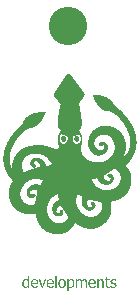
<source format=gts>
G04*
G04 #@! TF.GenerationSoftware,Altium Limited,Altium Designer,21.7.2 (23)*
G04*
G04 Layer_Color=8388736*
%FSLAX25Y25*%
%MOIN*%
G70*
G04*
G04 #@! TF.SameCoordinates,2F9D9F62-0F19-4060-BA45-97F595866B8D*
G04*
G04*
G04 #@! TF.FilePolarity,Negative*
G04*
G01*
G75*
%ADD11C,0.12800*%
G36*
X312180Y404899D02*
X312251D01*
Y404884D01*
X312337D01*
Y404870D01*
X312352D01*
Y404856D01*
X312409D01*
Y404842D01*
X312438D01*
Y404827D01*
X312466D01*
Y404813D01*
X312495D01*
Y404799D01*
X312509D01*
Y404784D01*
X312552D01*
Y404770D01*
X312567D01*
Y404755D01*
X312581D01*
Y404741D01*
X312610D01*
Y404727D01*
X312624D01*
Y404712D01*
X312638D01*
Y404698D01*
X312653D01*
Y404684D01*
X312667D01*
Y404670D01*
X312681D01*
Y404655D01*
X312710D01*
Y404641D01*
X312724D01*
Y404627D01*
X312739D01*
Y404612D01*
X312753D01*
Y404598D01*
X312767D01*
Y404583D01*
X312782D01*
Y404555D01*
X312796D01*
Y404540D01*
X312810D01*
Y404526D01*
X312825D01*
Y404512D01*
X312839D01*
Y404497D01*
X312853D01*
Y404469D01*
X312868D01*
Y404454D01*
X312882D01*
Y404426D01*
X312896D01*
Y404411D01*
X312911D01*
Y404397D01*
X312925D01*
Y404368D01*
X312939D01*
Y404354D01*
X312954D01*
Y404325D01*
X312968D01*
Y404311D01*
X312982D01*
Y404282D01*
X312997D01*
Y404268D01*
X313011D01*
Y404254D01*
X313025D01*
Y404225D01*
X313040D01*
Y404211D01*
X313054D01*
Y404196D01*
X313068D01*
Y404182D01*
X313083D01*
Y404153D01*
X313097D01*
Y404139D01*
X313111D01*
Y404125D01*
X313126D01*
Y404096D01*
X313140D01*
Y404082D01*
X313154D01*
Y404053D01*
X313169D01*
Y404039D01*
X313183D01*
Y404024D01*
X313197D01*
Y403996D01*
X313212D01*
Y403981D01*
X313226D01*
Y403967D01*
X313241D01*
Y403953D01*
X313255D01*
Y403924D01*
X313269D01*
Y403910D01*
X313283D01*
Y403881D01*
X313298D01*
Y403867D01*
X313312D01*
Y403852D01*
X313327D01*
Y403824D01*
X313341D01*
Y403809D01*
X313355D01*
Y403795D01*
X313369D01*
Y403766D01*
X313384D01*
Y403752D01*
X313398D01*
Y403738D01*
X313412D01*
Y403723D01*
X313427D01*
Y403695D01*
X313441D01*
Y403680D01*
X313456D01*
Y403666D01*
X313470D01*
Y403637D01*
X313484D01*
Y403623D01*
X313498D01*
Y403594D01*
X313513D01*
Y403580D01*
X313527D01*
Y403566D01*
X313542D01*
Y403537D01*
X313556D01*
Y403523D01*
X313570D01*
Y403508D01*
X313584D01*
Y403480D01*
X313599D01*
Y403465D01*
X313613D01*
Y403451D01*
X313628D01*
Y403437D01*
X313642D01*
Y403408D01*
X313656D01*
Y403394D01*
X313670D01*
Y403365D01*
X313685D01*
Y403351D01*
X313699D01*
Y403336D01*
X313714D01*
Y403308D01*
X313728D01*
Y403293D01*
X313742D01*
Y403279D01*
X313757D01*
Y403265D01*
X313771D01*
Y403236D01*
X313785D01*
Y403222D01*
X313800D01*
Y403193D01*
X313814D01*
Y403179D01*
X313828D01*
Y403164D01*
X313843D01*
Y403136D01*
X313857D01*
Y403121D01*
X313871D01*
Y403107D01*
X313886D01*
Y403078D01*
X313900D01*
Y403064D01*
X313914D01*
Y403050D01*
X313929D01*
Y403035D01*
X313943D01*
Y403007D01*
X313957D01*
Y402992D01*
X313972D01*
Y402978D01*
X313986D01*
Y402949D01*
X314000D01*
Y402935D01*
X314015D01*
Y402906D01*
X314029D01*
Y402892D01*
X314043D01*
Y402878D01*
X314058D01*
Y402849D01*
X314072D01*
Y402835D01*
X314086D01*
Y402820D01*
X314101D01*
Y402792D01*
X314115D01*
Y402777D01*
X314129D01*
Y402763D01*
X314144D01*
Y402748D01*
X314158D01*
Y402720D01*
X314172D01*
Y402705D01*
X314187D01*
Y402677D01*
X314201D01*
Y402663D01*
X314215D01*
Y402648D01*
X314230D01*
Y402620D01*
X314244D01*
Y402605D01*
X314258D01*
Y402591D01*
X314273D01*
Y402576D01*
X314287D01*
Y402548D01*
X314301D01*
Y402533D01*
X314316D01*
Y402505D01*
X314330D01*
Y402490D01*
X314344D01*
Y402476D01*
X314359D01*
Y402447D01*
X314373D01*
Y402433D01*
X314387D01*
Y402419D01*
X314402D01*
Y402390D01*
X314416D01*
Y402376D01*
X314430D01*
Y402361D01*
X314445D01*
Y402333D01*
X314459D01*
Y402318D01*
X314473D01*
Y402304D01*
X314488D01*
Y402290D01*
X314502D01*
Y402261D01*
X314516D01*
Y402247D01*
X314531D01*
Y402218D01*
X314545D01*
Y402204D01*
X314559D01*
Y402189D01*
X314574D01*
Y402161D01*
X314588D01*
Y402146D01*
X314602D01*
Y402132D01*
X314617D01*
Y402103D01*
X314631D01*
Y402089D01*
X314645D01*
Y402075D01*
X314660D01*
Y402060D01*
X314674D01*
Y402032D01*
X314688D01*
Y402017D01*
X314703D01*
Y401989D01*
X314717D01*
Y401974D01*
X314731D01*
Y401960D01*
X314746D01*
Y401931D01*
X314760D01*
Y401917D01*
X314774D01*
Y401903D01*
X314789D01*
Y401888D01*
X314803D01*
Y401860D01*
X314817D01*
Y401845D01*
X314832D01*
Y401817D01*
X314846D01*
Y401802D01*
X314860D01*
Y401788D01*
X314875D01*
Y401759D01*
X314889D01*
Y401745D01*
X314903D01*
Y401731D01*
X314918D01*
Y401702D01*
X314932D01*
Y401688D01*
X314946D01*
Y401659D01*
X314961D01*
Y401645D01*
X314975D01*
Y401630D01*
X314989D01*
Y401616D01*
X315004D01*
Y401602D01*
X315018D01*
Y401573D01*
X315032D01*
Y401559D01*
X315047D01*
Y401530D01*
X315061D01*
Y401516D01*
X315075D01*
Y401501D01*
X315090D01*
Y401473D01*
X315104D01*
Y401458D01*
X315118D01*
Y401444D01*
X315133D01*
Y401415D01*
X315147D01*
Y401401D01*
X315161D01*
Y401387D01*
X315176D01*
Y401372D01*
X315190D01*
Y401344D01*
X315205D01*
Y401329D01*
X315219D01*
Y401301D01*
X315233D01*
Y401286D01*
X315248D01*
Y401272D01*
X315262D01*
Y401243D01*
X315276D01*
Y401229D01*
X315290D01*
Y401215D01*
X315305D01*
Y401200D01*
X315319D01*
Y401171D01*
X315334D01*
Y401157D01*
X315348D01*
Y401128D01*
X315362D01*
Y401114D01*
X315376D01*
Y401100D01*
X315391D01*
Y401071D01*
X315405D01*
Y401057D01*
X315420D01*
Y401043D01*
X315434D01*
Y401014D01*
X315448D01*
Y400999D01*
X315462D01*
Y400971D01*
X315477D01*
Y400956D01*
X315491D01*
Y400942D01*
X315506D01*
Y400928D01*
X315520D01*
Y400913D01*
X315534D01*
Y400885D01*
X315548D01*
Y400871D01*
X315563D01*
Y400842D01*
X315577D01*
Y400828D01*
X315592D01*
Y400813D01*
X315606D01*
Y400784D01*
X315620D01*
Y400770D01*
X315634D01*
Y400756D01*
X315649D01*
Y400727D01*
X315663D01*
Y400713D01*
X315677D01*
Y400699D01*
X315692D01*
Y400670D01*
X315706D01*
Y400656D01*
X315721D01*
Y400641D01*
X315735D01*
Y400612D01*
X315749D01*
Y400598D01*
X315763D01*
Y400584D01*
X315778D01*
Y400555D01*
X315792D01*
Y400541D01*
X315807D01*
Y400527D01*
X315821D01*
Y400512D01*
X315835D01*
Y400483D01*
X315850D01*
Y400469D01*
X315864D01*
Y400440D01*
X315878D01*
Y400426D01*
X315893D01*
Y400412D01*
X315907D01*
Y400383D01*
X315921D01*
Y400369D01*
X315936D01*
Y400354D01*
X315950D01*
Y400326D01*
X315964D01*
Y400311D01*
X315979D01*
Y400283D01*
X315993D01*
Y400268D01*
X316007D01*
Y400254D01*
X316022D01*
Y400240D01*
X316036D01*
Y400211D01*
X316050D01*
Y400197D01*
X316065D01*
Y400182D01*
X316079D01*
Y400154D01*
X316093D01*
Y400139D01*
X316108D01*
Y400125D01*
X316122D01*
Y400096D01*
X316136D01*
Y400082D01*
X316151D01*
Y400068D01*
X316165D01*
Y400039D01*
X316179D01*
Y400025D01*
X316194D01*
Y400010D01*
X316208D01*
Y399982D01*
X316222D01*
Y399967D01*
X316237D01*
Y399953D01*
X316251D01*
Y399924D01*
X316265D01*
Y399910D01*
X316280D01*
Y399896D01*
X316294D01*
Y399867D01*
X316308D01*
Y399853D01*
X316323D01*
Y399838D01*
X316337D01*
Y399824D01*
X316351D01*
Y399795D01*
X316366D01*
Y399781D01*
X316380D01*
Y399752D01*
X316394D01*
Y399738D01*
X316409D01*
Y399724D01*
X316423D01*
Y399695D01*
X316437D01*
Y399681D01*
X316452D01*
Y399666D01*
X316466D01*
Y399638D01*
X316480D01*
Y399623D01*
X316495D01*
Y399595D01*
X316509D01*
Y399580D01*
X316523D01*
Y399566D01*
X316538D01*
Y399552D01*
X316552D01*
Y399523D01*
X316566D01*
Y399509D01*
X316581D01*
Y399494D01*
X316595D01*
Y399466D01*
X316609D01*
Y399451D01*
X316624D01*
Y399437D01*
X316638D01*
Y399408D01*
X316652D01*
Y399394D01*
X316667D01*
Y399365D01*
X316681D01*
Y399351D01*
X316695D01*
Y399337D01*
X316710D01*
Y399322D01*
X316724D01*
Y399294D01*
X316738D01*
Y399279D01*
X316753D01*
Y399265D01*
X316767D01*
Y399236D01*
X316781D01*
Y399222D01*
X316796D01*
Y399208D01*
X316810D01*
Y399179D01*
X316824D01*
Y399165D01*
X316839D01*
Y399150D01*
X316853D01*
Y399136D01*
X316867D01*
Y399107D01*
X316882D01*
Y399093D01*
X316896D01*
Y399064D01*
X316910D01*
Y399050D01*
X316925D01*
Y399036D01*
X316939D01*
Y399007D01*
X316953D01*
Y398992D01*
X316968D01*
Y398978D01*
X316982D01*
Y398950D01*
X316996D01*
Y398935D01*
X317011D01*
Y398906D01*
X317025D01*
Y398892D01*
X317039D01*
Y398878D01*
X317054D01*
Y398864D01*
X317068D01*
Y398835D01*
X317082D01*
Y398820D01*
X317097D01*
Y398806D01*
X317111D01*
Y398778D01*
X317125D01*
Y398763D01*
X317140D01*
Y398749D01*
X317154D01*
Y398720D01*
X317168D01*
Y398706D01*
X317183D01*
Y398677D01*
X317197D01*
Y398663D01*
X317212D01*
Y398649D01*
X317226D01*
Y398634D01*
X317240D01*
Y398605D01*
X317254D01*
Y398591D01*
X317269D01*
Y398563D01*
X317283D01*
Y398519D01*
X317298D01*
Y398505D01*
X317312D01*
Y398462D01*
X317326D01*
Y398405D01*
X317340D01*
Y398376D01*
X317355D01*
Y398276D01*
X317369D01*
Y398204D01*
X317384D01*
Y397989D01*
X317369D01*
Y397903D01*
X317355D01*
Y397803D01*
X317340D01*
Y397760D01*
X317326D01*
Y397717D01*
X317312D01*
Y397659D01*
X317298D01*
Y397631D01*
X317283D01*
Y397588D01*
X317269D01*
Y397559D01*
X317254D01*
Y397516D01*
X317240D01*
Y397487D01*
X317226D01*
Y397459D01*
X317212D01*
Y397430D01*
X317197D01*
Y397416D01*
X317183D01*
Y397373D01*
X317168D01*
Y397358D01*
X317154D01*
Y397330D01*
X317140D01*
Y397301D01*
X317125D01*
Y397287D01*
X317111D01*
Y397258D01*
X317097D01*
Y397244D01*
X317082D01*
Y397215D01*
X317068D01*
Y397201D01*
X317054D01*
Y397172D01*
X317039D01*
Y397158D01*
X317025D01*
Y397143D01*
X317011D01*
Y397115D01*
X316996D01*
Y397100D01*
X316982D01*
Y397072D01*
X316968D01*
Y397057D01*
X316953D01*
Y397043D01*
X316939D01*
Y397014D01*
X316925D01*
Y397000D01*
X316910D01*
Y396971D01*
X316896D01*
Y396957D01*
X316882D01*
Y396942D01*
X316867D01*
Y396914D01*
X316853D01*
Y396900D01*
X316839D01*
Y396871D01*
X316824D01*
Y396856D01*
X316810D01*
Y396842D01*
X316796D01*
Y396814D01*
X316781D01*
Y396799D01*
X316767D01*
Y396771D01*
X316753D01*
Y396756D01*
X316738D01*
Y396742D01*
X316724D01*
Y396713D01*
X316710D01*
Y396699D01*
X316695D01*
Y396670D01*
X316681D01*
Y396656D01*
X316667D01*
Y396641D01*
X316652D01*
Y396627D01*
X316638D01*
Y396599D01*
X316624D01*
Y396584D01*
X316609D01*
Y396555D01*
X316595D01*
Y396541D01*
X316581D01*
Y396527D01*
X316566D01*
Y396498D01*
X316552D01*
Y396484D01*
X316538D01*
Y396469D01*
X316523D01*
Y396441D01*
X316509D01*
Y396426D01*
X316495D01*
Y396398D01*
X316480D01*
Y396383D01*
X316466D01*
Y396369D01*
X316452D01*
Y396340D01*
X316437D01*
Y396326D01*
X316423D01*
Y396297D01*
X316409D01*
Y396283D01*
X316394D01*
Y396269D01*
X316380D01*
Y396240D01*
X316366D01*
Y396226D01*
X316351D01*
Y396197D01*
X316337D01*
Y396183D01*
X316323D01*
Y396168D01*
X316308D01*
Y396140D01*
X316294D01*
Y396125D01*
X316280D01*
Y396111D01*
X316265D01*
Y396082D01*
X316251D01*
Y396068D01*
X316237D01*
Y396054D01*
X316222D01*
Y396025D01*
X316208D01*
Y396011D01*
X316194D01*
Y395982D01*
X316179D01*
Y395968D01*
X316165D01*
Y395953D01*
X316151D01*
Y395925D01*
X316136D01*
Y395910D01*
X316122D01*
Y395882D01*
X316108D01*
Y395867D01*
X316093D01*
Y395853D01*
X316079D01*
Y395824D01*
X316065D01*
Y395810D01*
X316050D01*
Y395781D01*
X316036D01*
Y395767D01*
X316022D01*
Y395753D01*
X316007D01*
Y395724D01*
X315993D01*
Y395710D01*
X315979D01*
Y395681D01*
X315964D01*
Y395667D01*
X315950D01*
Y395652D01*
X315936D01*
Y395624D01*
X315921D01*
Y395609D01*
X315907D01*
Y395595D01*
X315893D01*
Y395566D01*
X315878D01*
Y395552D01*
X315864D01*
Y395538D01*
X315850D01*
Y395509D01*
X315835D01*
Y395495D01*
X315821D01*
Y395480D01*
X315807D01*
Y395452D01*
X315792D01*
Y395437D01*
X315778D01*
Y395409D01*
X315763D01*
Y395394D01*
X315749D01*
Y395380D01*
X315735D01*
Y395351D01*
X315721D01*
Y395337D01*
X315706D01*
Y395308D01*
X315692D01*
Y395294D01*
X315677D01*
Y395280D01*
X315663D01*
Y395251D01*
X315649D01*
Y395237D01*
X315634D01*
Y395208D01*
X315620D01*
Y395194D01*
X315606D01*
Y395179D01*
X315592D01*
Y395151D01*
X315577D01*
Y395136D01*
X315563D01*
Y395122D01*
X315548D01*
Y395093D01*
X315534D01*
Y395079D01*
X315520D01*
Y395050D01*
X315506D01*
Y395036D01*
X315491D01*
Y395007D01*
X315477D01*
Y394978D01*
X315491D01*
Y394907D01*
X315506D01*
Y394864D01*
X315520D01*
Y394807D01*
X315534D01*
Y394735D01*
X315548D01*
Y394692D01*
X315563D01*
Y394620D01*
X315577D01*
Y394577D01*
X315592D01*
Y394506D01*
X315606D01*
Y394448D01*
X315620D01*
Y394405D01*
X315634D01*
Y394319D01*
X315649D01*
Y394290D01*
X315663D01*
Y394204D01*
X315677D01*
Y394161D01*
X315692D01*
Y394104D01*
X315706D01*
Y394018D01*
X315721D01*
Y393975D01*
X315735D01*
Y393889D01*
X315749D01*
Y393846D01*
X315763D01*
Y393774D01*
X315778D01*
Y393703D01*
X315792D01*
Y393660D01*
X315807D01*
Y393574D01*
X315821D01*
Y393516D01*
X315835D01*
Y393430D01*
X315850D01*
Y393373D01*
X315864D01*
Y393316D01*
X315878D01*
Y393230D01*
X315893D01*
Y393187D01*
X315907D01*
Y393086D01*
X315921D01*
Y393029D01*
X315936D01*
Y392957D01*
X315950D01*
Y392871D01*
X315964D01*
Y392814D01*
X315979D01*
Y392713D01*
X315993D01*
Y392656D01*
X316007D01*
Y392570D01*
X316022D01*
Y392498D01*
X316036D01*
Y392427D01*
X316050D01*
Y392326D01*
X316065D01*
Y392269D01*
X316079D01*
Y392154D01*
X316093D01*
Y392083D01*
X316108D01*
Y391997D01*
X316122D01*
Y391896D01*
X316136D01*
Y391825D01*
X316151D01*
Y391696D01*
X316165D01*
Y391638D01*
X316179D01*
Y391509D01*
X316194D01*
Y391423D01*
X316208D01*
Y391337D01*
X316222D01*
Y391208D01*
X316237D01*
Y391122D01*
X316251D01*
Y390965D01*
X316265D01*
Y390879D01*
X316280D01*
Y390750D01*
X316294D01*
Y390606D01*
X316308D01*
Y390506D01*
X316323D01*
Y390305D01*
X316337D01*
Y390190D01*
X316351D01*
Y389961D01*
X316366D01*
Y389789D01*
X316380D01*
Y389588D01*
X316394D01*
Y389173D01*
X316409D01*
Y388642D01*
X316423D01*
Y388570D01*
X316409D01*
Y387882D01*
X316394D01*
Y387653D01*
X316380D01*
Y387567D01*
X316366D01*
Y387481D01*
X316351D01*
Y387395D01*
X316337D01*
Y387352D01*
X316323D01*
Y387266D01*
X316308D01*
Y387223D01*
X316294D01*
Y387180D01*
X316280D01*
Y387123D01*
X316265D01*
Y387094D01*
X316251D01*
Y387037D01*
X316237D01*
Y387022D01*
X316222D01*
Y386979D01*
X316208D01*
Y386950D01*
X316194D01*
Y386922D01*
X316179D01*
Y386879D01*
X316165D01*
Y386864D01*
X316151D01*
Y386822D01*
X316136D01*
Y386807D01*
X316122D01*
Y386778D01*
X316108D01*
Y386750D01*
X316093D01*
Y386736D01*
X316079D01*
Y386707D01*
X316065D01*
Y386693D01*
X316050D01*
Y386664D01*
X316036D01*
Y386649D01*
X316022D01*
Y386621D01*
X316007D01*
Y386607D01*
X315993D01*
Y386592D01*
X315979D01*
Y386563D01*
X315964D01*
Y386549D01*
X315950D01*
Y386535D01*
X315936D01*
Y386521D01*
X315921D01*
Y386506D01*
X315907D01*
Y386492D01*
X315893D01*
Y386477D01*
X315878D01*
Y386463D01*
X315864D01*
Y386449D01*
X315850D01*
Y386435D01*
X315835D01*
Y386420D01*
X315821D01*
Y386406D01*
X315807D01*
Y386391D01*
X315792D01*
Y386377D01*
X315763D01*
Y386363D01*
X315749D01*
Y386349D01*
X315735D01*
Y386334D01*
X315706D01*
Y386320D01*
X315692D01*
Y386305D01*
X315663D01*
Y386291D01*
X315649D01*
Y386277D01*
X315620D01*
Y386262D01*
X315606D01*
Y386248D01*
X315577D01*
Y386234D01*
X315534D01*
Y386219D01*
X315520D01*
Y386205D01*
X315477D01*
Y386191D01*
X315448D01*
Y386176D01*
X315434D01*
Y386133D01*
X315448D01*
Y386119D01*
X315462D01*
Y386090D01*
X315477D01*
Y386076D01*
X315491D01*
Y386047D01*
X315506D01*
Y386033D01*
X315520D01*
Y386004D01*
X315534D01*
Y385990D01*
X315548D01*
Y385976D01*
X315563D01*
Y385947D01*
X315577D01*
Y385933D01*
X315592D01*
Y385904D01*
X315606D01*
Y385890D01*
X315620D01*
Y385875D01*
X315634D01*
Y385847D01*
X315649D01*
Y385832D01*
X315663D01*
Y385818D01*
X315677D01*
Y385789D01*
X315692D01*
Y385775D01*
X315706D01*
Y385761D01*
X315721D01*
Y385746D01*
X315735D01*
Y385732D01*
X315749D01*
Y385718D01*
X315763D01*
Y385703D01*
X315778D01*
Y385689D01*
X315792D01*
Y385675D01*
X315807D01*
Y385646D01*
X315821D01*
Y385632D01*
X315835D01*
Y385617D01*
X315850D01*
Y385603D01*
X315864D01*
Y385589D01*
X315878D01*
Y385574D01*
X315893D01*
Y385560D01*
X315907D01*
Y385546D01*
X315921D01*
Y385531D01*
X315936D01*
Y385503D01*
X315950D01*
Y385488D01*
X315964D01*
Y385474D01*
X315979D01*
Y385445D01*
X315993D01*
Y385431D01*
X316007D01*
Y385417D01*
X316022D01*
Y385388D01*
X316036D01*
Y385374D01*
X316050D01*
Y385345D01*
X316065D01*
Y385331D01*
X316079D01*
Y385302D01*
X316093D01*
Y385288D01*
X316108D01*
Y385259D01*
X316122D01*
Y385230D01*
X316136D01*
Y385216D01*
X316151D01*
Y385187D01*
X316165D01*
Y385159D01*
X316179D01*
Y385130D01*
X316194D01*
Y385101D01*
X316208D01*
Y385087D01*
X316222D01*
Y385044D01*
X316237D01*
Y385030D01*
X316251D01*
Y384987D01*
X316265D01*
Y384972D01*
X316280D01*
Y384929D01*
X316294D01*
Y384900D01*
X316308D01*
Y384872D01*
X316323D01*
Y384829D01*
X316337D01*
Y384815D01*
X316351D01*
Y384757D01*
X316366D01*
Y384729D01*
X316380D01*
Y384685D01*
X316394D01*
Y384643D01*
X316409D01*
Y384628D01*
X316423D01*
Y384557D01*
X316437D01*
Y384528D01*
X316452D01*
Y384471D01*
X316466D01*
Y384427D01*
X316480D01*
Y384384D01*
X316495D01*
Y384327D01*
X316509D01*
Y384284D01*
X316523D01*
Y384212D01*
X316538D01*
Y384169D01*
X316552D01*
Y384112D01*
X316566D01*
Y384012D01*
X316581D01*
Y383954D01*
X316595D01*
Y383840D01*
X316609D01*
Y383768D01*
X316624D01*
Y383639D01*
X316638D01*
Y383453D01*
X316652D01*
Y382807D01*
X316638D01*
Y382621D01*
X316624D01*
Y382478D01*
X316609D01*
Y382392D01*
X316595D01*
Y382263D01*
X316581D01*
Y382191D01*
X316566D01*
Y382091D01*
X316552D01*
Y382033D01*
X316538D01*
Y381962D01*
X316523D01*
Y381876D01*
X316509D01*
Y381833D01*
X316495D01*
Y381761D01*
X316480D01*
Y381718D01*
X316466D01*
Y381646D01*
X316452D01*
Y381589D01*
X316437D01*
Y381546D01*
X316423D01*
Y381474D01*
X316409D01*
Y381446D01*
X316394D01*
Y381388D01*
X316380D01*
Y381345D01*
X316366D01*
Y381302D01*
X316351D01*
Y381245D01*
X316337D01*
Y381216D01*
X316323D01*
Y381145D01*
X316308D01*
Y381116D01*
X316294D01*
Y381073D01*
X316280D01*
Y381016D01*
X316265D01*
Y380987D01*
X316251D01*
Y380930D01*
X316237D01*
Y380901D01*
X316222D01*
Y380843D01*
X316208D01*
Y380801D01*
X316194D01*
Y380757D01*
X316179D01*
Y380686D01*
X316165D01*
Y380657D01*
X316151D01*
Y380586D01*
X316136D01*
Y380542D01*
X316122D01*
Y380141D01*
X316136D01*
Y380012D01*
X316151D01*
Y379783D01*
X316165D01*
Y379711D01*
X316179D01*
Y379582D01*
X316194D01*
Y379496D01*
X316208D01*
Y379424D01*
X316222D01*
Y379338D01*
X316237D01*
Y379281D01*
X316251D01*
Y379195D01*
X316265D01*
Y379138D01*
X316280D01*
Y379080D01*
X316294D01*
Y379023D01*
X316308D01*
Y378980D01*
X316323D01*
Y378908D01*
X316337D01*
Y378880D01*
X316351D01*
Y378808D01*
X316366D01*
Y378779D01*
X316380D01*
Y378736D01*
X316394D01*
Y378679D01*
X316409D01*
Y378650D01*
X316423D01*
Y378593D01*
X316437D01*
Y378564D01*
X316452D01*
Y378521D01*
X316466D01*
Y378492D01*
X316480D01*
Y378464D01*
X316495D01*
Y378421D01*
X316509D01*
Y378392D01*
X316523D01*
Y378349D01*
X316538D01*
Y378321D01*
X316552D01*
Y378292D01*
X316566D01*
Y378249D01*
X316581D01*
Y378234D01*
X316595D01*
Y378191D01*
X316609D01*
Y378177D01*
X316624D01*
Y378134D01*
X316638D01*
Y378105D01*
X316652D01*
Y378091D01*
X316667D01*
Y378048D01*
X316681D01*
Y378034D01*
X316695D01*
Y377991D01*
X316710D01*
Y377976D01*
X316724D01*
Y377948D01*
X316738D01*
Y377919D01*
X316753D01*
Y377905D01*
X316767D01*
Y377876D01*
X316781D01*
Y377847D01*
X316796D01*
Y377833D01*
X316810D01*
Y377804D01*
X316824D01*
Y377776D01*
X316839D01*
Y377747D01*
X316853D01*
Y377733D01*
X316867D01*
Y377718D01*
X316882D01*
Y377690D01*
X316896D01*
Y377675D01*
X316910D01*
Y377647D01*
X316925D01*
Y377632D01*
X316939D01*
Y377604D01*
X316953D01*
Y377589D01*
X316968D01*
Y377561D01*
X316982D01*
Y377546D01*
X316996D01*
Y377532D01*
X317011D01*
Y377503D01*
X317025D01*
Y377489D01*
X317039D01*
Y377475D01*
X317054D01*
Y377460D01*
X317068D01*
Y377446D01*
X317082D01*
Y377417D01*
X317097D01*
Y377403D01*
X317111D01*
Y377374D01*
X317125D01*
Y377360D01*
X317140D01*
Y377346D01*
X317154D01*
Y377331D01*
X317168D01*
Y377317D01*
X317183D01*
Y377303D01*
X317197D01*
Y377288D01*
X317212D01*
Y377260D01*
X317226D01*
Y377245D01*
X317240D01*
Y377231D01*
X317254D01*
Y377217D01*
X317269D01*
Y377202D01*
X317283D01*
Y377188D01*
X317298D01*
Y377174D01*
X317312D01*
Y377159D01*
X317326D01*
Y377131D01*
X317355D01*
Y377116D01*
X317369D01*
Y377102D01*
X317384D01*
Y377088D01*
X317398D01*
Y377073D01*
X317412D01*
Y377059D01*
X317426D01*
Y377045D01*
X317441D01*
Y377030D01*
X317455D01*
Y377016D01*
X317470D01*
Y377002D01*
X317484D01*
Y376987D01*
X317498D01*
Y376973D01*
X317512D01*
Y376959D01*
X317527D01*
Y376944D01*
X317541D01*
Y376930D01*
X317555D01*
Y376916D01*
X317584D01*
Y376901D01*
X317599D01*
Y376887D01*
X317613D01*
Y376873D01*
X317627D01*
Y376858D01*
X317641D01*
Y376844D01*
X317656D01*
Y376830D01*
X317670D01*
Y376815D01*
X317699D01*
Y376801D01*
X317713D01*
Y376786D01*
X317727D01*
Y376772D01*
X317742D01*
Y376758D01*
X317756D01*
Y376744D01*
X317785D01*
Y376729D01*
X317799D01*
Y376715D01*
X317828D01*
Y376700D01*
X317842D01*
Y376686D01*
X317857D01*
Y376672D01*
X317871D01*
Y376658D01*
X317900D01*
Y376643D01*
X317914D01*
Y376629D01*
X317928D01*
Y376614D01*
X317957D01*
Y376600D01*
X317971D01*
Y376586D01*
X318000D01*
Y376571D01*
X318029D01*
Y376557D01*
X318043D01*
Y376543D01*
X318057D01*
Y376529D01*
X318086D01*
Y376514D01*
X318100D01*
Y376500D01*
X318129D01*
Y376485D01*
X318143D01*
Y376471D01*
X318172D01*
Y376457D01*
X318201D01*
Y376443D01*
X318215D01*
Y376428D01*
X318244D01*
Y376414D01*
X318258D01*
Y376399D01*
X318301D01*
Y376385D01*
X318315D01*
Y376371D01*
X318344D01*
Y376357D01*
X318358D01*
Y376342D01*
X318387D01*
Y376328D01*
X318416D01*
Y376313D01*
X318444D01*
Y376299D01*
X318473D01*
Y376285D01*
X318502D01*
Y376270D01*
X318516D01*
Y376256D01*
X318559D01*
Y376242D01*
X318573D01*
Y376227D01*
X318616D01*
Y376213D01*
X318631D01*
Y376199D01*
X318674D01*
Y376184D01*
X318702D01*
Y376170D01*
X318731D01*
Y376156D01*
X318760D01*
Y376141D01*
X318788D01*
Y376127D01*
X318831D01*
Y376113D01*
X318860D01*
Y376098D01*
X318889D01*
Y376084D01*
X318932D01*
Y376070D01*
X318946D01*
Y376055D01*
X319003D01*
Y376041D01*
X319018D01*
Y376027D01*
X319075D01*
Y376012D01*
X319104D01*
Y375998D01*
X319132D01*
Y375984D01*
X319190D01*
Y375969D01*
X319204D01*
Y375955D01*
X319262D01*
Y375941D01*
X319290D01*
Y375926D01*
X319333D01*
Y375912D01*
X319391D01*
Y375898D01*
X319419D01*
Y375883D01*
X319477D01*
Y375869D01*
X319505D01*
Y375855D01*
X319563D01*
Y375840D01*
X319620D01*
Y375826D01*
X319663D01*
Y375812D01*
X319720D01*
Y375797D01*
X319763D01*
Y375783D01*
X319835D01*
Y375769D01*
X319878D01*
Y375754D01*
X319935D01*
Y375740D01*
X319993D01*
Y375726D01*
X320036D01*
Y375711D01*
X320136D01*
Y375697D01*
X320179D01*
Y375683D01*
X320265D01*
Y375668D01*
X320337D01*
Y375654D01*
X320394D01*
Y375640D01*
X320494D01*
Y375625D01*
X320552D01*
Y375611D01*
X320681D01*
Y375597D01*
X320752D01*
Y375582D01*
X320867D01*
Y375568D01*
X320996D01*
Y375554D01*
X321082D01*
Y375539D01*
X321297D01*
Y375525D01*
X321426D01*
Y375511D01*
X321698D01*
Y375496D01*
X322530D01*
Y375511D01*
X322716D01*
Y375525D01*
X322817D01*
Y375539D01*
X322960D01*
Y375554D01*
X323032D01*
Y375568D01*
X323118D01*
Y375582D01*
X323204D01*
Y375597D01*
X323261D01*
Y375611D01*
X323347D01*
Y375625D01*
X323390D01*
Y375640D01*
X323462D01*
Y375654D01*
X323519D01*
Y375668D01*
X323562D01*
Y375683D01*
X323620D01*
Y375697D01*
X323662D01*
Y375711D01*
X323734D01*
Y375726D01*
X323763D01*
Y375740D01*
X323806D01*
Y375754D01*
X323849D01*
Y375769D01*
X323892D01*
Y375783D01*
X323949D01*
Y375797D01*
X323978D01*
Y375812D01*
X324035D01*
Y375826D01*
X324064D01*
Y375840D01*
X324093D01*
Y375855D01*
X324136D01*
Y375869D01*
X324164D01*
Y375883D01*
X324207D01*
Y375898D01*
X324236D01*
Y375912D01*
X324279D01*
Y375926D01*
X324308D01*
Y375941D01*
X324336D01*
Y375955D01*
X324379D01*
Y375969D01*
X324394D01*
Y375984D01*
X324437D01*
Y375998D01*
X324465D01*
Y376012D01*
X324494D01*
Y376027D01*
X324523D01*
Y376041D01*
X324551D01*
Y376055D01*
X324594D01*
Y376070D01*
X324609D01*
Y376084D01*
X324637D01*
Y376098D01*
X324666D01*
Y376113D01*
X324695D01*
Y376127D01*
X324723D01*
Y376141D01*
X324738D01*
Y376156D01*
X324781D01*
Y376170D01*
X324795D01*
Y376184D01*
X324824D01*
Y376199D01*
X324852D01*
Y376213D01*
X324867D01*
Y376227D01*
X324910D01*
Y376242D01*
X324924D01*
Y376256D01*
X324953D01*
Y376270D01*
X324967D01*
Y376285D01*
X324996D01*
Y376299D01*
X325024D01*
Y376313D01*
X325039D01*
Y376328D01*
X325067D01*
Y376342D01*
X325082D01*
Y376357D01*
X325110D01*
Y376371D01*
X325139D01*
Y376385D01*
X325153D01*
Y376399D01*
X325182D01*
Y376414D01*
X325196D01*
Y376428D01*
X325225D01*
Y376443D01*
X325239D01*
Y376457D01*
X325254D01*
Y376471D01*
X325283D01*
Y376485D01*
X325297D01*
Y376500D01*
X325325D01*
Y376514D01*
X325340D01*
Y376529D01*
X325354D01*
Y376543D01*
X325383D01*
Y376557D01*
X325397D01*
Y376571D01*
X325426D01*
Y376586D01*
X325440D01*
Y376600D01*
X325454D01*
Y376614D01*
X325469D01*
Y376629D01*
X325483D01*
Y376643D01*
X325512D01*
Y376658D01*
X325526D01*
Y376672D01*
X325555D01*
Y376686D01*
X325569D01*
Y376700D01*
X325584D01*
Y376715D01*
X325598D01*
Y376729D01*
X325612D01*
Y376744D01*
X325641D01*
Y376758D01*
X325655D01*
Y376772D01*
X325670D01*
Y376786D01*
X325684D01*
Y376801D01*
X325698D01*
Y376815D01*
X325712D01*
Y376830D01*
X325727D01*
Y376844D01*
X325756D01*
Y376858D01*
X325770D01*
Y376873D01*
X325784D01*
Y376887D01*
X325799D01*
Y376901D01*
X325813D01*
Y376916D01*
X325827D01*
Y376930D01*
X325842D01*
Y376944D01*
X325856D01*
Y376959D01*
X325870D01*
Y376973D01*
X325885D01*
Y376987D01*
X325913D01*
Y377002D01*
X325928D01*
Y377016D01*
X325942D01*
Y377030D01*
X325956D01*
Y377045D01*
X325971D01*
Y377059D01*
X325985D01*
Y377073D01*
X325999D01*
Y377088D01*
X326014D01*
Y377102D01*
X326028D01*
Y377116D01*
X326042D01*
Y377131D01*
X326057D01*
Y377159D01*
X326085D01*
Y377188D01*
X326100D01*
Y377202D01*
X326114D01*
Y377217D01*
X326128D01*
Y377231D01*
X326143D01*
Y377245D01*
X326157D01*
Y377260D01*
X326171D01*
Y377274D01*
X326186D01*
Y377288D01*
X326200D01*
Y377317D01*
X326214D01*
Y377331D01*
X326229D01*
Y377346D01*
X326243D01*
Y377360D01*
X326257D01*
Y377374D01*
X326272D01*
Y377389D01*
X326286D01*
Y377403D01*
X326300D01*
Y377432D01*
X326315D01*
Y377446D01*
X326329D01*
Y377460D01*
X326343D01*
Y377475D01*
X326358D01*
Y377489D01*
X326372D01*
Y377518D01*
X326386D01*
Y377532D01*
X326401D01*
Y377561D01*
X326415D01*
Y377575D01*
X326429D01*
Y377589D01*
X326444D01*
Y377604D01*
X326458D01*
Y377618D01*
X326472D01*
Y377647D01*
X326487D01*
Y377661D01*
X326501D01*
Y377690D01*
X326515D01*
Y377704D01*
X326530D01*
Y377718D01*
X326544D01*
Y377747D01*
X326558D01*
Y377761D01*
X326573D01*
Y377790D01*
X326587D01*
Y377804D01*
X326601D01*
Y377833D01*
X326616D01*
Y377847D01*
X326630D01*
Y377862D01*
X326644D01*
Y377890D01*
X326659D01*
Y377905D01*
X326673D01*
Y377933D01*
X326687D01*
Y377962D01*
X326702D01*
Y377976D01*
X326716D01*
Y378005D01*
X326730D01*
Y378019D01*
X326745D01*
Y378048D01*
X326759D01*
Y378077D01*
X326773D01*
Y378105D01*
X326788D01*
Y378120D01*
X326802D01*
Y378148D01*
X326816D01*
Y378177D01*
X326831D01*
Y378191D01*
X326845D01*
Y378234D01*
X326859D01*
Y378249D01*
X326874D01*
Y378277D01*
X326888D01*
Y378306D01*
X326902D01*
Y378335D01*
X326917D01*
Y378363D01*
X326931D01*
Y378392D01*
X326945D01*
Y378421D01*
X326960D01*
Y378450D01*
X326974D01*
Y378464D01*
X326988D01*
Y378507D01*
X327003D01*
Y378536D01*
X327017D01*
Y378578D01*
X327031D01*
Y378607D01*
X327046D01*
Y378636D01*
X327060D01*
Y378664D01*
X327074D01*
Y378693D01*
X327089D01*
Y378750D01*
X327103D01*
Y378765D01*
X327117D01*
Y378808D01*
X327132D01*
Y378851D01*
X327146D01*
Y378880D01*
X327160D01*
Y378923D01*
X327175D01*
Y378951D01*
X327189D01*
Y379009D01*
X327203D01*
Y379052D01*
X327218D01*
Y379080D01*
X327232D01*
Y379138D01*
X327246D01*
Y379166D01*
X327261D01*
Y379238D01*
X327275D01*
Y379281D01*
X327289D01*
Y379338D01*
X327304D01*
Y379396D01*
X327318D01*
Y379439D01*
X327332D01*
Y379525D01*
X327347D01*
Y379568D01*
X327361D01*
Y379654D01*
X327376D01*
Y379725D01*
X327390D01*
Y379797D01*
X327404D01*
Y379926D01*
X327418D01*
Y380012D01*
X327433D01*
Y380313D01*
X327447D01*
Y380571D01*
X327433D01*
Y380887D01*
X327418D01*
Y380987D01*
X327404D01*
Y381116D01*
X327390D01*
Y381216D01*
X327376D01*
Y381274D01*
X327361D01*
Y381374D01*
X327347D01*
Y381431D01*
X327332D01*
Y381517D01*
X327318D01*
Y381560D01*
X327304D01*
Y381632D01*
X327289D01*
Y381689D01*
X327275D01*
Y381732D01*
X327261D01*
Y381804D01*
X327246D01*
Y381833D01*
X327232D01*
Y381904D01*
X327218D01*
Y381933D01*
X327203D01*
Y381976D01*
X327189D01*
Y382033D01*
X327175D01*
Y382062D01*
X327160D01*
Y382119D01*
X327146D01*
Y382148D01*
X327132D01*
Y382191D01*
X327117D01*
Y382234D01*
X327103D01*
Y382263D01*
X327089D01*
Y382306D01*
X327074D01*
Y382334D01*
X327060D01*
Y382378D01*
X327046D01*
Y382406D01*
X327031D01*
Y382435D01*
X327017D01*
Y382478D01*
X327003D01*
Y382506D01*
X326988D01*
Y382550D01*
X326974D01*
Y382578D01*
X326960D01*
Y382607D01*
X326945D01*
Y382635D01*
X326931D01*
Y382664D01*
X326917D01*
Y382693D01*
X326902D01*
Y382721D01*
X326888D01*
Y382750D01*
X326874D01*
Y382779D01*
X326859D01*
Y382807D01*
X326845D01*
Y382836D01*
X326831D01*
Y382851D01*
X326816D01*
Y382893D01*
X326802D01*
Y382908D01*
X326788D01*
Y382937D01*
X326773D01*
Y382965D01*
X326759D01*
Y382980D01*
X326745D01*
Y383023D01*
X326730D01*
Y383037D01*
X326716D01*
Y383066D01*
X326702D01*
Y383080D01*
X326687D01*
Y383109D01*
X326673D01*
Y383137D01*
X326659D01*
Y383152D01*
X326644D01*
Y383180D01*
X326630D01*
Y383195D01*
X326616D01*
Y383223D01*
X326601D01*
Y383252D01*
X326587D01*
Y383266D01*
X326573D01*
Y383281D01*
X326558D01*
Y383309D01*
X326544D01*
Y383324D01*
X326530D01*
Y383352D01*
X326515D01*
Y383367D01*
X326501D01*
Y383395D01*
X326487D01*
Y383410D01*
X326472D01*
Y383424D01*
X326458D01*
Y383453D01*
X326444D01*
Y383467D01*
X326429D01*
Y383481D01*
X326415D01*
Y383496D01*
X326401D01*
Y383524D01*
X326386D01*
Y383539D01*
X326372D01*
Y383553D01*
X326358D01*
Y383567D01*
X326343D01*
Y383596D01*
X326329D01*
Y383610D01*
X326315D01*
Y383625D01*
X326300D01*
Y383639D01*
X326286D01*
Y383653D01*
X326272D01*
Y383682D01*
X326257D01*
Y383696D01*
X326243D01*
Y383711D01*
X326229D01*
Y383725D01*
X326214D01*
Y383739D01*
X326200D01*
Y383754D01*
X326186D01*
Y383768D01*
X326171D01*
Y383782D01*
X326157D01*
Y383797D01*
X326143D01*
Y383811D01*
X326128D01*
Y383825D01*
X326114D01*
Y383840D01*
X326100D01*
Y383854D01*
X326085D01*
Y383868D01*
X326071D01*
Y383883D01*
X326057D01*
Y383897D01*
X326042D01*
Y383911D01*
X326028D01*
Y383926D01*
X326014D01*
Y383940D01*
X325999D01*
Y383954D01*
X325985D01*
Y383969D01*
X325971D01*
Y383983D01*
X325956D01*
Y383997D01*
X325942D01*
Y384012D01*
X325928D01*
Y384026D01*
X325913D01*
Y384040D01*
X325885D01*
Y384069D01*
X325856D01*
Y384083D01*
X325842D01*
Y384098D01*
X325827D01*
Y384112D01*
X325813D01*
Y384126D01*
X325799D01*
Y384141D01*
X325770D01*
Y384155D01*
X325756D01*
Y384169D01*
X325727D01*
Y384184D01*
X325712D01*
Y384198D01*
X325698D01*
Y384212D01*
X325670D01*
Y384227D01*
X325655D01*
Y384241D01*
X325641D01*
Y384255D01*
X325612D01*
Y384270D01*
X325598D01*
Y384284D01*
X325569D01*
Y384298D01*
X325555D01*
Y384313D01*
X325526D01*
Y384327D01*
X325512D01*
Y384341D01*
X325483D01*
Y384356D01*
X325469D01*
Y384370D01*
X325440D01*
Y384384D01*
X325412D01*
Y384399D01*
X325397D01*
Y384413D01*
X325368D01*
Y384427D01*
X325340D01*
Y384442D01*
X325311D01*
Y384456D01*
X325283D01*
Y384471D01*
X325268D01*
Y384485D01*
X325225D01*
Y384499D01*
X325196D01*
Y384513D01*
X325168D01*
Y384528D01*
X325125D01*
Y384542D01*
X325110D01*
Y384557D01*
X325067D01*
Y384571D01*
X325039D01*
Y384585D01*
X324996D01*
Y384599D01*
X324953D01*
Y384614D01*
X324924D01*
Y384628D01*
X324867D01*
Y384643D01*
X324838D01*
Y384657D01*
X324766D01*
Y384671D01*
X324723D01*
Y384685D01*
X324680D01*
Y384700D01*
X324609D01*
Y384714D01*
X324551D01*
Y384729D01*
X324437D01*
Y384743D01*
X324365D01*
Y384757D01*
X324078D01*
Y384771D01*
X324050D01*
Y384757D01*
X323763D01*
Y384743D01*
X323691D01*
Y384729D01*
X323562D01*
Y384714D01*
X323505D01*
Y384700D01*
X323433D01*
Y384685D01*
X323376D01*
Y384671D01*
X323333D01*
Y384657D01*
X323261D01*
Y384643D01*
X323233D01*
Y384628D01*
X323161D01*
Y384614D01*
X323103D01*
Y384599D01*
X323032D01*
Y384585D01*
X322960D01*
Y384571D01*
X322917D01*
Y384557D01*
X322845D01*
Y384542D01*
X322817D01*
Y384528D01*
X322759D01*
Y384513D01*
X322716D01*
Y384499D01*
X322688D01*
Y384485D01*
X322630D01*
Y384471D01*
X322616D01*
Y384456D01*
X322559D01*
Y384442D01*
X322530D01*
Y384427D01*
X322501D01*
Y384413D01*
X322458D01*
Y384399D01*
X322444D01*
Y384384D01*
X322401D01*
Y384370D01*
X322387D01*
Y384356D01*
X322344D01*
Y384341D01*
X322315D01*
Y384327D01*
X322301D01*
Y384313D01*
X322258D01*
Y384298D01*
X322243D01*
Y384284D01*
X322215D01*
Y384270D01*
X322186D01*
Y384255D01*
X322172D01*
Y384241D01*
X322143D01*
Y384227D01*
X322129D01*
Y384212D01*
X322100D01*
Y384198D01*
X322071D01*
Y384184D01*
X322057D01*
Y384169D01*
X322028D01*
Y384155D01*
X322014D01*
Y384141D01*
X321985D01*
Y384126D01*
X321971D01*
Y384112D01*
X321942D01*
Y384098D01*
X321928D01*
Y384083D01*
X321914D01*
Y384069D01*
X321885D01*
Y384055D01*
X321871D01*
Y384040D01*
X321856D01*
Y384026D01*
X321828D01*
Y384012D01*
X321813D01*
Y383997D01*
X321799D01*
Y383983D01*
X321784D01*
Y383969D01*
X321756D01*
Y383954D01*
X321742D01*
Y383940D01*
X321727D01*
Y383926D01*
X321713D01*
Y383911D01*
X321698D01*
Y383897D01*
X321684D01*
Y383883D01*
X321670D01*
Y383868D01*
X321641D01*
Y383854D01*
X321627D01*
Y383840D01*
X321613D01*
Y383825D01*
X321598D01*
Y383811D01*
X321584D01*
Y383797D01*
X321569D01*
Y383782D01*
X321555D01*
Y383768D01*
X321541D01*
Y383754D01*
X321527D01*
Y383739D01*
X321512D01*
Y383725D01*
X321498D01*
Y383711D01*
X321483D01*
Y383696D01*
X321469D01*
Y383682D01*
X321455D01*
Y383668D01*
X321441D01*
Y383639D01*
X321426D01*
Y383625D01*
X321412D01*
Y383610D01*
X321397D01*
Y383596D01*
X321383D01*
Y383582D01*
X321369D01*
Y383567D01*
X321355D01*
Y383553D01*
X321340D01*
Y383524D01*
X321326D01*
Y383510D01*
X321311D01*
Y383496D01*
X321297D01*
Y383481D01*
X321283D01*
Y383467D01*
X321269D01*
Y383438D01*
X321254D01*
Y383424D01*
X321240D01*
Y383395D01*
X321226D01*
Y383381D01*
X321211D01*
Y383367D01*
X321197D01*
Y383352D01*
X321182D01*
Y383324D01*
X321168D01*
Y383295D01*
X321154D01*
Y383281D01*
X321139D01*
Y383266D01*
X321125D01*
Y383238D01*
X321111D01*
Y383223D01*
X321096D01*
Y383195D01*
X321082D01*
Y383180D01*
X321068D01*
Y383152D01*
X321053D01*
Y383137D01*
X321039D01*
Y383109D01*
X321025D01*
Y383080D01*
X321010D01*
Y383051D01*
X320996D01*
Y383023D01*
X320982D01*
Y383008D01*
X320967D01*
Y382965D01*
X320953D01*
Y382951D01*
X320939D01*
Y382922D01*
X320924D01*
Y382893D01*
X320910D01*
Y382865D01*
X320896D01*
Y382822D01*
X320881D01*
Y382807D01*
X320867D01*
Y382765D01*
X320853D01*
Y382736D01*
X320838D01*
Y382707D01*
X320824D01*
Y382664D01*
X320810D01*
Y382635D01*
X320795D01*
Y382578D01*
X320781D01*
Y382550D01*
X320767D01*
Y382506D01*
X320752D01*
Y382449D01*
X320738D01*
Y382420D01*
X320724D01*
Y382349D01*
X320709D01*
Y382306D01*
X320695D01*
Y382234D01*
X320681D01*
Y382177D01*
X320666D01*
Y382105D01*
X320652D01*
Y381962D01*
X320638D01*
Y381847D01*
X320623D01*
Y381575D01*
X320638D01*
Y381446D01*
X320652D01*
Y381317D01*
X320666D01*
Y381259D01*
X320681D01*
Y381202D01*
X320695D01*
Y381130D01*
X320709D01*
Y381102D01*
X320724D01*
Y381030D01*
X320738D01*
Y381001D01*
X320752D01*
Y380958D01*
X320767D01*
Y380930D01*
X320781D01*
Y380901D01*
X320795D01*
Y380858D01*
X320810D01*
Y380829D01*
X320824D01*
Y380801D01*
X320838D01*
Y380772D01*
X320853D01*
Y380743D01*
X320867D01*
Y380715D01*
X320881D01*
Y380700D01*
X320896D01*
Y380657D01*
X320910D01*
Y380643D01*
X320924D01*
Y380614D01*
X320939D01*
Y380600D01*
X320953D01*
Y380586D01*
X320967D01*
Y380557D01*
X320982D01*
Y380542D01*
X320996D01*
Y380514D01*
X321010D01*
Y380500D01*
X321025D01*
Y380471D01*
X321039D01*
Y380456D01*
X321053D01*
Y380442D01*
X321068D01*
Y380414D01*
X321082D01*
Y380399D01*
X321096D01*
Y380385D01*
X321111D01*
Y380370D01*
X321125D01*
Y380356D01*
X321139D01*
Y380342D01*
X321154D01*
Y380327D01*
X321168D01*
Y380299D01*
X321182D01*
Y380285D01*
X321197D01*
Y380270D01*
X321211D01*
Y380256D01*
X321226D01*
Y380241D01*
X321240D01*
Y380227D01*
X321254D01*
Y380213D01*
X321269D01*
Y380198D01*
X321283D01*
Y380184D01*
X321311D01*
Y380170D01*
X321326D01*
Y380155D01*
X321340D01*
Y380141D01*
X321355D01*
Y380127D01*
X321369D01*
Y380112D01*
X321383D01*
Y380098D01*
X321412D01*
Y380084D01*
X321426D01*
Y380069D01*
X321441D01*
Y380055D01*
X321455D01*
Y380041D01*
X321483D01*
Y380026D01*
X321498D01*
Y380012D01*
X321512D01*
Y379998D01*
X321541D01*
Y379983D01*
X321555D01*
Y379969D01*
X321584D01*
Y379955D01*
X321598D01*
Y379940D01*
X321627D01*
Y379926D01*
X321641D01*
Y379912D01*
X321670D01*
Y379897D01*
X321684D01*
Y379883D01*
X321698D01*
Y379869D01*
X321727D01*
Y379854D01*
X321742D01*
Y379840D01*
X321784D01*
Y379826D01*
X321799D01*
Y379811D01*
X321828D01*
Y379797D01*
X321856D01*
Y379783D01*
X321871D01*
Y379768D01*
X321914D01*
Y379754D01*
X321928D01*
Y379740D01*
X321971D01*
Y379725D01*
X321985D01*
Y379711D01*
X322014D01*
Y379697D01*
X322057D01*
Y379682D01*
X322086D01*
Y379668D01*
X322129D01*
Y379654D01*
X322157D01*
Y379639D01*
X322215D01*
Y379625D01*
X322258D01*
Y379611D01*
X322301D01*
Y379596D01*
X322387D01*
Y379582D01*
X322444D01*
Y379568D01*
X322860D01*
Y379582D01*
X322917D01*
Y379596D01*
X323003D01*
Y379611D01*
X323046D01*
Y379625D01*
X323089D01*
Y379639D01*
X323132D01*
Y379654D01*
X323161D01*
Y379668D01*
X323204D01*
Y379682D01*
X323233D01*
Y379697D01*
X323275D01*
Y379711D01*
X323304D01*
Y379725D01*
X323319D01*
Y379740D01*
X323361D01*
Y379754D01*
X323376D01*
Y379768D01*
X323405D01*
Y379783D01*
X323433D01*
Y379797D01*
X323462D01*
Y379811D01*
X323476D01*
Y379826D01*
X323491D01*
Y379840D01*
X323519D01*
Y379854D01*
X323548D01*
Y379869D01*
X323562D01*
Y379883D01*
X323591D01*
Y379897D01*
X323605D01*
Y379912D01*
X323620D01*
Y379926D01*
X323648D01*
Y379940D01*
X323662D01*
Y379955D01*
X323677D01*
Y379969D01*
X323691D01*
Y379983D01*
X323720D01*
Y379998D01*
X323734D01*
Y380012D01*
X323748D01*
Y380026D01*
X323763D01*
Y380041D01*
X323777D01*
Y380055D01*
X323806D01*
Y380069D01*
X323820D01*
Y380084D01*
X323834D01*
Y380098D01*
X323849D01*
Y380112D01*
X323863D01*
Y380127D01*
X323878D01*
Y380141D01*
X323892D01*
Y380155D01*
X323906D01*
Y380170D01*
X323921D01*
Y380198D01*
X323935D01*
Y380213D01*
X323949D01*
Y380227D01*
X323964D01*
Y380256D01*
X323978D01*
Y380270D01*
X323992D01*
Y380299D01*
X324007D01*
Y380327D01*
X324021D01*
Y380356D01*
X324035D01*
Y380686D01*
X324021D01*
Y380757D01*
X324007D01*
Y380801D01*
X323992D01*
Y380872D01*
X323978D01*
Y380887D01*
X323964D01*
Y380944D01*
X323949D01*
Y380973D01*
X323935D01*
Y381001D01*
X323921D01*
Y381030D01*
X323906D01*
Y381044D01*
X323892D01*
Y381087D01*
X323878D01*
Y381102D01*
X323863D01*
Y381116D01*
X323849D01*
Y381130D01*
X323834D01*
Y381145D01*
X323777D01*
Y381159D01*
X323648D01*
Y381145D01*
X323519D01*
Y381130D01*
X323476D01*
Y381116D01*
X323419D01*
Y381102D01*
X323390D01*
Y381087D01*
X323347D01*
Y381073D01*
X323319D01*
Y381059D01*
X323304D01*
Y381044D01*
X323275D01*
Y381030D01*
X323261D01*
Y381016D01*
X323233D01*
Y381001D01*
X323218D01*
Y380987D01*
X323189D01*
Y380973D01*
X323161D01*
Y380958D01*
X323146D01*
Y380944D01*
X323118D01*
Y380930D01*
X323103D01*
Y380915D01*
X323060D01*
Y380901D01*
X323046D01*
Y380887D01*
X323017D01*
Y380872D01*
X322974D01*
Y380858D01*
X322960D01*
Y380843D01*
X322903D01*
Y380829D01*
X322874D01*
Y380815D01*
X322817D01*
Y380801D01*
X322616D01*
Y380815D01*
X322573D01*
Y380829D01*
X322544D01*
Y380843D01*
X322516D01*
Y380858D01*
X322487D01*
Y380872D01*
X322473D01*
Y380887D01*
X322444D01*
Y380901D01*
X322430D01*
Y380915D01*
X322415D01*
Y380930D01*
X322401D01*
Y380944D01*
X322387D01*
Y380958D01*
X322372D01*
Y380987D01*
X322358D01*
Y381001D01*
X322344D01*
Y381030D01*
X322329D01*
Y381044D01*
X322315D01*
Y381059D01*
X322301D01*
Y381087D01*
X322286D01*
Y381102D01*
X322272D01*
Y381145D01*
X322258D01*
Y381159D01*
X322243D01*
Y381202D01*
X322229D01*
Y381231D01*
X322215D01*
Y381274D01*
X322200D01*
Y381345D01*
X322186D01*
Y381517D01*
X322200D01*
Y381589D01*
X322215D01*
Y381618D01*
X322229D01*
Y381646D01*
X322243D01*
Y381689D01*
X322258D01*
Y381704D01*
X322272D01*
Y381732D01*
X322286D01*
Y381747D01*
X322301D01*
Y381775D01*
X322315D01*
Y381790D01*
X322329D01*
Y381804D01*
X322344D01*
Y381818D01*
X322358D01*
Y381833D01*
X322372D01*
Y381847D01*
X322387D01*
Y381861D01*
X322401D01*
Y381876D01*
X322415D01*
Y381890D01*
X322430D01*
Y381904D01*
X322444D01*
Y381919D01*
X322458D01*
Y381933D01*
X322473D01*
Y381947D01*
X322487D01*
Y381962D01*
X322516D01*
Y381976D01*
X322530D01*
Y381990D01*
X322544D01*
Y382005D01*
X322573D01*
Y382019D01*
X322587D01*
Y382033D01*
X322602D01*
Y382048D01*
X322630D01*
Y382062D01*
X322645D01*
Y382076D01*
X322673D01*
Y382091D01*
X322688D01*
Y382105D01*
X322716D01*
Y382119D01*
X322745D01*
Y382134D01*
X322759D01*
Y382148D01*
X322788D01*
Y382162D01*
X322817D01*
Y382177D01*
X322845D01*
Y382191D01*
X322874D01*
Y382205D01*
X322903D01*
Y382220D01*
X322931D01*
Y382234D01*
X322960D01*
Y382248D01*
X323017D01*
Y382263D01*
X323046D01*
Y382277D01*
X323089D01*
Y382291D01*
X323146D01*
Y382306D01*
X323189D01*
Y382320D01*
X323290D01*
Y382334D01*
X323376D01*
Y382349D01*
X323620D01*
Y382334D01*
X323706D01*
Y382320D01*
X323806D01*
Y382306D01*
X323863D01*
Y382291D01*
X323906D01*
Y382277D01*
X323964D01*
Y382263D01*
X323992D01*
Y382248D01*
X324050D01*
Y382234D01*
X324064D01*
Y382220D01*
X324107D01*
Y382205D01*
X324136D01*
Y382191D01*
X324164D01*
Y382177D01*
X324207D01*
Y382162D01*
X324222D01*
Y382148D01*
X324250D01*
Y382134D01*
X324265D01*
Y382119D01*
X324293D01*
Y382105D01*
X324322D01*
Y382091D01*
X324336D01*
Y382076D01*
X324365D01*
Y382062D01*
X324379D01*
Y382048D01*
X324408D01*
Y382033D01*
X324422D01*
Y382019D01*
X324437D01*
Y382005D01*
X324465D01*
Y381990D01*
X324480D01*
Y381976D01*
X324494D01*
Y381962D01*
X324508D01*
Y381947D01*
X324523D01*
Y381933D01*
X324537D01*
Y381919D01*
X324551D01*
Y381904D01*
X324580D01*
Y381876D01*
X324609D01*
Y381847D01*
X324623D01*
Y381833D01*
X324637D01*
Y381818D01*
X324652D01*
Y381804D01*
X324666D01*
Y381790D01*
X324680D01*
Y381775D01*
X324695D01*
Y381761D01*
X324709D01*
Y381747D01*
X324723D01*
Y381732D01*
X324738D01*
Y381704D01*
X324752D01*
Y381689D01*
X324766D01*
Y381675D01*
X324781D01*
Y381646D01*
X324795D01*
Y381632D01*
X324809D01*
Y381618D01*
X324824D01*
Y381589D01*
X324838D01*
Y381575D01*
X324852D01*
Y381546D01*
X324867D01*
Y381517D01*
X324881D01*
Y381489D01*
X324895D01*
Y381474D01*
X324910D01*
Y381446D01*
X324924D01*
Y381417D01*
X324938D01*
Y381403D01*
X324953D01*
Y381360D01*
X324967D01*
Y381331D01*
X324981D01*
Y381302D01*
X324996D01*
Y381259D01*
X325010D01*
Y381245D01*
X325024D01*
Y381188D01*
X325039D01*
Y381159D01*
X325053D01*
Y381102D01*
X325067D01*
Y381059D01*
X325082D01*
Y381016D01*
X325096D01*
Y380944D01*
X325110D01*
Y380901D01*
X325125D01*
Y380801D01*
X325139D01*
Y380729D01*
X325153D01*
Y380571D01*
X325168D01*
Y380327D01*
X325153D01*
Y380184D01*
X325139D01*
Y380098D01*
X325125D01*
Y379998D01*
X325110D01*
Y379955D01*
X325096D01*
Y379883D01*
X325082D01*
Y379840D01*
X325067D01*
Y379797D01*
X325053D01*
Y379740D01*
X325039D01*
Y379711D01*
X325024D01*
Y379654D01*
X325010D01*
Y379625D01*
X324996D01*
Y379582D01*
X324981D01*
Y379553D01*
X324967D01*
Y379525D01*
X324953D01*
Y379482D01*
X324938D01*
Y379467D01*
X324924D01*
Y379424D01*
X324910D01*
Y379396D01*
X324895D01*
Y379367D01*
X324881D01*
Y379338D01*
X324867D01*
Y379324D01*
X324852D01*
Y379281D01*
X324838D01*
Y379267D01*
X324824D01*
Y379238D01*
X324809D01*
Y379209D01*
X324795D01*
Y379195D01*
X324781D01*
Y379166D01*
X324766D01*
Y379152D01*
X324752D01*
Y379123D01*
X324738D01*
Y379109D01*
X324723D01*
Y379080D01*
X324709D01*
Y379066D01*
X324695D01*
Y379052D01*
X324680D01*
Y379023D01*
X324666D01*
Y379009D01*
X324652D01*
Y378980D01*
X324637D01*
Y378966D01*
X324623D01*
Y378951D01*
X324609D01*
Y378923D01*
X324594D01*
Y378908D01*
X324580D01*
Y378894D01*
X324566D01*
Y378880D01*
X324551D01*
Y378851D01*
X324537D01*
Y378836D01*
X324523D01*
Y378822D01*
X324508D01*
Y378808D01*
X324494D01*
Y378794D01*
X324480D01*
Y378779D01*
X324465D01*
Y378750D01*
X324451D01*
Y378736D01*
X324437D01*
Y378722D01*
X324422D01*
Y378708D01*
X324408D01*
Y378693D01*
X324394D01*
Y378679D01*
X324379D01*
Y378664D01*
X324365D01*
Y378650D01*
X324351D01*
Y378636D01*
X324336D01*
Y378622D01*
X324322D01*
Y378607D01*
X324308D01*
Y378593D01*
X324293D01*
Y378578D01*
X324279D01*
Y378564D01*
X324265D01*
Y378550D01*
X324236D01*
Y378536D01*
X324222D01*
Y378521D01*
X324207D01*
Y378507D01*
X324193D01*
Y378492D01*
X324179D01*
Y378478D01*
X324164D01*
Y378464D01*
X324136D01*
Y378450D01*
X324121D01*
Y378435D01*
X324107D01*
Y378421D01*
X324093D01*
Y378407D01*
X324078D01*
Y378392D01*
X324050D01*
Y378378D01*
X324035D01*
Y378363D01*
X324007D01*
Y378349D01*
X323992D01*
Y378335D01*
X323978D01*
Y378321D01*
X323964D01*
Y378306D01*
X323935D01*
Y378292D01*
X323921D01*
Y378277D01*
X323892D01*
Y378263D01*
X323878D01*
Y378249D01*
X323849D01*
Y378234D01*
X323834D01*
Y378220D01*
X323806D01*
Y378206D01*
X323792D01*
Y378191D01*
X323763D01*
Y378177D01*
X323748D01*
Y378163D01*
X323720D01*
Y378148D01*
X323691D01*
Y378134D01*
X323677D01*
Y378120D01*
X323634D01*
Y378105D01*
X323620D01*
Y378091D01*
X323576D01*
Y378077D01*
X323562D01*
Y378062D01*
X323534D01*
Y378048D01*
X323505D01*
Y378034D01*
X323476D01*
Y378019D01*
X323433D01*
Y378005D01*
X323419D01*
Y377991D01*
X323376D01*
Y377976D01*
X323347D01*
Y377962D01*
X323319D01*
Y377948D01*
X323275D01*
Y377933D01*
X323247D01*
Y377919D01*
X323204D01*
Y377905D01*
X323175D01*
Y377890D01*
X323132D01*
Y377876D01*
X323075D01*
Y377862D01*
X323046D01*
Y377847D01*
X322989D01*
Y377833D01*
X322946D01*
Y377819D01*
X322888D01*
Y377804D01*
X322831D01*
Y377790D01*
X322788D01*
Y377776D01*
X322688D01*
Y377761D01*
X322630D01*
Y377747D01*
X322516D01*
Y377733D01*
X322401D01*
Y377718D01*
X321914D01*
Y377733D01*
X321799D01*
Y377747D01*
X321670D01*
Y377761D01*
X321613D01*
Y377776D01*
X321527D01*
Y377790D01*
X321483D01*
Y377804D01*
X321426D01*
Y377819D01*
X321369D01*
Y377833D01*
X321326D01*
Y377847D01*
X321269D01*
Y377862D01*
X321226D01*
Y377876D01*
X321182D01*
Y377890D01*
X321139D01*
Y377905D01*
X321111D01*
Y377919D01*
X321053D01*
Y377933D01*
X321039D01*
Y377948D01*
X320996D01*
Y377962D01*
X320967D01*
Y377976D01*
X320924D01*
Y377991D01*
X320896D01*
Y378005D01*
X320867D01*
Y378019D01*
X320824D01*
Y378034D01*
X320810D01*
Y378048D01*
X320767D01*
Y378062D01*
X320752D01*
Y378077D01*
X320724D01*
Y378091D01*
X320695D01*
Y378105D01*
X320666D01*
Y378120D01*
X320638D01*
Y378134D01*
X320609D01*
Y378148D01*
X320595D01*
Y378163D01*
X320566D01*
Y378177D01*
X320537D01*
Y378191D01*
X320509D01*
Y378206D01*
X320494D01*
Y378220D01*
X320466D01*
Y378234D01*
X320451D01*
Y378249D01*
X320423D01*
Y378263D01*
X320394D01*
Y378277D01*
X320380D01*
Y378292D01*
X320351D01*
Y378306D01*
X320337D01*
Y378321D01*
X320322D01*
Y378335D01*
X320294D01*
Y378349D01*
X320279D01*
Y378363D01*
X320251D01*
Y378378D01*
X320236D01*
Y378392D01*
X320222D01*
Y378407D01*
X320193D01*
Y378421D01*
X320179D01*
Y378435D01*
X320165D01*
Y378450D01*
X320150D01*
Y378464D01*
X320122D01*
Y378478D01*
X320107D01*
Y378492D01*
X320093D01*
Y378507D01*
X320079D01*
Y378521D01*
X320064D01*
Y378536D01*
X320036D01*
Y378550D01*
X320021D01*
Y378564D01*
X320007D01*
Y378578D01*
X319993D01*
Y378593D01*
X319978D01*
Y378607D01*
X319950D01*
Y378622D01*
X319935D01*
Y378636D01*
X319921D01*
Y378650D01*
X319907D01*
Y378664D01*
X319892D01*
Y378679D01*
X319878D01*
Y378693D01*
X319864D01*
Y378708D01*
X319849D01*
Y378722D01*
X319835D01*
Y378736D01*
X319821D01*
Y378750D01*
X319806D01*
Y378765D01*
X319792D01*
Y378779D01*
X319777D01*
Y378794D01*
X319763D01*
Y378808D01*
X319749D01*
Y378822D01*
X319735D01*
Y378836D01*
X319720D01*
Y378851D01*
X319706D01*
Y378865D01*
X319691D01*
Y378880D01*
X319677D01*
Y378894D01*
X319663D01*
Y378908D01*
X319649D01*
Y378923D01*
X319634D01*
Y378937D01*
X319620D01*
Y378966D01*
X319605D01*
Y378980D01*
X319591D01*
Y378994D01*
X319577D01*
Y379009D01*
X319563D01*
Y379023D01*
X319548D01*
Y379037D01*
X319534D01*
Y379066D01*
X319519D01*
Y379080D01*
X319505D01*
Y379095D01*
X319491D01*
Y379109D01*
X319477D01*
Y379123D01*
X319462D01*
Y379152D01*
X319448D01*
Y379166D01*
X319433D01*
Y379181D01*
X319419D01*
Y379209D01*
X319405D01*
Y379224D01*
X319391D01*
Y379238D01*
X319376D01*
Y379267D01*
X319362D01*
Y379281D01*
X319348D01*
Y379310D01*
X319333D01*
Y379324D01*
X319319D01*
Y379353D01*
X319304D01*
Y379367D01*
X319290D01*
Y379381D01*
X319276D01*
Y379410D01*
X319262D01*
Y379424D01*
X319247D01*
Y379453D01*
X319233D01*
Y379467D01*
X319218D01*
Y379496D01*
X319204D01*
Y379525D01*
X319190D01*
Y379539D01*
X319176D01*
Y379568D01*
X319161D01*
Y379596D01*
X319147D01*
Y379625D01*
X319132D01*
Y379639D01*
X319118D01*
Y379668D01*
X319104D01*
Y379697D01*
X319089D01*
Y379711D01*
X319075D01*
Y379754D01*
X319061D01*
Y379768D01*
X319046D01*
Y379797D01*
X319032D01*
Y379826D01*
X319018D01*
Y379854D01*
X319003D01*
Y379897D01*
X318989D01*
Y379912D01*
X318975D01*
Y379955D01*
X318960D01*
Y379983D01*
X318946D01*
Y380012D01*
X318932D01*
Y380055D01*
X318917D01*
Y380069D01*
X318903D01*
Y380127D01*
X318889D01*
Y380141D01*
X318874D01*
Y380198D01*
X318860D01*
Y380227D01*
X318846D01*
Y380256D01*
X318831D01*
Y380313D01*
X318817D01*
Y380342D01*
X318803D01*
Y380399D01*
X318788D01*
Y380442D01*
X318774D01*
Y380485D01*
X318760D01*
Y380542D01*
X318745D01*
Y380571D01*
X318731D01*
Y380657D01*
X318717D01*
Y380700D01*
X318702D01*
Y380772D01*
X318688D01*
Y380843D01*
X318674D01*
Y380901D01*
X318659D01*
Y381016D01*
X318645D01*
Y381102D01*
X318631D01*
Y381302D01*
X318616D01*
Y381560D01*
X318602D01*
Y382005D01*
X318616D01*
Y382248D01*
X318631D01*
Y382492D01*
X318645D01*
Y382593D01*
X318659D01*
Y382736D01*
X318674D01*
Y382822D01*
X318688D01*
Y382908D01*
X318702D01*
Y383008D01*
X318717D01*
Y383066D01*
X318731D01*
Y383180D01*
X318745D01*
Y383223D01*
X318760D01*
Y383295D01*
X318774D01*
Y383352D01*
X318788D01*
Y383410D01*
X318803D01*
Y383481D01*
X318817D01*
Y383524D01*
X318831D01*
Y383596D01*
X318846D01*
Y383625D01*
X318860D01*
Y383682D01*
X318874D01*
Y383739D01*
X318889D01*
Y383768D01*
X318903D01*
Y383825D01*
X318917D01*
Y383854D01*
X318932D01*
Y383911D01*
X318946D01*
Y383954D01*
X318960D01*
Y383983D01*
X318975D01*
Y384026D01*
X318989D01*
Y384055D01*
X319003D01*
Y384112D01*
X319018D01*
Y384141D01*
X319032D01*
Y384169D01*
X319046D01*
Y384212D01*
X319061D01*
Y384241D01*
X319075D01*
Y384284D01*
X319089D01*
Y384313D01*
X319104D01*
Y384341D01*
X319118D01*
Y384384D01*
X319132D01*
Y384399D01*
X319147D01*
Y384442D01*
X319161D01*
Y384471D01*
X319176D01*
Y384513D01*
X319190D01*
Y384528D01*
X319204D01*
Y384557D01*
X319218D01*
Y384599D01*
X319233D01*
Y384614D01*
X319247D01*
Y384657D01*
X319262D01*
Y384671D01*
X319276D01*
Y384700D01*
X319290D01*
Y384729D01*
X319304D01*
Y384743D01*
X319319D01*
Y384786D01*
X319333D01*
Y384800D01*
X319348D01*
Y384829D01*
X319362D01*
Y384858D01*
X319376D01*
Y384872D01*
X319391D01*
Y384900D01*
X319405D01*
Y384929D01*
X319419D01*
Y384958D01*
X319433D01*
Y384972D01*
X319448D01*
Y385001D01*
X319462D01*
Y385030D01*
X319477D01*
Y385044D01*
X319491D01*
Y385073D01*
X319505D01*
Y385087D01*
X319519D01*
Y385116D01*
X319534D01*
Y385130D01*
X319548D01*
Y385159D01*
X319563D01*
Y385173D01*
X319577D01*
Y385187D01*
X319591D01*
Y385216D01*
X319605D01*
Y385245D01*
X319620D01*
Y385259D01*
X319634D01*
Y385273D01*
X319649D01*
Y385302D01*
X319663D01*
Y385316D01*
X319677D01*
Y385345D01*
X319691D01*
Y385359D01*
X319706D01*
Y385374D01*
X319720D01*
Y385402D01*
X319735D01*
Y385417D01*
X319749D01*
Y385431D01*
X319763D01*
Y385460D01*
X319777D01*
Y385474D01*
X319792D01*
Y385488D01*
X319806D01*
Y385517D01*
X319821D01*
Y385531D01*
X319835D01*
Y385546D01*
X319849D01*
Y385560D01*
X319864D01*
Y385574D01*
X319878D01*
Y385589D01*
X319892D01*
Y385617D01*
X319907D01*
Y385632D01*
X319921D01*
Y385646D01*
X319935D01*
Y385660D01*
X319950D01*
Y385689D01*
X319964D01*
Y385703D01*
X319978D01*
Y385718D01*
X319993D01*
Y385732D01*
X320007D01*
Y385746D01*
X320021D01*
Y385761D01*
X320036D01*
Y385775D01*
X320050D01*
Y385789D01*
X320064D01*
Y385804D01*
X320079D01*
Y385832D01*
X320107D01*
Y385861D01*
X320122D01*
Y385875D01*
X320136D01*
Y385890D01*
X320150D01*
Y385904D01*
X320165D01*
Y385918D01*
X320179D01*
Y385933D01*
X320193D01*
Y385947D01*
X320208D01*
Y385961D01*
X320222D01*
Y385976D01*
X320236D01*
Y385990D01*
X320251D01*
Y386004D01*
X320265D01*
Y386019D01*
X320279D01*
Y386033D01*
X320294D01*
Y386047D01*
X320308D01*
Y386062D01*
X320322D01*
Y386076D01*
X320337D01*
Y386090D01*
X320351D01*
Y386105D01*
X320380D01*
Y386133D01*
X320408D01*
Y386148D01*
X320423D01*
Y386162D01*
X320437D01*
Y386176D01*
X320451D01*
Y386191D01*
X320466D01*
Y386205D01*
X320480D01*
Y386219D01*
X320494D01*
Y386234D01*
X320509D01*
Y386248D01*
X320523D01*
Y386262D01*
X320552D01*
Y386277D01*
X320566D01*
Y386291D01*
X320580D01*
Y386305D01*
X320595D01*
Y386320D01*
X320609D01*
Y386334D01*
X320638D01*
Y386349D01*
X320652D01*
Y386363D01*
X320666D01*
Y386377D01*
X320681D01*
Y386391D01*
X320695D01*
Y386406D01*
X320724D01*
Y386420D01*
X320738D01*
Y386435D01*
X320752D01*
Y386449D01*
X320781D01*
Y386463D01*
X320795D01*
Y386477D01*
X320810D01*
Y386492D01*
X320824D01*
Y386506D01*
X320853D01*
Y386521D01*
X320867D01*
Y386535D01*
X320881D01*
Y386549D01*
X320910D01*
Y386563D01*
X320924D01*
Y386578D01*
X320953D01*
Y386592D01*
X320967D01*
Y386607D01*
X320982D01*
Y386621D01*
X321010D01*
Y386635D01*
X321025D01*
Y386649D01*
X321053D01*
Y386664D01*
X321068D01*
Y386678D01*
X321082D01*
Y386693D01*
X321111D01*
Y386707D01*
X321125D01*
Y386721D01*
X321154D01*
Y386736D01*
X321168D01*
Y386750D01*
X321197D01*
Y386764D01*
X321211D01*
Y386778D01*
X321240D01*
Y386793D01*
X321269D01*
Y386807D01*
X321283D01*
Y386822D01*
X321311D01*
Y386836D01*
X321326D01*
Y386850D01*
X321355D01*
Y386864D01*
X321369D01*
Y386879D01*
X321397D01*
Y386893D01*
X321426D01*
Y386908D01*
X321441D01*
Y386922D01*
X321469D01*
Y386936D01*
X321498D01*
Y386950D01*
X321512D01*
Y386965D01*
X321541D01*
Y386979D01*
X321555D01*
Y386994D01*
X321598D01*
Y387008D01*
X321613D01*
Y387022D01*
X321641D01*
Y387037D01*
X321670D01*
Y387051D01*
X321684D01*
Y387065D01*
X321727D01*
Y387080D01*
X321742D01*
Y387094D01*
X321770D01*
Y387108D01*
X321799D01*
Y387123D01*
X321828D01*
Y387137D01*
X321871D01*
Y387151D01*
X321885D01*
Y387166D01*
X321928D01*
Y387180D01*
X321942D01*
Y387194D01*
X321971D01*
Y387209D01*
X322014D01*
Y387223D01*
X322028D01*
Y387237D01*
X322071D01*
Y387252D01*
X322100D01*
Y387266D01*
X322129D01*
Y387280D01*
X322157D01*
Y387295D01*
X322200D01*
Y387309D01*
X322243D01*
Y387323D01*
X322258D01*
Y387338D01*
X322315D01*
Y387352D01*
X322329D01*
Y387366D01*
X322372D01*
Y387381D01*
X322415D01*
Y387395D01*
X322444D01*
Y387409D01*
X322501D01*
Y387424D01*
X322516D01*
Y387438D01*
X322573D01*
Y387452D01*
X322616D01*
Y387467D01*
X322645D01*
Y387481D01*
X322702D01*
Y387495D01*
X322731D01*
Y387510D01*
X322802D01*
Y387524D01*
X322845D01*
Y387538D01*
X322888D01*
Y387553D01*
X322946D01*
Y387567D01*
X322989D01*
Y387581D01*
X323060D01*
Y387596D01*
X323103D01*
Y387610D01*
X323175D01*
Y387624D01*
X323247D01*
Y387639D01*
X323304D01*
Y387653D01*
X323405D01*
Y387667D01*
X323447D01*
Y387682D01*
X323576D01*
Y387696D01*
X323662D01*
Y387710D01*
X323777D01*
Y387725D01*
X323978D01*
Y387739D01*
X324164D01*
Y387753D01*
X324551D01*
Y387739D01*
X324752D01*
Y387725D01*
X324938D01*
Y387710D01*
X325067D01*
Y387696D01*
X325153D01*
Y387682D01*
X325283D01*
Y387667D01*
X325340D01*
Y387653D01*
X325440D01*
Y387639D01*
X325498D01*
Y387624D01*
X325569D01*
Y387610D01*
X325655D01*
Y387596D01*
X325698D01*
Y387581D01*
X325770D01*
Y387567D01*
X325813D01*
Y387553D01*
X325885D01*
Y387538D01*
X325942D01*
Y387524D01*
X325985D01*
Y387510D01*
X326042D01*
Y387495D01*
X326085D01*
Y387481D01*
X326143D01*
Y387467D01*
X326186D01*
Y387452D01*
X326229D01*
Y387438D01*
X326272D01*
Y387424D01*
X326300D01*
Y387409D01*
X326372D01*
Y387395D01*
X326401D01*
Y387381D01*
X326444D01*
Y387366D01*
X326487D01*
Y387352D01*
X326515D01*
Y387338D01*
X326573D01*
Y387323D01*
X326601D01*
Y387309D01*
X326644D01*
Y387295D01*
X326673D01*
Y387280D01*
X326716D01*
Y387266D01*
X326759D01*
Y387252D01*
X326773D01*
Y387237D01*
X326831D01*
Y387223D01*
X326845D01*
Y387209D01*
X326888D01*
Y387194D01*
X326931D01*
Y387180D01*
X326945D01*
Y387166D01*
X326988D01*
Y387151D01*
X327017D01*
Y387137D01*
X327060D01*
Y387123D01*
X327089D01*
Y387108D01*
X327117D01*
Y387094D01*
X327146D01*
Y387080D01*
X327175D01*
Y387065D01*
X327218D01*
Y387051D01*
X327232D01*
Y387037D01*
X327275D01*
Y387022D01*
X327304D01*
Y387008D01*
X327318D01*
Y386994D01*
X327361D01*
Y386979D01*
X327390D01*
Y386965D01*
X327418D01*
Y386950D01*
X327447D01*
Y386936D01*
X327476D01*
Y386922D01*
X327504D01*
Y386908D01*
X327519D01*
Y386893D01*
X327562D01*
Y386879D01*
X327576D01*
Y386864D01*
X327605D01*
Y386850D01*
X327634D01*
Y386836D01*
X327662D01*
Y386822D01*
X327691D01*
Y386807D01*
X327705D01*
Y386793D01*
X327748D01*
Y386778D01*
X327763D01*
Y386764D01*
X327791D01*
Y386750D01*
X327820D01*
Y386736D01*
X327834D01*
Y386721D01*
X327863D01*
Y386707D01*
X327877D01*
Y386693D01*
X327906D01*
Y386678D01*
X327935D01*
Y386664D01*
X327949D01*
Y386649D01*
X327978D01*
Y386635D01*
X327992D01*
Y386621D01*
X328021D01*
Y386607D01*
X328049D01*
Y386592D01*
X328064D01*
Y386578D01*
X328092D01*
Y386563D01*
X328107D01*
Y386549D01*
X328135D01*
Y386535D01*
X328150D01*
Y386521D01*
X328178D01*
Y386506D01*
X328193D01*
Y386492D01*
X328207D01*
Y386477D01*
X328236D01*
Y386463D01*
X328264D01*
Y386449D01*
X328279D01*
Y386435D01*
X328307D01*
Y386420D01*
X328322D01*
Y386406D01*
X328350D01*
Y386391D01*
X328365D01*
Y386377D01*
X328379D01*
Y386363D01*
X328393D01*
Y386349D01*
X328422D01*
Y386334D01*
X328436D01*
Y386320D01*
X328451D01*
Y386305D01*
X328479D01*
Y386291D01*
X328494D01*
Y386277D01*
X328522D01*
Y386262D01*
X328537D01*
Y386248D01*
X328551D01*
Y386234D01*
X328565D01*
Y386219D01*
X328580D01*
Y386205D01*
X328608D01*
Y386191D01*
X328623D01*
Y386176D01*
X328637D01*
Y386162D01*
X328666D01*
Y386148D01*
X328680D01*
Y386133D01*
X328694D01*
Y386119D01*
X328709D01*
Y386105D01*
X328723D01*
Y386090D01*
X328737D01*
Y386076D01*
X328766D01*
Y386062D01*
X328780D01*
Y386047D01*
X328795D01*
Y386033D01*
X328809D01*
Y386019D01*
X328838D01*
Y386004D01*
X328852D01*
Y385990D01*
X328866D01*
Y385976D01*
X328881D01*
Y385961D01*
X328895D01*
Y385947D01*
X328909D01*
Y385933D01*
X328924D01*
Y385918D01*
X328938D01*
Y385904D01*
X328952D01*
Y385890D01*
X328981D01*
Y385861D01*
X329010D01*
Y385847D01*
X329024D01*
Y385832D01*
X329038D01*
Y385818D01*
X329053D01*
Y385804D01*
X329067D01*
Y385789D01*
X329081D01*
Y385775D01*
X329096D01*
Y385761D01*
X329110D01*
Y385746D01*
X329124D01*
Y385732D01*
X329139D01*
Y385718D01*
X329153D01*
Y385703D01*
X329167D01*
Y385689D01*
X329182D01*
Y385675D01*
X329196D01*
Y385660D01*
X329210D01*
Y385646D01*
X329225D01*
Y385632D01*
X329239D01*
Y385617D01*
X329253D01*
Y385603D01*
X329268D01*
Y385589D01*
X329282D01*
Y385574D01*
X329296D01*
Y385560D01*
X329311D01*
Y385546D01*
X329325D01*
Y385531D01*
X329340D01*
Y385517D01*
X329354D01*
Y385503D01*
X329368D01*
Y385488D01*
X329382D01*
Y385474D01*
X329397D01*
Y385445D01*
X329426D01*
Y385417D01*
X329440D01*
Y385402D01*
X329454D01*
Y385388D01*
X329468D01*
Y385374D01*
X329483D01*
Y385359D01*
X329497D01*
Y385345D01*
X329511D01*
Y385331D01*
X329526D01*
Y385302D01*
X329540D01*
Y385288D01*
X329555D01*
Y385273D01*
X329569D01*
Y385259D01*
X329583D01*
Y385245D01*
X329597D01*
Y385216D01*
X329612D01*
Y385202D01*
X329626D01*
Y385187D01*
X329641D01*
Y385173D01*
X329655D01*
Y385159D01*
X329669D01*
Y385130D01*
X329683D01*
Y385116D01*
X329698D01*
Y385101D01*
X329712D01*
Y385087D01*
X329727D01*
Y385073D01*
X329741D01*
Y385044D01*
X329755D01*
Y385030D01*
X329769D01*
Y385015D01*
X329784D01*
Y385001D01*
X329798D01*
Y384972D01*
X329813D01*
Y384958D01*
X329827D01*
Y384929D01*
X329841D01*
Y384915D01*
X329855D01*
Y384900D01*
X329870D01*
Y384872D01*
X329884D01*
Y384858D01*
X329899D01*
Y384843D01*
X329913D01*
Y384815D01*
X329927D01*
Y384800D01*
X329942D01*
Y384771D01*
X329956D01*
Y384757D01*
X329970D01*
Y384743D01*
X329985D01*
Y384714D01*
X329999D01*
Y384700D01*
X330013D01*
Y384671D01*
X330028D01*
Y384657D01*
X330042D01*
Y384628D01*
X330056D01*
Y384614D01*
X330071D01*
Y384585D01*
X330085D01*
Y384571D01*
X330099D01*
Y384542D01*
X330114D01*
Y384528D01*
X330128D01*
Y384499D01*
X330142D01*
Y384485D01*
X330157D01*
Y384456D01*
X330171D01*
Y384442D01*
X330185D01*
Y384413D01*
X330200D01*
Y384384D01*
X330214D01*
Y384356D01*
X330228D01*
Y384341D01*
X330243D01*
Y384313D01*
X330257D01*
Y384284D01*
X330271D01*
Y384270D01*
X330286D01*
Y384241D01*
X330300D01*
Y384227D01*
X330314D01*
Y384198D01*
X330329D01*
Y384169D01*
X330343D01*
Y384141D01*
X330357D01*
Y384112D01*
X330372D01*
Y384098D01*
X330386D01*
Y384055D01*
X330400D01*
Y384040D01*
X330415D01*
Y384012D01*
X330429D01*
Y383983D01*
X330443D01*
Y383954D01*
X330458D01*
Y383926D01*
X330472D01*
Y383911D01*
X330486D01*
Y383868D01*
X330501D01*
Y383840D01*
X330515D01*
Y383825D01*
X330529D01*
Y383782D01*
X330544D01*
Y383754D01*
X330558D01*
Y383725D01*
X330572D01*
Y383696D01*
X330587D01*
Y383668D01*
X330601D01*
Y383625D01*
X330615D01*
Y383610D01*
X330630D01*
Y383567D01*
X330644D01*
Y383539D01*
X330658D01*
Y383496D01*
X330673D01*
Y383467D01*
X330687D01*
Y383438D01*
X330701D01*
Y383395D01*
X330716D01*
Y383367D01*
X330730D01*
Y383324D01*
X330744D01*
Y383295D01*
X330759D01*
Y383266D01*
X330773D01*
Y383223D01*
X330787D01*
Y383195D01*
X330802D01*
Y383137D01*
X330816D01*
Y383109D01*
X330830D01*
Y383066D01*
X330845D01*
Y383023D01*
X330859D01*
Y382994D01*
X330873D01*
Y382937D01*
X330888D01*
Y382908D01*
X330902D01*
Y382836D01*
X330916D01*
Y382807D01*
X330931D01*
Y382765D01*
X330945D01*
Y382707D01*
X330959D01*
Y382664D01*
X330974D01*
Y382607D01*
X330988D01*
Y382564D01*
X331002D01*
Y382492D01*
X331017D01*
Y382435D01*
X331031D01*
Y382392D01*
X331045D01*
Y382320D01*
X331060D01*
Y382277D01*
X331074D01*
Y382177D01*
X331088D01*
Y382119D01*
X331103D01*
Y382048D01*
X331117D01*
Y381962D01*
X331131D01*
Y381904D01*
X331146D01*
Y381775D01*
X331160D01*
Y381704D01*
X331174D01*
Y381589D01*
X331189D01*
Y381431D01*
X331203D01*
Y381317D01*
X331217D01*
Y380915D01*
X331232D01*
Y380686D01*
X331217D01*
Y380241D01*
X331203D01*
Y380098D01*
X331189D01*
Y379983D01*
X331174D01*
Y379840D01*
X331160D01*
Y379768D01*
X331146D01*
Y379654D01*
X331131D01*
Y379596D01*
X331117D01*
Y379496D01*
X331103D01*
Y379410D01*
X331088D01*
Y379353D01*
X331074D01*
Y379281D01*
X331060D01*
Y379238D01*
X331045D01*
Y379152D01*
X331031D01*
Y379095D01*
X331017D01*
Y379037D01*
X331002D01*
Y378980D01*
X330988D01*
Y378937D01*
X330974D01*
Y378865D01*
X330959D01*
Y378836D01*
X330945D01*
Y378779D01*
X330931D01*
Y378722D01*
X330916D01*
Y378679D01*
X330902D01*
Y378622D01*
X330888D01*
Y378593D01*
X330873D01*
Y378536D01*
X330859D01*
Y378507D01*
X330845D01*
Y378464D01*
X330830D01*
Y378421D01*
X330816D01*
Y378378D01*
X330802D01*
Y378321D01*
X330787D01*
Y378292D01*
X330773D01*
Y378249D01*
X330759D01*
Y378206D01*
X330744D01*
Y378177D01*
X330730D01*
Y378134D01*
X330716D01*
Y378105D01*
X330701D01*
Y378062D01*
X330687D01*
Y378034D01*
X330673D01*
Y377991D01*
X330658D01*
Y377962D01*
X330644D01*
Y377933D01*
X330630D01*
Y377890D01*
X330615D01*
Y377862D01*
X330601D01*
Y377819D01*
X330587D01*
Y377790D01*
X330572D01*
Y377776D01*
X330558D01*
Y377733D01*
X330544D01*
Y377704D01*
X330529D01*
Y377661D01*
X330515D01*
Y377632D01*
X330501D01*
Y377604D01*
X330486D01*
Y377575D01*
X330472D01*
Y377546D01*
X330458D01*
Y377518D01*
X330443D01*
Y377489D01*
X330429D01*
Y377460D01*
X330415D01*
Y377432D01*
X330400D01*
Y377403D01*
X330386D01*
Y377374D01*
X330372D01*
Y377346D01*
X330357D01*
Y377317D01*
X330343D01*
Y377288D01*
X330329D01*
Y377260D01*
X330314D01*
Y377231D01*
X330300D01*
Y377217D01*
X330286D01*
Y377174D01*
X330271D01*
Y377159D01*
X330257D01*
Y377116D01*
X330314D01*
Y377131D01*
X330343D01*
Y377145D01*
X330372D01*
Y377159D01*
X330386D01*
Y377174D01*
X330400D01*
Y377188D01*
X330415D01*
Y377202D01*
X330429D01*
Y377217D01*
X330443D01*
Y377231D01*
X330458D01*
Y377245D01*
X330472D01*
Y377260D01*
X330501D01*
Y377274D01*
X330515D01*
Y377288D01*
X330529D01*
Y377303D01*
X330544D01*
Y377317D01*
X330558D01*
Y377331D01*
X330572D01*
Y377346D01*
X330587D01*
Y377360D01*
X330615D01*
Y377374D01*
X330630D01*
Y377389D01*
X330644D01*
Y377403D01*
X330658D01*
Y377417D01*
X330673D01*
Y377432D01*
X330687D01*
Y377446D01*
X330701D01*
Y377460D01*
X330716D01*
Y377475D01*
X330730D01*
Y377489D01*
X330744D01*
Y377503D01*
X330759D01*
Y377518D01*
X330773D01*
Y377532D01*
X330787D01*
Y377546D01*
X330802D01*
Y377561D01*
X330816D01*
Y377575D01*
X330830D01*
Y377589D01*
X330845D01*
Y377604D01*
X330859D01*
Y377618D01*
X330873D01*
Y377632D01*
X330888D01*
Y377647D01*
X330902D01*
Y377661D01*
X330916D01*
Y377675D01*
X330931D01*
Y377690D01*
X330945D01*
Y377718D01*
X330959D01*
Y377733D01*
X330974D01*
Y377747D01*
X330988D01*
Y377761D01*
X331002D01*
Y377776D01*
X331017D01*
Y377790D01*
X331031D01*
Y377804D01*
X331045D01*
Y377833D01*
X331060D01*
Y377847D01*
X331074D01*
Y377862D01*
X331088D01*
Y377876D01*
X331103D01*
Y377890D01*
X331117D01*
Y377905D01*
X331131D01*
Y377919D01*
X331146D01*
Y377933D01*
X331160D01*
Y377948D01*
X331174D01*
Y377976D01*
X331189D01*
Y377991D01*
X331203D01*
Y378005D01*
X331217D01*
Y378034D01*
X331232D01*
Y378048D01*
X331246D01*
Y378062D01*
X331260D01*
Y378077D01*
X331275D01*
Y378091D01*
X331289D01*
Y378120D01*
X331303D01*
Y378134D01*
X331318D01*
Y378148D01*
X331332D01*
Y378163D01*
X331347D01*
Y378191D01*
X331361D01*
Y378206D01*
X331375D01*
Y378220D01*
X331389D01*
Y378249D01*
X331404D01*
Y378263D01*
X331418D01*
Y378277D01*
X331433D01*
Y378306D01*
X331447D01*
Y378321D01*
X331461D01*
Y378349D01*
X331475D01*
Y378363D01*
X331490D01*
Y378378D01*
X331504D01*
Y378407D01*
X331519D01*
Y378421D01*
X331533D01*
Y378450D01*
X331547D01*
Y378464D01*
X331561D01*
Y378492D01*
X331576D01*
Y378507D01*
X331590D01*
Y378536D01*
X331605D01*
Y378550D01*
X331619D01*
Y378564D01*
X331633D01*
Y378593D01*
X331647D01*
Y378607D01*
X331662D01*
Y378636D01*
X331676D01*
Y378664D01*
X331691D01*
Y378679D01*
X331705D01*
Y378708D01*
X331719D01*
Y378722D01*
X331733D01*
Y378750D01*
X331748D01*
Y378779D01*
X331762D01*
Y378808D01*
X331776D01*
Y378822D01*
X331791D01*
Y378851D01*
X331805D01*
Y378880D01*
X331820D01*
Y378894D01*
X331834D01*
Y378923D01*
X331848D01*
Y378951D01*
X331862D01*
Y378980D01*
X331877D01*
Y379009D01*
X331891D01*
Y379023D01*
X331906D01*
Y379066D01*
X331920D01*
Y379080D01*
X331934D01*
Y379109D01*
X331948D01*
Y379138D01*
X331963D01*
Y379166D01*
X331977D01*
Y379195D01*
X331992D01*
Y379224D01*
X332006D01*
Y379252D01*
X332020D01*
Y379281D01*
X332035D01*
Y379310D01*
X332049D01*
Y379353D01*
X332063D01*
Y379367D01*
X332078D01*
Y379410D01*
X332092D01*
Y379439D01*
X332106D01*
Y379482D01*
X332121D01*
Y379510D01*
X332135D01*
Y379539D01*
X332149D01*
Y379582D01*
X332164D01*
Y379596D01*
X332178D01*
Y379654D01*
X332192D01*
Y379682D01*
X332207D01*
Y379711D01*
X332221D01*
Y379768D01*
X332235D01*
Y379783D01*
X332250D01*
Y379840D01*
X332264D01*
Y379869D01*
X332278D01*
Y379912D01*
X332293D01*
Y379955D01*
X332307D01*
Y379998D01*
X332321D01*
Y380055D01*
X332336D01*
Y380084D01*
X332350D01*
Y380141D01*
X332364D01*
Y380184D01*
X332379D01*
Y380227D01*
X332393D01*
Y380299D01*
X332407D01*
Y380327D01*
X332422D01*
Y380414D01*
X332436D01*
Y380442D01*
X332450D01*
Y380514D01*
X332465D01*
Y380586D01*
X332479D01*
Y380628D01*
X332493D01*
Y380729D01*
X332508D01*
Y380772D01*
X332522D01*
Y380887D01*
X332536D01*
Y380944D01*
X332551D01*
Y381044D01*
X332565D01*
Y381159D01*
X332579D01*
Y381245D01*
X332594D01*
Y381431D01*
X332608D01*
Y381575D01*
X332622D01*
Y382564D01*
X332608D01*
Y382707D01*
X332594D01*
Y382908D01*
X332579D01*
Y383008D01*
X332565D01*
Y383137D01*
X332551D01*
Y383238D01*
X332536D01*
Y383309D01*
X332522D01*
Y383424D01*
X332508D01*
Y383481D01*
X332493D01*
Y383596D01*
X332479D01*
Y383653D01*
X332465D01*
Y383725D01*
X332450D01*
Y383811D01*
X332436D01*
Y383854D01*
X332422D01*
Y383940D01*
X332407D01*
Y383997D01*
X332393D01*
Y384055D01*
X332379D01*
Y384112D01*
X332364D01*
Y384169D01*
X332350D01*
Y384241D01*
X332336D01*
Y384284D01*
X332321D01*
Y384356D01*
X332307D01*
Y384399D01*
X332293D01*
Y384442D01*
X332278D01*
Y384499D01*
X332264D01*
Y384542D01*
X332250D01*
Y384614D01*
X332235D01*
Y384643D01*
X332221D01*
Y384700D01*
X332207D01*
Y384743D01*
X332192D01*
Y384786D01*
X332178D01*
Y384843D01*
X332164D01*
Y384872D01*
X332149D01*
Y384929D01*
X332135D01*
Y384972D01*
X332121D01*
Y385001D01*
X332106D01*
Y385058D01*
X332092D01*
Y385087D01*
X332078D01*
Y385144D01*
X332063D01*
Y385173D01*
X332049D01*
Y385216D01*
X332035D01*
Y385259D01*
X332020D01*
Y385288D01*
X332006D01*
Y385345D01*
X331992D01*
Y385374D01*
X331977D01*
Y385417D01*
X331963D01*
Y385445D01*
X331948D01*
Y385488D01*
X331934D01*
Y385531D01*
X331920D01*
Y385560D01*
X331906D01*
Y385603D01*
X331891D01*
Y385632D01*
X331877D01*
Y385675D01*
X331862D01*
Y385703D01*
X331848D01*
Y385732D01*
X331834D01*
Y385789D01*
X331820D01*
Y385804D01*
X331805D01*
Y385861D01*
X331791D01*
Y385875D01*
X331776D01*
Y385918D01*
X331762D01*
Y385947D01*
X331748D01*
Y385976D01*
X331733D01*
Y386019D01*
X331719D01*
Y386047D01*
X331705D01*
Y386090D01*
X331691D01*
Y386119D01*
X331676D01*
Y386133D01*
X331662D01*
Y386191D01*
X331647D01*
Y386205D01*
X331633D01*
Y386248D01*
X331619D01*
Y386262D01*
X331605D01*
Y386305D01*
X331590D01*
Y386334D01*
X331576D01*
Y386363D01*
X331561D01*
Y386406D01*
X331547D01*
Y386420D01*
X331533D01*
Y386463D01*
X331519D01*
Y386492D01*
X331504D01*
Y386506D01*
X331490D01*
Y386549D01*
X331475D01*
Y386563D01*
X331461D01*
Y386607D01*
X331447D01*
Y386635D01*
X331433D01*
Y386664D01*
X331418D01*
Y386693D01*
X331404D01*
Y386707D01*
X331389D01*
Y386750D01*
X331375D01*
Y386778D01*
X331361D01*
Y386807D01*
X331347D01*
Y386836D01*
X331332D01*
Y386850D01*
X331318D01*
Y386893D01*
X331303D01*
Y386908D01*
X331289D01*
Y386950D01*
X331275D01*
Y386965D01*
X331260D01*
Y386994D01*
X331246D01*
Y387022D01*
X331232D01*
Y387051D01*
X331217D01*
Y387080D01*
X331203D01*
Y387094D01*
X331189D01*
Y387137D01*
X331174D01*
Y387151D01*
X331160D01*
Y387180D01*
X331146D01*
Y387209D01*
X331131D01*
Y387223D01*
X331117D01*
Y387266D01*
X331103D01*
Y387280D01*
X331088D01*
Y387309D01*
X331074D01*
Y387338D01*
X331060D01*
Y387352D01*
X331045D01*
Y387395D01*
X331031D01*
Y387409D01*
X331017D01*
Y387438D01*
X331002D01*
Y387467D01*
X330988D01*
Y387481D01*
X330974D01*
Y387510D01*
X330959D01*
Y387538D01*
X330945D01*
Y387567D01*
X330931D01*
Y387581D01*
X330916D01*
Y387610D01*
X330902D01*
Y387639D01*
X330888D01*
Y387653D01*
X330873D01*
Y387682D01*
X330859D01*
Y387696D01*
X330845D01*
Y387725D01*
X330830D01*
Y387753D01*
X330816D01*
Y387768D01*
X330802D01*
Y387796D01*
X330787D01*
Y387825D01*
X330773D01*
Y387854D01*
X330759D01*
Y387868D01*
X330744D01*
Y387897D01*
X330730D01*
Y387925D01*
X330716D01*
Y387940D01*
X330701D01*
Y387968D01*
X330687D01*
Y387983D01*
X330673D01*
Y388011D01*
X330658D01*
Y388026D01*
X330644D01*
Y388054D01*
X330630D01*
Y388083D01*
X330615D01*
Y388097D01*
X330601D01*
Y388126D01*
X330587D01*
Y388140D01*
X330572D01*
Y388169D01*
X330558D01*
Y388183D01*
X330544D01*
Y388198D01*
X330529D01*
Y388226D01*
X330515D01*
Y388241D01*
X330501D01*
Y388269D01*
X330486D01*
Y388298D01*
X330472D01*
Y388312D01*
X330458D01*
Y388341D01*
X330443D01*
Y388355D01*
X330429D01*
Y388384D01*
X330415D01*
Y388399D01*
X330400D01*
Y388427D01*
X330386D01*
Y388441D01*
X330372D01*
Y388456D01*
X330357D01*
Y388485D01*
X330343D01*
Y388499D01*
X330329D01*
Y388527D01*
X330314D01*
Y388542D01*
X330300D01*
Y388570D01*
X330286D01*
Y388585D01*
X330271D01*
Y388599D01*
X330257D01*
Y388628D01*
X330243D01*
Y388642D01*
X330228D01*
Y388671D01*
X330214D01*
Y388685D01*
X330200D01*
Y388714D01*
X330185D01*
Y388728D01*
X330171D01*
Y388742D01*
X330157D01*
Y388771D01*
X330142D01*
Y388786D01*
X330128D01*
Y388814D01*
X330114D01*
Y388828D01*
X330099D01*
Y388843D01*
X330085D01*
Y388872D01*
X330071D01*
Y388886D01*
X330056D01*
Y388900D01*
X330042D01*
Y388929D01*
X330028D01*
Y388943D01*
X330013D01*
Y388972D01*
X329999D01*
Y388986D01*
X329985D01*
Y389001D01*
X329970D01*
Y389029D01*
X329956D01*
Y389044D01*
X329942D01*
Y389058D01*
X329927D01*
Y389072D01*
X329913D01*
Y389101D01*
X329899D01*
Y389115D01*
X329884D01*
Y389144D01*
X329870D01*
Y389158D01*
X329855D01*
Y389173D01*
X329841D01*
Y389201D01*
X329827D01*
Y389216D01*
X329813D01*
Y389230D01*
X329798D01*
Y389244D01*
X329784D01*
Y389273D01*
X329769D01*
Y389287D01*
X329755D01*
Y389302D01*
X329741D01*
Y389330D01*
X329727D01*
Y389345D01*
X329712D01*
Y389359D01*
X329698D01*
Y389373D01*
X329683D01*
Y389388D01*
X329669D01*
Y389416D01*
X329655D01*
Y389431D01*
X329641D01*
Y389445D01*
X329626D01*
Y389474D01*
X329612D01*
Y389488D01*
X329597D01*
Y389502D01*
X329583D01*
Y389517D01*
X329569D01*
Y389531D01*
X329555D01*
Y389545D01*
X329540D01*
Y389574D01*
X329526D01*
Y389588D01*
X329511D01*
Y389603D01*
X329497D01*
Y389617D01*
X329483D01*
Y389646D01*
X329468D01*
Y389660D01*
X329454D01*
Y389674D01*
X329440D01*
Y389689D01*
X329426D01*
Y389703D01*
X329411D01*
Y389717D01*
X329397D01*
Y389746D01*
X329382D01*
Y389760D01*
X329368D01*
Y389775D01*
X329354D01*
Y389789D01*
X329340D01*
Y389803D01*
X329325D01*
Y389832D01*
X329311D01*
Y389846D01*
X329296D01*
Y389861D01*
X329282D01*
Y389875D01*
X329268D01*
Y389889D01*
X329253D01*
Y389904D01*
X329239D01*
Y389918D01*
X329225D01*
Y389947D01*
X329210D01*
Y389961D01*
X329196D01*
Y389975D01*
X329182D01*
Y389990D01*
X329167D01*
Y390004D01*
X329153D01*
Y390018D01*
X329139D01*
Y390033D01*
X329124D01*
Y390047D01*
X329110D01*
Y390061D01*
X329096D01*
Y390090D01*
X329081D01*
Y390104D01*
X329067D01*
Y390119D01*
X329053D01*
Y390133D01*
X329038D01*
Y390147D01*
X329024D01*
Y390162D01*
X329010D01*
Y390176D01*
X328995D01*
Y390190D01*
X328981D01*
Y390219D01*
X328967D01*
Y390233D01*
X328952D01*
Y390248D01*
X328938D01*
Y390262D01*
X328924D01*
Y390276D01*
X328909D01*
Y390291D01*
X328895D01*
Y390305D01*
X328881D01*
Y390319D01*
X328866D01*
Y390334D01*
X328852D01*
Y390348D01*
X328838D01*
Y390362D01*
X328823D01*
Y390377D01*
X328809D01*
Y390391D01*
X328795D01*
Y390406D01*
X328780D01*
Y390420D01*
X328766D01*
Y390434D01*
X328752D01*
Y390448D01*
X328737D01*
Y390463D01*
X328723D01*
Y390477D01*
X328709D01*
Y390492D01*
X328694D01*
Y390506D01*
X328680D01*
Y390520D01*
X328666D01*
Y390534D01*
X328651D01*
Y390549D01*
X328637D01*
Y390563D01*
X328623D01*
Y390578D01*
X328608D01*
Y390592D01*
X328594D01*
Y390606D01*
X328580D01*
Y390620D01*
X328565D01*
Y390635D01*
X328551D01*
Y390649D01*
X328537D01*
Y390664D01*
X328522D01*
Y390678D01*
X328508D01*
Y390692D01*
X328494D01*
Y390706D01*
X328479D01*
Y390721D01*
X328465D01*
Y390735D01*
X328451D01*
Y390750D01*
X328436D01*
Y390764D01*
X328422D01*
Y390778D01*
X328408D01*
Y390792D01*
X328393D01*
Y390807D01*
X328379D01*
Y390821D01*
X328365D01*
Y390835D01*
X328350D01*
Y390850D01*
X328336D01*
Y390864D01*
X328322D01*
Y390879D01*
X328307D01*
Y390893D01*
X328293D01*
Y390907D01*
X328264D01*
Y390921D01*
X328250D01*
Y390936D01*
X328236D01*
Y390950D01*
X328221D01*
Y390965D01*
X328207D01*
Y390979D01*
X328193D01*
Y390993D01*
X328178D01*
Y391007D01*
X328164D01*
Y391022D01*
X328135D01*
Y391036D01*
X328121D01*
Y391051D01*
X328107D01*
Y391065D01*
X328092D01*
Y391079D01*
X328078D01*
Y391094D01*
X328064D01*
Y391108D01*
X328049D01*
Y391122D01*
X328035D01*
Y391137D01*
X328021D01*
Y391151D01*
X328006D01*
Y391165D01*
X327978D01*
Y391180D01*
X327963D01*
Y391194D01*
X327949D01*
Y391208D01*
X327935D01*
Y391223D01*
X327906D01*
Y391237D01*
X327892D01*
Y391251D01*
X327877D01*
Y391266D01*
X327863D01*
Y391280D01*
X327849D01*
Y391294D01*
X327820D01*
Y391309D01*
X327805D01*
Y391323D01*
X327791D01*
Y391337D01*
X327777D01*
Y391352D01*
X327763D01*
Y391366D01*
X327734D01*
Y391380D01*
X327719D01*
Y391395D01*
X327705D01*
Y391409D01*
X327677D01*
Y391423D01*
X327662D01*
Y391438D01*
X327648D01*
Y391452D01*
X327634D01*
Y391466D01*
X327619D01*
Y391481D01*
X327590D01*
Y391495D01*
X327576D01*
Y391509D01*
X327548D01*
Y391524D01*
X327533D01*
Y391538D01*
X327519D01*
Y391552D01*
X327504D01*
Y391567D01*
X327476D01*
Y391581D01*
X327462D01*
Y391595D01*
X327447D01*
Y391610D01*
X327418D01*
Y391624D01*
X327404D01*
Y391638D01*
X327376D01*
Y391653D01*
X327361D01*
Y391667D01*
X327347D01*
Y391681D01*
X327318D01*
Y391696D01*
X327304D01*
Y391710D01*
X327275D01*
Y391724D01*
X327261D01*
Y391739D01*
X327246D01*
Y391753D01*
X327218D01*
Y391767D01*
X327203D01*
Y391782D01*
X327175D01*
Y391796D01*
X327160D01*
Y391810D01*
X327132D01*
Y391825D01*
X327117D01*
Y391839D01*
X327089D01*
Y391853D01*
X327060D01*
Y391868D01*
X327046D01*
Y391882D01*
X327017D01*
Y391896D01*
X327003D01*
Y391911D01*
X326974D01*
Y391925D01*
X326945D01*
Y391939D01*
X326931D01*
Y391954D01*
X326902D01*
Y391968D01*
X326888D01*
Y391982D01*
X326859D01*
Y391997D01*
X326831D01*
Y392011D01*
X326816D01*
Y392025D01*
X326788D01*
Y392040D01*
X326759D01*
Y392054D01*
X326730D01*
Y392068D01*
X326702D01*
Y392083D01*
X326673D01*
Y392097D01*
X326644D01*
Y392111D01*
X326630D01*
Y392126D01*
X326587D01*
Y392140D01*
X326573D01*
Y392154D01*
X326530D01*
Y392169D01*
X326515D01*
Y392183D01*
X326487D01*
Y392197D01*
X326444D01*
Y392212D01*
X326429D01*
Y392226D01*
X326386D01*
Y392240D01*
X326358D01*
Y392255D01*
X326329D01*
Y392269D01*
X326286D01*
Y392283D01*
X326257D01*
Y392298D01*
X326200D01*
Y392312D01*
X326186D01*
Y392326D01*
X326128D01*
Y392341D01*
X326100D01*
Y392355D01*
X326057D01*
Y392369D01*
X325999D01*
Y392384D01*
X325956D01*
Y392398D01*
X325885D01*
Y392412D01*
X325827D01*
Y392427D01*
X325756D01*
Y392441D01*
X325655D01*
Y392456D01*
X325512D01*
Y392470D01*
X324953D01*
Y392484D01*
X324867D01*
Y392498D01*
X324738D01*
Y392513D01*
X324666D01*
Y392527D01*
X324609D01*
Y392542D01*
X324523D01*
Y392556D01*
X324480D01*
Y392570D01*
X324408D01*
Y392584D01*
X324365D01*
Y392599D01*
X324308D01*
Y392613D01*
X324265D01*
Y392628D01*
X324222D01*
Y392642D01*
X324164D01*
Y392656D01*
X324136D01*
Y392670D01*
X324093D01*
Y392685D01*
X324050D01*
Y392699D01*
X324021D01*
Y392713D01*
X323978D01*
Y392728D01*
X323949D01*
Y392742D01*
X323906D01*
Y392757D01*
X323878D01*
Y392771D01*
X323849D01*
Y392785D01*
X323806D01*
Y392799D01*
X323792D01*
Y392814D01*
X323748D01*
Y392828D01*
X323720D01*
Y392843D01*
X323691D01*
Y392857D01*
X323662D01*
Y392871D01*
X323634D01*
Y392885D01*
X323605D01*
Y392900D01*
X323576D01*
Y392914D01*
X323548D01*
Y392929D01*
X323534D01*
Y392943D01*
X323505D01*
Y392957D01*
X323476D01*
Y392971D01*
X323462D01*
Y392986D01*
X323419D01*
Y393000D01*
X323405D01*
Y393015D01*
X323376D01*
Y393029D01*
X323361D01*
Y393043D01*
X323333D01*
Y393057D01*
X323304D01*
Y393072D01*
X323290D01*
Y393086D01*
X323261D01*
Y393101D01*
X323247D01*
Y393115D01*
X323218D01*
Y393129D01*
X323204D01*
Y393144D01*
X323189D01*
Y393158D01*
X323161D01*
Y393172D01*
X323146D01*
Y393187D01*
X323118D01*
Y393201D01*
X323103D01*
Y393215D01*
X323075D01*
Y393230D01*
X323060D01*
Y393244D01*
X323046D01*
Y393258D01*
X323017D01*
Y393273D01*
X323003D01*
Y393287D01*
X322989D01*
Y393301D01*
X322960D01*
Y393316D01*
X322946D01*
Y393330D01*
X322931D01*
Y393344D01*
X322917D01*
Y393359D01*
X322903D01*
Y393373D01*
X322874D01*
Y393387D01*
X322860D01*
Y393402D01*
X322845D01*
Y393416D01*
X322831D01*
Y393430D01*
X322802D01*
Y393445D01*
X322788D01*
Y393459D01*
X322774D01*
Y393473D01*
X322759D01*
Y393488D01*
X322745D01*
Y393502D01*
X322716D01*
Y393531D01*
X322688D01*
Y393545D01*
X322673D01*
Y393559D01*
X322659D01*
Y393574D01*
X322645D01*
Y393588D01*
X322630D01*
Y393602D01*
X322616D01*
Y393617D01*
X322587D01*
Y393631D01*
X322573D01*
Y393645D01*
X322559D01*
Y393660D01*
X322544D01*
Y393674D01*
X322530D01*
Y393688D01*
X322516D01*
Y393703D01*
X322501D01*
Y393717D01*
X322487D01*
Y393731D01*
X322473D01*
Y393746D01*
X322458D01*
Y393760D01*
X322444D01*
Y393774D01*
X322430D01*
Y393789D01*
X322415D01*
Y393803D01*
X322401D01*
Y393817D01*
X322387D01*
Y393832D01*
X322372D01*
Y393846D01*
X322358D01*
Y393860D01*
X322344D01*
Y393875D01*
X322329D01*
Y393889D01*
X322315D01*
Y393903D01*
X322301D01*
Y393918D01*
X322286D01*
Y393946D01*
X322272D01*
Y393961D01*
X322258D01*
Y393975D01*
X322243D01*
Y393989D01*
X322229D01*
Y394004D01*
X322215D01*
Y394018D01*
X322200D01*
Y394032D01*
X322186D01*
Y394047D01*
X322172D01*
Y394075D01*
X322157D01*
Y394090D01*
X322143D01*
Y394104D01*
X322129D01*
Y394118D01*
X322114D01*
Y394133D01*
X322100D01*
Y394147D01*
X322086D01*
Y394161D01*
X322071D01*
Y394190D01*
X322057D01*
Y394204D01*
X322043D01*
Y394219D01*
X322028D01*
Y394233D01*
X322014D01*
Y394247D01*
X322000D01*
Y394276D01*
X321985D01*
Y394290D01*
X321971D01*
Y394305D01*
X321957D01*
Y394319D01*
X321942D01*
Y394333D01*
X321928D01*
Y394362D01*
X321914D01*
Y394376D01*
X321899D01*
Y394391D01*
X321885D01*
Y394405D01*
X321871D01*
Y394434D01*
X321856D01*
Y394448D01*
X321842D01*
Y394462D01*
X321828D01*
Y394491D01*
X321813D01*
Y394506D01*
X321799D01*
Y394520D01*
X321784D01*
Y394549D01*
X321770D01*
Y394563D01*
X321756D01*
Y394591D01*
X321742D01*
Y394606D01*
X321727D01*
Y394620D01*
X321713D01*
Y394635D01*
X321698D01*
Y394663D01*
X321684D01*
Y394677D01*
X321670D01*
Y394706D01*
X321656D01*
Y394735D01*
X321641D01*
Y394749D01*
X321627D01*
Y394763D01*
X321613D01*
Y394792D01*
X321598D01*
Y394807D01*
X321584D01*
Y394835D01*
X321569D01*
Y394849D01*
X321555D01*
Y394864D01*
X321541D01*
Y394893D01*
X321527D01*
Y394907D01*
X321512D01*
Y394935D01*
X321498D01*
Y394950D01*
X321483D01*
Y394978D01*
X321469D01*
Y394993D01*
X321455D01*
Y395022D01*
X321441D01*
Y395050D01*
X321426D01*
Y395065D01*
X321412D01*
Y395093D01*
X321397D01*
Y395108D01*
X321383D01*
Y395136D01*
X321369D01*
Y395151D01*
X321355D01*
Y395179D01*
X321340D01*
Y395208D01*
X321326D01*
Y395222D01*
X321311D01*
Y395251D01*
X321297D01*
Y395265D01*
X321283D01*
Y395294D01*
X321269D01*
Y395323D01*
X321254D01*
Y395337D01*
X321240D01*
Y395366D01*
X321226D01*
Y395394D01*
X321211D01*
Y395423D01*
X321197D01*
Y395437D01*
X321182D01*
Y395466D01*
X321168D01*
Y395495D01*
X321154D01*
Y395509D01*
X321139D01*
Y395552D01*
X321125D01*
Y395566D01*
X321111D01*
Y395595D01*
X321096D01*
Y395624D01*
X321082D01*
Y395638D01*
X321068D01*
Y395667D01*
X321053D01*
Y395695D01*
X321039D01*
Y395724D01*
X321025D01*
Y395753D01*
X321010D01*
Y395767D01*
X320996D01*
Y395810D01*
X320982D01*
Y395824D01*
X320967D01*
Y395867D01*
X320953D01*
Y395882D01*
X320939D01*
Y395910D01*
X320924D01*
Y395939D01*
X320910D01*
Y395968D01*
X320896D01*
Y395996D01*
X320881D01*
Y396025D01*
X320867D01*
Y396054D01*
X320853D01*
Y396082D01*
X320838D01*
Y396111D01*
X320824D01*
Y396140D01*
X320810D01*
Y396168D01*
X320795D01*
Y396197D01*
X320781D01*
Y396226D01*
X320767D01*
Y396254D01*
X320752D01*
Y396283D01*
X320738D01*
Y396312D01*
X320724D01*
Y396355D01*
X320709D01*
Y396369D01*
X320695D01*
Y396412D01*
X320681D01*
Y396441D01*
X320666D01*
Y396469D01*
X320652D01*
Y396513D01*
X320638D01*
Y396527D01*
X320623D01*
Y396570D01*
X320609D01*
Y396599D01*
X320595D01*
Y396641D01*
X320580D01*
Y396670D01*
X320566D01*
Y396699D01*
X320552D01*
Y396742D01*
X320537D01*
Y396756D01*
X320523D01*
Y396814D01*
X320509D01*
Y396842D01*
X320494D01*
Y396871D01*
X320480D01*
Y396914D01*
X320466D01*
Y396928D01*
X320451D01*
Y396986D01*
X320437D01*
Y397014D01*
X320423D01*
Y397043D01*
X320408D01*
Y397086D01*
X320394D01*
Y397115D01*
X320380D01*
Y397158D01*
X320365D01*
Y397186D01*
X320351D01*
Y397244D01*
X320337D01*
Y397272D01*
X320322D01*
Y397301D01*
X320308D01*
Y397358D01*
X320294D01*
Y397373D01*
X320279D01*
Y397430D01*
X320265D01*
Y397459D01*
X320251D01*
Y397502D01*
X320236D01*
Y397545D01*
X320222D01*
Y397573D01*
X320208D01*
Y397631D01*
X320193D01*
Y397659D01*
X320179D01*
Y397717D01*
X320165D01*
Y397760D01*
X320150D01*
Y397803D01*
X320136D01*
Y397846D01*
X320122D01*
Y397889D01*
X320107D01*
Y397946D01*
X320093D01*
Y397975D01*
X320107D01*
Y397989D01*
X320810D01*
Y397975D01*
X321240D01*
Y397960D01*
X321383D01*
Y397946D01*
X321555D01*
Y397932D01*
X321756D01*
Y397917D01*
X321856D01*
Y397903D01*
X322014D01*
Y397889D01*
X322086D01*
Y397874D01*
X322200D01*
Y397860D01*
X322301D01*
Y397846D01*
X322372D01*
Y397831D01*
X322501D01*
Y397817D01*
X322559D01*
Y397803D01*
X322659D01*
Y397788D01*
X322716D01*
Y397774D01*
X322774D01*
Y397760D01*
X322860D01*
Y397745D01*
X322917D01*
Y397731D01*
X323003D01*
Y397717D01*
X323046D01*
Y397702D01*
X323118D01*
Y397688D01*
X323175D01*
Y397674D01*
X323218D01*
Y397659D01*
X323290D01*
Y397645D01*
X323333D01*
Y397631D01*
X323405D01*
Y397616D01*
X323447D01*
Y397602D01*
X323491D01*
Y397588D01*
X323548D01*
Y397573D01*
X323591D01*
Y397559D01*
X323648D01*
Y397545D01*
X323677D01*
Y397530D01*
X323734D01*
Y397516D01*
X323777D01*
Y397502D01*
X323820D01*
Y397487D01*
X323863D01*
Y397473D01*
X323906D01*
Y397459D01*
X323949D01*
Y397444D01*
X323992D01*
Y397430D01*
X324021D01*
Y397416D01*
X324078D01*
Y397401D01*
X324093D01*
Y397387D01*
X324150D01*
Y397373D01*
X324179D01*
Y397358D01*
X324222D01*
Y397344D01*
X324250D01*
Y397330D01*
X324279D01*
Y397315D01*
X324336D01*
Y397301D01*
X324351D01*
Y397287D01*
X324394D01*
Y397272D01*
X324422D01*
Y397258D01*
X324451D01*
Y397244D01*
X324494D01*
Y397229D01*
X324523D01*
Y397215D01*
X324566D01*
Y397201D01*
X324580D01*
Y397186D01*
X324609D01*
Y397172D01*
X324652D01*
Y397158D01*
X324666D01*
Y397143D01*
X324709D01*
Y397129D01*
X324738D01*
Y397115D01*
X324766D01*
Y397100D01*
X324795D01*
Y397086D01*
X324809D01*
Y397072D01*
X324852D01*
Y397057D01*
X324867D01*
Y397043D01*
X324910D01*
Y397028D01*
X324924D01*
Y397014D01*
X324953D01*
Y397000D01*
X324981D01*
Y396986D01*
X325010D01*
Y396971D01*
X325039D01*
Y396957D01*
X325053D01*
Y396942D01*
X325082D01*
Y396928D01*
X325110D01*
Y396914D01*
X325139D01*
Y396900D01*
X325168D01*
Y396885D01*
X325182D01*
Y396871D01*
X325211D01*
Y396856D01*
X325225D01*
Y396842D01*
X325254D01*
Y396828D01*
X325283D01*
Y396814D01*
X325297D01*
Y396799D01*
X325325D01*
Y396785D01*
X325340D01*
Y396771D01*
X325368D01*
Y396756D01*
X325397D01*
Y396742D01*
X325412D01*
Y396727D01*
X325440D01*
Y396713D01*
X325454D01*
Y396699D01*
X325483D01*
Y396685D01*
X325498D01*
Y396670D01*
X325512D01*
Y396656D01*
X325540D01*
Y396641D01*
X325555D01*
Y396627D01*
X325584D01*
Y396613D01*
X325598D01*
Y396599D01*
X325626D01*
Y396584D01*
X325641D01*
Y396570D01*
X325655D01*
Y396555D01*
X325684D01*
Y396541D01*
X325698D01*
Y396527D01*
X325712D01*
Y396513D01*
X325741D01*
Y396498D01*
X325756D01*
Y396484D01*
X325770D01*
Y396469D01*
X325784D01*
Y396455D01*
X325813D01*
Y396441D01*
X325827D01*
Y396426D01*
X325842D01*
Y396412D01*
X325856D01*
Y396398D01*
X325885D01*
Y396383D01*
X325899D01*
Y396369D01*
X325913D01*
Y396355D01*
X325928D01*
Y396340D01*
X325956D01*
Y396326D01*
X325971D01*
Y396312D01*
X325985D01*
Y396297D01*
X325999D01*
Y396283D01*
X326014D01*
Y396269D01*
X326028D01*
Y396254D01*
X326042D01*
Y396240D01*
X326057D01*
Y396226D01*
X326085D01*
Y396211D01*
X326100D01*
Y396197D01*
X326114D01*
Y396183D01*
X326128D01*
Y396168D01*
X326143D01*
Y396154D01*
X326157D01*
Y396140D01*
X326171D01*
Y396125D01*
X326186D01*
Y396111D01*
X326200D01*
Y396097D01*
X326214D01*
Y396082D01*
X326229D01*
Y396068D01*
X326243D01*
Y396054D01*
X326257D01*
Y396039D01*
X326272D01*
Y396025D01*
X326286D01*
Y396011D01*
X326300D01*
Y395996D01*
X326315D01*
Y395982D01*
X326329D01*
Y395968D01*
X326343D01*
Y395953D01*
X326358D01*
Y395939D01*
X326372D01*
Y395925D01*
X326386D01*
Y395910D01*
X326401D01*
Y395896D01*
X326415D01*
Y395882D01*
X326429D01*
Y395867D01*
X326444D01*
Y395853D01*
X326458D01*
Y395839D01*
X326472D01*
Y395810D01*
X326487D01*
Y395796D01*
X326501D01*
Y395781D01*
X326515D01*
Y395767D01*
X326530D01*
Y395753D01*
X326544D01*
Y395738D01*
X326558D01*
Y395724D01*
X326573D01*
Y395695D01*
X326587D01*
Y395681D01*
X326601D01*
Y395667D01*
X326616D01*
Y395652D01*
X326630D01*
Y395638D01*
X326644D01*
Y395609D01*
X326659D01*
Y395595D01*
X326673D01*
Y395581D01*
X326687D01*
Y395566D01*
X326702D01*
Y395538D01*
X326716D01*
Y395523D01*
X326730D01*
Y395509D01*
X326745D01*
Y395480D01*
X326759D01*
Y395466D01*
X326773D01*
Y395437D01*
X326788D01*
Y395423D01*
X326802D01*
Y395409D01*
X326816D01*
Y395380D01*
X326831D01*
Y395366D01*
X326845D01*
Y395337D01*
X326859D01*
Y395323D01*
X326874D01*
Y395308D01*
X326888D01*
Y395280D01*
X326902D01*
Y395265D01*
X326917D01*
Y395237D01*
X326931D01*
Y395222D01*
X326945D01*
Y395194D01*
X326960D01*
Y395179D01*
X326974D01*
Y395151D01*
X326988D01*
Y395122D01*
X327003D01*
Y395108D01*
X327017D01*
Y395079D01*
X327031D01*
Y395065D01*
X327046D01*
Y395036D01*
X327060D01*
Y395007D01*
X327074D01*
Y394993D01*
X327089D01*
Y394950D01*
X327103D01*
Y394935D01*
X327117D01*
Y394907D01*
X327132D01*
Y394878D01*
X327146D01*
Y394864D01*
X327160D01*
Y394821D01*
X327175D01*
Y394807D01*
X327189D01*
Y394763D01*
X327203D01*
Y394749D01*
X327218D01*
Y394721D01*
X327232D01*
Y394677D01*
X327246D01*
Y394663D01*
X327261D01*
Y394620D01*
X327275D01*
Y394606D01*
X327289D01*
Y394563D01*
X327304D01*
Y394534D01*
X327318D01*
Y394520D01*
X327332D01*
Y394506D01*
X327347D01*
Y394491D01*
X327376D01*
Y394477D01*
X327390D01*
Y394462D01*
X327418D01*
Y394448D01*
X327433D01*
Y394434D01*
X327447D01*
Y394420D01*
X327462D01*
Y394405D01*
X327476D01*
Y394391D01*
X327504D01*
Y394376D01*
X327519D01*
Y394362D01*
X327533D01*
Y394348D01*
X327562D01*
Y394333D01*
X327576D01*
Y394319D01*
X327590D01*
Y394305D01*
X327605D01*
Y394290D01*
X327634D01*
Y394276D01*
X327648D01*
Y394262D01*
X327662D01*
Y394247D01*
X327677D01*
Y394233D01*
X327705D01*
Y394219D01*
X327719D01*
Y394204D01*
X327734D01*
Y394190D01*
X327763D01*
Y394176D01*
X327777D01*
Y394161D01*
X327791D01*
Y394147D01*
X327805D01*
Y394133D01*
X327820D01*
Y394118D01*
X327849D01*
Y394104D01*
X327863D01*
Y394090D01*
X327877D01*
Y394075D01*
X327892D01*
Y394061D01*
X327906D01*
Y394047D01*
X327935D01*
Y394032D01*
X327949D01*
Y394018D01*
X327963D01*
Y394004D01*
X327978D01*
Y393989D01*
X327992D01*
Y393975D01*
X328021D01*
Y393961D01*
X328035D01*
Y393946D01*
X328049D01*
Y393932D01*
X328064D01*
Y393918D01*
X328092D01*
Y393903D01*
X328107D01*
Y393889D01*
X328121D01*
Y393875D01*
X328135D01*
Y393860D01*
X328150D01*
Y393846D01*
X328178D01*
Y393832D01*
X328193D01*
Y393817D01*
X328207D01*
Y393803D01*
X328221D01*
Y393789D01*
X328236D01*
Y393774D01*
X328264D01*
Y393760D01*
X328279D01*
Y393746D01*
X328293D01*
Y393731D01*
X328307D01*
Y393717D01*
X328322D01*
Y393703D01*
X328350D01*
Y393688D01*
X328365D01*
Y393674D01*
X328379D01*
Y393660D01*
X328393D01*
Y393645D01*
X328408D01*
Y393631D01*
X328422D01*
Y393617D01*
X328436D01*
Y393602D01*
X328465D01*
Y393588D01*
X328479D01*
Y393574D01*
X328494D01*
Y393559D01*
X328508D01*
Y393545D01*
X328522D01*
Y393531D01*
X328551D01*
Y393516D01*
X328565D01*
Y393502D01*
X328580D01*
Y393488D01*
X328594D01*
Y393473D01*
X328608D01*
Y393459D01*
X328623D01*
Y393445D01*
X328637D01*
Y393430D01*
X328666D01*
Y393416D01*
X328680D01*
Y393402D01*
X328694D01*
Y393387D01*
X328709D01*
Y393373D01*
X328723D01*
Y393359D01*
X328737D01*
Y393344D01*
X328752D01*
Y393330D01*
X328766D01*
Y393316D01*
X328780D01*
Y393301D01*
X328809D01*
Y393287D01*
X328823D01*
Y393273D01*
X328838D01*
Y393258D01*
X328852D01*
Y393244D01*
X328866D01*
Y393230D01*
X328881D01*
Y393215D01*
X328909D01*
Y393187D01*
X328938D01*
Y393172D01*
X328952D01*
Y393158D01*
X328967D01*
Y393144D01*
X328981D01*
Y393129D01*
X328995D01*
Y393115D01*
X329010D01*
Y393101D01*
X329024D01*
Y393086D01*
X329038D01*
Y393072D01*
X329053D01*
Y393057D01*
X329067D01*
Y393043D01*
X329081D01*
Y393029D01*
X329096D01*
Y393015D01*
X329124D01*
Y393000D01*
X329139D01*
Y392986D01*
X329153D01*
Y392971D01*
X329167D01*
Y392957D01*
X329182D01*
Y392943D01*
X329196D01*
Y392929D01*
X329210D01*
Y392914D01*
X329225D01*
Y392900D01*
X329239D01*
Y392885D01*
X329253D01*
Y392871D01*
X329282D01*
Y392857D01*
X329296D01*
Y392843D01*
X329311D01*
Y392828D01*
X329325D01*
Y392814D01*
X329340D01*
Y392799D01*
X329354D01*
Y392785D01*
X329368D01*
Y392771D01*
X329382D01*
Y392757D01*
X329397D01*
Y392742D01*
X329411D01*
Y392728D01*
X329426D01*
Y392713D01*
X329440D01*
Y392699D01*
X329454D01*
Y392685D01*
X329468D01*
Y392670D01*
X329483D01*
Y392656D01*
X329497D01*
Y392642D01*
X329511D01*
Y392628D01*
X329526D01*
Y392613D01*
X329540D01*
Y392599D01*
X329555D01*
Y392584D01*
X329569D01*
Y392570D01*
X329597D01*
Y392542D01*
X329612D01*
Y392527D01*
X329641D01*
Y392498D01*
X329669D01*
Y392470D01*
X329698D01*
Y392441D01*
X329712D01*
Y392427D01*
X329741D01*
Y392398D01*
X329769D01*
Y392384D01*
X329784D01*
Y392369D01*
X329798D01*
Y392355D01*
X329813D01*
Y392341D01*
X329827D01*
Y392326D01*
X329841D01*
Y392312D01*
X329855D01*
Y392298D01*
X329870D01*
Y392283D01*
X329884D01*
Y392269D01*
X329899D01*
Y392255D01*
X329913D01*
Y392240D01*
X329927D01*
Y392226D01*
X329942D01*
Y392197D01*
X329970D01*
Y392183D01*
X329985D01*
Y392154D01*
X330013D01*
Y392126D01*
X330042D01*
Y392097D01*
X330056D01*
Y392083D01*
X330071D01*
Y392068D01*
X330085D01*
Y392054D01*
X330099D01*
Y392040D01*
X330114D01*
Y392025D01*
X330128D01*
Y392011D01*
X330142D01*
Y391997D01*
X330157D01*
Y391982D01*
X330171D01*
Y391968D01*
X330185D01*
Y391954D01*
X330200D01*
Y391939D01*
X330214D01*
Y391925D01*
X330228D01*
Y391911D01*
X330243D01*
Y391896D01*
X330257D01*
Y391882D01*
X330271D01*
Y391868D01*
X330286D01*
Y391853D01*
X330300D01*
Y391839D01*
X330314D01*
Y391825D01*
X330329D01*
Y391810D01*
X330343D01*
Y391796D01*
X330357D01*
Y391767D01*
X330372D01*
Y391753D01*
X330386D01*
Y391739D01*
X330400D01*
Y391724D01*
X330415D01*
Y391710D01*
X330429D01*
Y391696D01*
X330443D01*
Y391681D01*
X330458D01*
Y391667D01*
X330472D01*
Y391653D01*
X330486D01*
Y391638D01*
X330501D01*
Y391624D01*
X330515D01*
Y391610D01*
X330529D01*
Y391581D01*
X330544D01*
Y391567D01*
X330558D01*
Y391552D01*
X330572D01*
Y391538D01*
X330587D01*
Y391524D01*
X330601D01*
Y391509D01*
X330615D01*
Y391495D01*
X330630D01*
Y391481D01*
X330644D01*
Y391466D01*
X330658D01*
Y391452D01*
X330673D01*
Y391423D01*
X330687D01*
Y391409D01*
X330701D01*
Y391395D01*
X330716D01*
Y391380D01*
X330730D01*
Y391366D01*
X330744D01*
Y391352D01*
X330759D01*
Y391337D01*
X330773D01*
Y391309D01*
X330787D01*
Y391294D01*
X330802D01*
Y391280D01*
X330816D01*
Y391266D01*
X330830D01*
Y391251D01*
X330845D01*
Y391237D01*
X330859D01*
Y391223D01*
X330873D01*
Y391194D01*
X330902D01*
Y391165D01*
X330916D01*
Y391151D01*
X330931D01*
Y391137D01*
X330945D01*
Y391122D01*
X330959D01*
Y391108D01*
X330974D01*
Y391079D01*
X330988D01*
Y391065D01*
X331002D01*
Y391051D01*
X331017D01*
Y391036D01*
X331031D01*
Y391022D01*
X331045D01*
Y390993D01*
X331060D01*
Y390979D01*
X331074D01*
Y390965D01*
X331088D01*
Y390950D01*
X331103D01*
Y390936D01*
X331117D01*
Y390921D01*
X331131D01*
Y390907D01*
X331146D01*
Y390879D01*
X331160D01*
Y390864D01*
X331174D01*
Y390850D01*
X331189D01*
Y390835D01*
X331203D01*
Y390807D01*
X331217D01*
Y390792D01*
X331232D01*
Y390778D01*
X331246D01*
Y390764D01*
X331260D01*
Y390750D01*
X331275D01*
Y390721D01*
X331289D01*
Y390706D01*
X331303D01*
Y390692D01*
X331318D01*
Y390678D01*
X331332D01*
Y390664D01*
X331347D01*
Y390635D01*
X331361D01*
Y390620D01*
X331375D01*
Y390606D01*
X331389D01*
Y390578D01*
X331404D01*
Y390563D01*
X331418D01*
Y390549D01*
X331433D01*
Y390534D01*
X331447D01*
Y390520D01*
X331461D01*
Y390492D01*
X331475D01*
Y390477D01*
X331490D01*
Y390448D01*
X331504D01*
Y390434D01*
X331519D01*
Y390420D01*
X331533D01*
Y390406D01*
X331547D01*
Y390391D01*
X331561D01*
Y390362D01*
X331576D01*
Y390348D01*
X331590D01*
Y390334D01*
X331605D01*
Y390305D01*
X331619D01*
Y390291D01*
X331633D01*
Y390276D01*
X331647D01*
Y390262D01*
X331662D01*
Y390233D01*
X331676D01*
Y390219D01*
X331691D01*
Y390205D01*
X331705D01*
Y390176D01*
X331719D01*
Y390162D01*
X331733D01*
Y390133D01*
X331748D01*
Y390119D01*
X331762D01*
Y390104D01*
X331776D01*
Y390090D01*
X331791D01*
Y390061D01*
X331805D01*
Y390047D01*
X331820D01*
Y390033D01*
X331834D01*
Y390004D01*
X331848D01*
Y389990D01*
X331862D01*
Y389975D01*
X331877D01*
Y389947D01*
X331891D01*
Y389932D01*
X331906D01*
Y389904D01*
X331920D01*
Y389889D01*
X331934D01*
Y389875D01*
X331948D01*
Y389846D01*
X331963D01*
Y389832D01*
X331977D01*
Y389818D01*
X331992D01*
Y389803D01*
X332006D01*
Y389775D01*
X332020D01*
Y389760D01*
X332035D01*
Y389732D01*
X332049D01*
Y389717D01*
X332063D01*
Y389703D01*
X332078D01*
Y389674D01*
X332092D01*
Y389660D01*
X332106D01*
Y389631D01*
X332121D01*
Y389617D01*
X332135D01*
Y389588D01*
X332149D01*
Y389574D01*
X332164D01*
Y389560D01*
X332178D01*
Y389531D01*
X332192D01*
Y389517D01*
X332207D01*
Y389488D01*
X332221D01*
Y389474D01*
X332235D01*
Y389445D01*
X332250D01*
Y389416D01*
X332264D01*
Y389402D01*
X332278D01*
Y389388D01*
X332293D01*
Y389359D01*
X332307D01*
Y389345D01*
X332321D01*
Y389316D01*
X332336D01*
Y389302D01*
X332350D01*
Y389273D01*
X332364D01*
Y389259D01*
X332379D01*
Y389230D01*
X332393D01*
Y389216D01*
X332407D01*
Y389201D01*
X332422D01*
Y389173D01*
X332436D01*
Y389158D01*
X332450D01*
Y389130D01*
X332465D01*
Y389101D01*
X332479D01*
Y389087D01*
X332493D01*
Y389058D01*
X332508D01*
Y389044D01*
X332522D01*
Y389015D01*
X332536D01*
Y389001D01*
X332551D01*
Y388972D01*
X332565D01*
Y388943D01*
X332579D01*
Y388929D01*
X332594D01*
Y388900D01*
X332608D01*
Y388886D01*
X332622D01*
Y388857D01*
X332637D01*
Y388828D01*
X332651D01*
Y388814D01*
X332665D01*
Y388786D01*
X332680D01*
Y388771D01*
X332694D01*
Y388742D01*
X332708D01*
Y388714D01*
X332723D01*
Y388700D01*
X332737D01*
Y388671D01*
X332751D01*
Y388656D01*
X332766D01*
Y388614D01*
X332780D01*
Y388599D01*
X332794D01*
Y388570D01*
X332809D01*
Y388556D01*
X332823D01*
Y388527D01*
X332837D01*
Y388499D01*
X332852D01*
Y388485D01*
X332866D01*
Y388456D01*
X332880D01*
Y388427D01*
X332895D01*
Y388399D01*
X332909D01*
Y388384D01*
X332923D01*
Y388355D01*
X332938D01*
Y388327D01*
X332952D01*
Y388312D01*
X332966D01*
Y388284D01*
X332981D01*
Y388255D01*
X332995D01*
Y388241D01*
X333009D01*
Y388198D01*
X333024D01*
Y388183D01*
X333038D01*
Y388155D01*
X333052D01*
Y388126D01*
X333067D01*
Y388097D01*
X333081D01*
Y388069D01*
X333095D01*
Y388054D01*
X333110D01*
Y388026D01*
X333124D01*
Y387997D01*
X333138D01*
Y387968D01*
X333153D01*
Y387940D01*
X333167D01*
Y387925D01*
X333181D01*
Y387897D01*
X333196D01*
Y387868D01*
X333210D01*
Y387825D01*
X333224D01*
Y387811D01*
X333239D01*
Y387782D01*
X333253D01*
Y387753D01*
X333267D01*
Y387725D01*
X333282D01*
Y387696D01*
X333296D01*
Y387682D01*
X333310D01*
Y387639D01*
X333325D01*
Y387624D01*
X333339D01*
Y387596D01*
X333353D01*
Y387553D01*
X333368D01*
Y387538D01*
X333382D01*
Y387495D01*
X333397D01*
Y387481D01*
X333411D01*
Y387438D01*
X333425D01*
Y387409D01*
X333439D01*
Y387395D01*
X333454D01*
Y387352D01*
X333468D01*
Y387323D01*
X333483D01*
Y387295D01*
X333497D01*
Y387266D01*
X333511D01*
Y387237D01*
X333525D01*
Y387209D01*
X333540D01*
Y387180D01*
X333554D01*
Y387137D01*
X333569D01*
Y387108D01*
X333583D01*
Y387080D01*
X333597D01*
Y387051D01*
X333611D01*
Y387022D01*
X333626D01*
Y386979D01*
X333640D01*
Y386965D01*
X333654D01*
Y386922D01*
X333669D01*
Y386893D01*
X333683D01*
Y386864D01*
X333698D01*
Y386822D01*
X333712D01*
Y386793D01*
X333726D01*
Y386750D01*
X333740D01*
Y386721D01*
X333755D01*
Y386678D01*
X333769D01*
Y386649D01*
X333784D01*
Y386621D01*
X333798D01*
Y386578D01*
X333812D01*
Y386563D01*
X333826D01*
Y386506D01*
X333841D01*
Y386477D01*
X333855D01*
Y386449D01*
X333870D01*
Y386406D01*
X333884D01*
Y386377D01*
X333898D01*
Y386320D01*
X333912D01*
Y386305D01*
X333927D01*
Y386248D01*
X333941D01*
Y386219D01*
X333956D01*
Y386191D01*
X333970D01*
Y386133D01*
X333984D01*
Y386105D01*
X333999D01*
Y386062D01*
X334013D01*
Y386019D01*
X334027D01*
Y385990D01*
X334042D01*
Y385933D01*
X334056D01*
Y385904D01*
X334070D01*
Y385861D01*
X334085D01*
Y385832D01*
X334099D01*
Y385775D01*
X334113D01*
Y385732D01*
X334128D01*
Y385689D01*
X334142D01*
Y385632D01*
X334156D01*
Y385603D01*
X334171D01*
Y385546D01*
X334185D01*
Y385517D01*
X334199D01*
Y385474D01*
X334214D01*
Y385417D01*
X334228D01*
Y385374D01*
X334242D01*
Y385316D01*
X334257D01*
Y385273D01*
X334271D01*
Y385216D01*
X334285D01*
Y385173D01*
X334300D01*
Y385130D01*
X334314D01*
Y385058D01*
X334328D01*
Y385015D01*
X334343D01*
Y384944D01*
X334357D01*
Y384900D01*
X334371D01*
Y384858D01*
X334386D01*
Y384786D01*
X334400D01*
Y384743D01*
X334414D01*
Y384657D01*
X334429D01*
Y384614D01*
X334443D01*
Y384542D01*
X334457D01*
Y384485D01*
X334472D01*
Y384427D01*
X334486D01*
Y384327D01*
X334500D01*
Y384284D01*
X334515D01*
Y384184D01*
X334529D01*
Y384126D01*
X334543D01*
Y384055D01*
X334558D01*
Y383954D01*
X334572D01*
Y383897D01*
X334586D01*
Y383768D01*
X334601D01*
Y383696D01*
X334615D01*
Y383582D01*
X334629D01*
Y383467D01*
X334644D01*
Y383367D01*
X334658D01*
Y383209D01*
X334672D01*
Y383080D01*
X334687D01*
Y382851D01*
X334701D01*
Y382621D01*
X334715D01*
Y381718D01*
X334701D01*
Y381503D01*
X334687D01*
Y381245D01*
X334672D01*
Y381145D01*
X334658D01*
Y380987D01*
X334644D01*
Y380887D01*
X334629D01*
Y380786D01*
X334615D01*
Y380672D01*
X334601D01*
Y380600D01*
X334586D01*
Y380485D01*
X334572D01*
Y380428D01*
X334558D01*
Y380327D01*
X334543D01*
Y380256D01*
X334529D01*
Y380198D01*
X334515D01*
Y380112D01*
X334500D01*
Y380055D01*
X334486D01*
Y379969D01*
X334472D01*
Y379926D01*
X334457D01*
Y379869D01*
X334443D01*
Y379797D01*
X334429D01*
Y379754D01*
X334414D01*
Y379668D01*
X334400D01*
Y379639D01*
X334386D01*
Y379568D01*
X334371D01*
Y379525D01*
X334357D01*
Y379482D01*
X334343D01*
Y379410D01*
X334328D01*
Y379381D01*
X334314D01*
Y379310D01*
X334300D01*
Y379281D01*
X334285D01*
Y379238D01*
X334271D01*
Y379181D01*
X334257D01*
Y379152D01*
X334242D01*
Y379080D01*
X334228D01*
Y379052D01*
X334214D01*
Y378994D01*
X334199D01*
Y378966D01*
X334185D01*
Y378923D01*
X334171D01*
Y378880D01*
X334156D01*
Y378851D01*
X334142D01*
Y378794D01*
X334128D01*
Y378765D01*
X334113D01*
Y378722D01*
X334099D01*
Y378679D01*
X334085D01*
Y378650D01*
X334070D01*
Y378593D01*
X334056D01*
Y378578D01*
X334042D01*
Y378536D01*
X334027D01*
Y378492D01*
X334013D01*
Y378464D01*
X333999D01*
Y378421D01*
X333984D01*
Y378392D01*
X333970D01*
Y378349D01*
X333956D01*
Y378321D01*
X333941D01*
Y378292D01*
X333927D01*
Y378249D01*
X333912D01*
Y378220D01*
X333898D01*
Y378177D01*
X333884D01*
Y378163D01*
X333870D01*
Y378120D01*
X333855D01*
Y378091D01*
X333841D01*
Y378062D01*
X333826D01*
Y378019D01*
X333812D01*
Y378005D01*
X333798D01*
Y377962D01*
X333784D01*
Y377933D01*
X333769D01*
Y377905D01*
X333755D01*
Y377862D01*
X333740D01*
Y377847D01*
X333726D01*
Y377804D01*
X333712D01*
Y377790D01*
X333698D01*
Y377747D01*
X333683D01*
Y377718D01*
X333669D01*
Y377704D01*
X333654D01*
Y377661D01*
X333640D01*
Y377647D01*
X333626D01*
Y377604D01*
X333611D01*
Y377589D01*
X333597D01*
Y377561D01*
X333583D01*
Y377518D01*
X333569D01*
Y377503D01*
X333554D01*
Y377475D01*
X333540D01*
Y377446D01*
X333525D01*
Y377417D01*
X333511D01*
Y377389D01*
X333497D01*
Y377374D01*
X333483D01*
Y377331D01*
X333468D01*
Y377317D01*
X333454D01*
Y377288D01*
X333439D01*
Y377260D01*
X333425D01*
Y377245D01*
X333411D01*
Y377217D01*
X333397D01*
Y377188D01*
X333382D01*
Y377159D01*
X333368D01*
Y377145D01*
X333353D01*
Y377116D01*
X333339D01*
Y377088D01*
X333325D01*
Y377073D01*
X333310D01*
Y377030D01*
X333296D01*
Y377016D01*
X333282D01*
Y376987D01*
X333267D01*
Y376973D01*
X333253D01*
Y376944D01*
X333239D01*
Y376916D01*
X333224D01*
Y376901D01*
X333210D01*
Y376873D01*
X333196D01*
Y376858D01*
X333181D01*
Y376830D01*
X333167D01*
Y376801D01*
X333153D01*
Y376786D01*
X333138D01*
Y376758D01*
X333124D01*
Y376744D01*
X333110D01*
Y376715D01*
X333095D01*
Y376700D01*
X333081D01*
Y376672D01*
X333067D01*
Y376643D01*
X333052D01*
Y376629D01*
X333038D01*
Y376600D01*
X333024D01*
Y376586D01*
X333009D01*
Y376557D01*
X332995D01*
Y376543D01*
X332981D01*
Y376529D01*
X332966D01*
Y376500D01*
X332952D01*
Y376485D01*
X332938D01*
Y376457D01*
X332923D01*
Y376443D01*
X332909D01*
Y376414D01*
X332895D01*
Y376399D01*
X332880D01*
Y376371D01*
X332866D01*
Y376357D01*
X332852D01*
Y376342D01*
X332837D01*
Y376313D01*
X332823D01*
Y376299D01*
X332809D01*
Y376270D01*
X332794D01*
Y376256D01*
X332780D01*
Y376242D01*
X332766D01*
Y376213D01*
X332751D01*
Y376199D01*
X332737D01*
Y376170D01*
X332723D01*
Y376156D01*
X332708D01*
Y376141D01*
X332694D01*
Y376113D01*
X332680D01*
Y376098D01*
X332665D01*
Y376084D01*
X332651D01*
Y376055D01*
X332637D01*
Y376041D01*
X332622D01*
Y376027D01*
X332608D01*
Y376012D01*
X332594D01*
Y375984D01*
X332579D01*
Y375969D01*
X332565D01*
Y375941D01*
X332551D01*
Y375926D01*
X332536D01*
Y375912D01*
X332522D01*
Y375883D01*
X332508D01*
Y375869D01*
X332493D01*
Y375855D01*
X332479D01*
Y375840D01*
X332465D01*
Y375826D01*
X332450D01*
Y375797D01*
X332436D01*
Y375783D01*
X332422D01*
Y375769D01*
X332407D01*
Y375754D01*
X332393D01*
Y375726D01*
X332379D01*
Y375711D01*
X332364D01*
Y375697D01*
X332350D01*
Y375683D01*
X332336D01*
Y375654D01*
X332321D01*
Y375640D01*
X332307D01*
Y375625D01*
X332293D01*
Y375611D01*
X332278D01*
Y375582D01*
X332264D01*
Y375568D01*
X332250D01*
Y375554D01*
X332235D01*
Y375539D01*
X332221D01*
Y375525D01*
X332207D01*
Y375511D01*
X332192D01*
Y375496D01*
X332178D01*
Y375468D01*
X332164D01*
Y375453D01*
X332149D01*
Y375439D01*
X332135D01*
Y375425D01*
X332121D01*
Y375410D01*
X332106D01*
Y375382D01*
X332092D01*
Y375367D01*
X332078D01*
Y375353D01*
X332063D01*
Y375339D01*
X332049D01*
Y375324D01*
X332035D01*
Y375310D01*
X332020D01*
Y375296D01*
X332006D01*
Y375281D01*
X331992D01*
Y375267D01*
X331977D01*
Y375238D01*
X331963D01*
Y375224D01*
X331948D01*
Y375210D01*
X331934D01*
Y375195D01*
X331920D01*
Y375181D01*
X331906D01*
Y375167D01*
X331891D01*
Y375152D01*
X331877D01*
Y375138D01*
X331862D01*
Y375124D01*
X331848D01*
Y375109D01*
X331834D01*
Y375095D01*
X331820D01*
Y375081D01*
X331805D01*
Y375052D01*
X331791D01*
Y375038D01*
X331776D01*
Y375023D01*
X331762D01*
Y375009D01*
X331748D01*
Y374995D01*
X331733D01*
Y374980D01*
X331719D01*
Y374966D01*
X331705D01*
Y374952D01*
X331691D01*
Y374937D01*
X331676D01*
Y374923D01*
X331662D01*
Y374909D01*
X331647D01*
Y374894D01*
X331633D01*
Y374880D01*
X331619D01*
Y374866D01*
X331605D01*
Y374851D01*
X331590D01*
Y374837D01*
X331576D01*
Y374823D01*
X331561D01*
Y374808D01*
X331547D01*
Y374794D01*
X331533D01*
Y374780D01*
X331519D01*
Y374765D01*
X331504D01*
Y374751D01*
X331490D01*
Y374736D01*
X331475D01*
Y374722D01*
X331461D01*
Y374708D01*
X331447D01*
Y374693D01*
X331433D01*
Y374679D01*
X331418D01*
Y374665D01*
X331404D01*
Y374651D01*
X331389D01*
Y374636D01*
X331375D01*
Y374622D01*
X331361D01*
Y374607D01*
X331347D01*
Y374593D01*
X331332D01*
Y374579D01*
X331318D01*
Y374565D01*
X331289D01*
Y374550D01*
X331275D01*
Y374536D01*
X331260D01*
Y374521D01*
X331246D01*
Y374507D01*
X331232D01*
Y374493D01*
X331217D01*
Y374479D01*
X331203D01*
Y374464D01*
X331189D01*
Y374450D01*
X331174D01*
Y374435D01*
X331160D01*
Y374421D01*
X331146D01*
Y374407D01*
X331117D01*
Y374378D01*
X331103D01*
Y374364D01*
X331088D01*
Y374335D01*
X331103D01*
Y374321D01*
X331117D01*
Y374307D01*
X331131D01*
Y374292D01*
X331146D01*
Y374278D01*
X331160D01*
Y374264D01*
X331174D01*
Y374249D01*
X331189D01*
Y374235D01*
X331203D01*
Y374220D01*
X331217D01*
Y374206D01*
X331232D01*
Y374192D01*
X331246D01*
Y374177D01*
X331260D01*
Y374163D01*
X331275D01*
Y374149D01*
X331289D01*
Y374134D01*
X331303D01*
Y374120D01*
X331318D01*
Y374106D01*
X331332D01*
Y374091D01*
X331347D01*
Y374077D01*
X331361D01*
Y374063D01*
X331375D01*
Y374048D01*
X331389D01*
Y374034D01*
X331404D01*
Y374020D01*
X331418D01*
Y374005D01*
X331433D01*
Y373991D01*
X331447D01*
Y373962D01*
X331461D01*
Y373948D01*
X331475D01*
Y373934D01*
X331490D01*
Y373919D01*
X331504D01*
Y373905D01*
X331519D01*
Y373891D01*
X331533D01*
Y373862D01*
X331547D01*
Y373848D01*
X331561D01*
Y373833D01*
X331576D01*
Y373819D01*
X331590D01*
Y373805D01*
X331605D01*
Y373790D01*
X331619D01*
Y373776D01*
X331633D01*
Y373747D01*
X331647D01*
Y373733D01*
X331662D01*
Y373719D01*
X331676D01*
Y373704D01*
X331691D01*
Y373676D01*
X331705D01*
Y373661D01*
X331719D01*
Y373647D01*
X331733D01*
Y373618D01*
X331748D01*
Y373604D01*
X331762D01*
Y373590D01*
X331776D01*
Y373575D01*
X331791D01*
Y373547D01*
X331805D01*
Y373532D01*
X331820D01*
Y373518D01*
X331834D01*
Y373489D01*
X331848D01*
Y373475D01*
X331862D01*
Y373461D01*
X331877D01*
Y373432D01*
X331891D01*
Y373418D01*
X331906D01*
Y373389D01*
X331920D01*
Y373375D01*
X331934D01*
Y373346D01*
X331948D01*
Y373332D01*
X331963D01*
Y373317D01*
X331977D01*
Y373289D01*
X331992D01*
Y373274D01*
X332006D01*
Y373246D01*
X332020D01*
Y373231D01*
X332035D01*
Y373203D01*
X332049D01*
Y373188D01*
X332063D01*
Y373160D01*
X332078D01*
Y373131D01*
X332092D01*
Y373117D01*
X332106D01*
Y373088D01*
X332121D01*
Y373074D01*
X332135D01*
Y373045D01*
X332149D01*
Y373016D01*
X332164D01*
Y373002D01*
X332178D01*
Y372973D01*
X332192D01*
Y372959D01*
X332207D01*
Y372930D01*
X332221D01*
Y372902D01*
X332235D01*
Y372887D01*
X332250D01*
Y372844D01*
X332264D01*
Y372830D01*
X332278D01*
Y372801D01*
X332293D01*
Y372773D01*
X332307D01*
Y372744D01*
X332321D01*
Y372715D01*
X332336D01*
Y372701D01*
X332350D01*
Y372658D01*
X332364D01*
Y372643D01*
X332379D01*
Y372601D01*
X332393D01*
Y372572D01*
X332407D01*
Y372557D01*
X332422D01*
Y372515D01*
X332436D01*
Y372500D01*
X332450D01*
Y372457D01*
X332465D01*
Y372428D01*
X332479D01*
Y372400D01*
X332493D01*
Y372357D01*
X332508D01*
Y372342D01*
X332522D01*
Y372300D01*
X332536D01*
Y372271D01*
X332551D01*
Y372228D01*
X332565D01*
Y372199D01*
X332579D01*
Y372170D01*
X332594D01*
Y372127D01*
X332608D01*
Y372099D01*
X332622D01*
Y372041D01*
X332637D01*
Y372013D01*
X332651D01*
Y371984D01*
X332665D01*
Y371927D01*
X332680D01*
Y371898D01*
X332694D01*
Y371855D01*
X332708D01*
Y371812D01*
X332723D01*
Y371769D01*
X332737D01*
Y371726D01*
X332751D01*
Y371683D01*
X332766D01*
Y371626D01*
X332780D01*
Y371583D01*
X332794D01*
Y371525D01*
X332809D01*
Y371482D01*
X332823D01*
Y371425D01*
X332837D01*
Y371353D01*
X332852D01*
Y371325D01*
X332866D01*
Y371239D01*
X332880D01*
Y371196D01*
X332895D01*
Y371110D01*
X332909D01*
Y371038D01*
X332923D01*
Y370981D01*
X332938D01*
Y370866D01*
X332952D01*
Y370809D01*
X332966D01*
Y370679D01*
X332981D01*
Y370579D01*
X332995D01*
Y370479D01*
X333009D01*
Y370278D01*
X333024D01*
Y370106D01*
X333038D01*
Y369375D01*
X333024D01*
Y369217D01*
X333009D01*
Y369002D01*
X332995D01*
Y368873D01*
X332981D01*
Y368773D01*
X332966D01*
Y368630D01*
X332952D01*
Y368558D01*
X332938D01*
Y368443D01*
X332923D01*
Y368372D01*
X332909D01*
Y368285D01*
X332895D01*
Y368199D01*
X332880D01*
Y368142D01*
X332866D01*
Y368056D01*
X332852D01*
Y367999D01*
X332837D01*
Y367913D01*
X332823D01*
Y367855D01*
X332809D01*
Y367812D01*
X332794D01*
Y367741D01*
X332780D01*
Y367698D01*
X332766D01*
Y367612D01*
X332751D01*
Y367569D01*
X332737D01*
Y367526D01*
X332723D01*
Y367468D01*
X332708D01*
Y367440D01*
X332694D01*
Y367368D01*
X332680D01*
Y367325D01*
X332665D01*
Y367268D01*
X332651D01*
Y367225D01*
X332637D01*
Y367196D01*
X332622D01*
Y367139D01*
X332608D01*
Y367110D01*
X332594D01*
Y367053D01*
X332579D01*
Y367024D01*
X332565D01*
Y366981D01*
X332551D01*
Y366938D01*
X332536D01*
Y366909D01*
X332522D01*
Y366852D01*
X332508D01*
Y366838D01*
X332493D01*
Y366780D01*
X332479D01*
Y366752D01*
X332465D01*
Y366723D01*
X332450D01*
Y366666D01*
X332436D01*
Y366651D01*
X332422D01*
Y366608D01*
X332407D01*
Y366580D01*
X332393D01*
Y366551D01*
X332379D01*
Y366508D01*
X332364D01*
Y366494D01*
X332350D01*
Y366436D01*
X332336D01*
Y366422D01*
X332321D01*
Y366379D01*
X332307D01*
Y366350D01*
X332293D01*
Y366336D01*
X332278D01*
Y366293D01*
X332264D01*
Y366279D01*
X332250D01*
Y366235D01*
X332235D01*
Y366207D01*
X332221D01*
Y366178D01*
X332207D01*
Y366149D01*
X332192D01*
Y366121D01*
X332178D01*
Y366092D01*
X332164D01*
Y366078D01*
X332149D01*
Y366049D01*
X332135D01*
Y366020D01*
X332121D01*
Y365992D01*
X332106D01*
Y365963D01*
X332092D01*
Y365949D01*
X332078D01*
Y365906D01*
X332063D01*
Y365891D01*
X332049D01*
Y365863D01*
X332035D01*
Y365834D01*
X332020D01*
Y365820D01*
X332006D01*
Y365791D01*
X331992D01*
Y365777D01*
X331977D01*
Y365748D01*
X331963D01*
Y365719D01*
X331948D01*
Y365705D01*
X331934D01*
Y365676D01*
X331920D01*
Y365662D01*
X331906D01*
Y365619D01*
X331891D01*
Y365605D01*
X331877D01*
Y365590D01*
X331862D01*
Y365562D01*
X331848D01*
Y365547D01*
X331834D01*
Y365519D01*
X331820D01*
Y365504D01*
X331805D01*
Y365476D01*
X331791D01*
Y365461D01*
X331776D01*
Y365447D01*
X331762D01*
Y365418D01*
X331748D01*
Y365404D01*
X331733D01*
Y365375D01*
X331719D01*
Y365361D01*
X331705D01*
Y365332D01*
X331691D01*
Y365318D01*
X331676D01*
Y365304D01*
X331662D01*
Y365275D01*
X331647D01*
Y365261D01*
X331633D01*
Y365246D01*
X331619D01*
Y365218D01*
X331605D01*
Y365203D01*
X331590D01*
Y365189D01*
X331576D01*
Y365175D01*
X331561D01*
Y365146D01*
X331547D01*
Y365132D01*
X331533D01*
Y365117D01*
X331519D01*
Y365089D01*
X331504D01*
Y365074D01*
X331490D01*
Y365060D01*
X331475D01*
Y365046D01*
X331461D01*
Y365031D01*
X331447D01*
Y365003D01*
X331433D01*
Y364988D01*
X331418D01*
Y364974D01*
X331404D01*
Y364960D01*
X331389D01*
Y364931D01*
X331375D01*
Y364917D01*
X331361D01*
Y364902D01*
X331347D01*
Y364888D01*
X331332D01*
Y364874D01*
X331318D01*
Y364859D01*
X331303D01*
Y364845D01*
X331289D01*
Y364831D01*
X331275D01*
Y364816D01*
X331260D01*
Y364802D01*
X331246D01*
Y364773D01*
X331232D01*
Y364759D01*
X331217D01*
Y364744D01*
X331203D01*
Y364730D01*
X331189D01*
Y364716D01*
X331174D01*
Y364702D01*
X331160D01*
Y364687D01*
X331146D01*
Y364673D01*
X331131D01*
Y364658D01*
X331117D01*
Y364644D01*
X331103D01*
Y364630D01*
X331088D01*
Y364616D01*
X331074D01*
Y364601D01*
X331060D01*
Y364587D01*
X331045D01*
Y364573D01*
X331031D01*
Y364558D01*
X331017D01*
Y364544D01*
X331002D01*
Y364529D01*
X330988D01*
Y364515D01*
X330974D01*
Y364501D01*
X330959D01*
Y364487D01*
X330945D01*
Y364472D01*
X330931D01*
Y364458D01*
X330916D01*
Y364443D01*
X330902D01*
Y364429D01*
X330873D01*
Y364401D01*
X330845D01*
Y364386D01*
X330830D01*
Y364372D01*
X330816D01*
Y364357D01*
X330802D01*
Y364343D01*
X330787D01*
Y364329D01*
X330773D01*
Y364315D01*
X330759D01*
Y364300D01*
X330730D01*
Y364286D01*
X330716D01*
Y364271D01*
X330701D01*
Y364257D01*
X330687D01*
Y364243D01*
X330673D01*
Y364229D01*
X330644D01*
Y364214D01*
X330630D01*
Y364200D01*
X330615D01*
Y364186D01*
X330601D01*
Y364171D01*
X330587D01*
Y364157D01*
X330558D01*
Y364142D01*
X330544D01*
Y364128D01*
X330529D01*
Y364114D01*
X330515D01*
Y364099D01*
X330501D01*
Y364085D01*
X330472D01*
Y364071D01*
X330458D01*
Y364056D01*
X330429D01*
Y364042D01*
X330415D01*
Y364028D01*
X330400D01*
Y364013D01*
X330372D01*
Y363999D01*
X330357D01*
Y363985D01*
X330343D01*
Y363970D01*
X330329D01*
Y363956D01*
X330300D01*
Y363942D01*
X330286D01*
Y363927D01*
X330271D01*
Y363913D01*
X330243D01*
Y363899D01*
X330228D01*
Y363884D01*
X330200D01*
Y363870D01*
X330185D01*
Y363856D01*
X330157D01*
Y363841D01*
X330142D01*
Y363827D01*
X330114D01*
Y363813D01*
X330099D01*
Y363798D01*
X330071D01*
Y363784D01*
X330056D01*
Y363770D01*
X330028D01*
Y363755D01*
X330013D01*
Y363741D01*
X329985D01*
Y363727D01*
X329970D01*
Y363712D01*
X329942D01*
Y363698D01*
X329913D01*
Y363684D01*
X329899D01*
Y363669D01*
X329870D01*
Y363655D01*
X329855D01*
Y363641D01*
X329827D01*
Y363626D01*
X329813D01*
Y363612D01*
X329784D01*
Y363598D01*
X329755D01*
Y363583D01*
X329741D01*
Y363569D01*
X329698D01*
Y363555D01*
X329683D01*
Y363540D01*
X329655D01*
Y363526D01*
X329641D01*
Y363512D01*
X329612D01*
Y363497D01*
X329583D01*
Y363483D01*
X329569D01*
Y363469D01*
X329526D01*
Y363454D01*
X329511D01*
Y363440D01*
X329483D01*
Y363426D01*
X329454D01*
Y363411D01*
X329426D01*
Y363397D01*
X329397D01*
Y363383D01*
X329368D01*
Y363368D01*
X329340D01*
Y363354D01*
X329311D01*
Y363340D01*
X329296D01*
Y363325D01*
X329253D01*
Y363311D01*
X329239D01*
Y363297D01*
X329196D01*
Y363282D01*
X329167D01*
Y363268D01*
X329139D01*
Y363254D01*
X329110D01*
Y363239D01*
X329096D01*
Y363225D01*
X329038D01*
Y363211D01*
X329024D01*
Y363196D01*
X328981D01*
Y363182D01*
X328952D01*
Y363168D01*
X328924D01*
Y363153D01*
X328895D01*
Y363139D01*
X328866D01*
Y363125D01*
X328823D01*
Y363110D01*
X328795D01*
Y363096D01*
X328766D01*
Y363082D01*
X328723D01*
Y363067D01*
X328694D01*
Y363053D01*
X328651D01*
Y363039D01*
X328623D01*
Y363024D01*
X328580D01*
Y363010D01*
X328551D01*
Y362996D01*
X328522D01*
Y362981D01*
X328465D01*
Y362967D01*
X328436D01*
Y362953D01*
X328393D01*
Y362938D01*
X328365D01*
Y362924D01*
X328322D01*
Y362910D01*
X328279D01*
Y362895D01*
X328250D01*
Y362881D01*
X328193D01*
Y362867D01*
X328164D01*
Y362852D01*
X328121D01*
Y362838D01*
X328078D01*
Y362824D01*
X328049D01*
Y362809D01*
X327978D01*
Y362795D01*
X327949D01*
Y362781D01*
X327892D01*
Y362766D01*
X327863D01*
Y362752D01*
X327805D01*
Y362738D01*
X327748D01*
Y362723D01*
X327719D01*
Y362709D01*
X327662D01*
Y362695D01*
X327619D01*
Y362680D01*
X327562D01*
Y362666D01*
X327504D01*
Y362651D01*
X327476D01*
Y362637D01*
X327404D01*
Y362623D01*
X327361D01*
Y362609D01*
X327289D01*
Y362594D01*
X327246D01*
Y362580D01*
X327189D01*
Y362565D01*
X327117D01*
Y362551D01*
X327089D01*
Y362537D01*
X327003D01*
Y362523D01*
X326945D01*
Y362508D01*
X326874D01*
Y362494D01*
X326816D01*
Y362479D01*
X326759D01*
Y362465D01*
X326673D01*
Y362451D01*
X326616D01*
Y362437D01*
X326515D01*
Y362422D01*
X326458D01*
Y362408D01*
X326386D01*
Y362393D01*
X326300D01*
Y362379D01*
X326243D01*
Y362365D01*
X326128D01*
Y362351D01*
X326071D01*
Y362336D01*
X326057D01*
Y362279D01*
X326071D01*
Y362236D01*
X326085D01*
Y362164D01*
X326100D01*
Y362107D01*
X326114D01*
Y362064D01*
X326128D01*
Y361978D01*
X326143D01*
Y361935D01*
X326157D01*
Y361849D01*
X326171D01*
Y361791D01*
X326186D01*
Y361720D01*
X326200D01*
Y361634D01*
X326214D01*
Y361576D01*
X326229D01*
Y361476D01*
X326243D01*
Y361419D01*
X326257D01*
Y361304D01*
X326272D01*
Y361218D01*
X326286D01*
Y361146D01*
X326300D01*
Y360989D01*
X326315D01*
Y360903D01*
X326329D01*
Y360688D01*
X326343D01*
Y360559D01*
X326358D01*
Y360172D01*
X326372D01*
Y359928D01*
X326358D01*
Y359584D01*
X326343D01*
Y359426D01*
X326329D01*
Y359240D01*
X326315D01*
Y359168D01*
X326300D01*
Y359025D01*
X326286D01*
Y358953D01*
X326272D01*
Y358881D01*
X326257D01*
Y358781D01*
X326243D01*
Y358724D01*
X326229D01*
Y358637D01*
X326214D01*
Y358580D01*
X326200D01*
Y358523D01*
X326186D01*
Y358451D01*
X326171D01*
Y358408D01*
X326157D01*
Y358336D01*
X326143D01*
Y358308D01*
X326128D01*
Y358236D01*
X326114D01*
Y358193D01*
X326100D01*
Y358150D01*
X326085D01*
Y358093D01*
X326071D01*
Y358064D01*
X326057D01*
Y358007D01*
X326042D01*
Y357964D01*
X326028D01*
Y357921D01*
X326014D01*
Y357878D01*
X325999D01*
Y357849D01*
X325985D01*
Y357792D01*
X325971D01*
Y357777D01*
X325956D01*
Y357720D01*
X325942D01*
Y357691D01*
X325928D01*
Y357663D01*
X325913D01*
Y357620D01*
X325899D01*
Y357591D01*
X325885D01*
Y357548D01*
X325870D01*
Y357519D01*
X325856D01*
Y357491D01*
X325842D01*
Y357448D01*
X325827D01*
Y357419D01*
X325813D01*
Y357376D01*
X325799D01*
Y357362D01*
X325784D01*
Y357319D01*
X325770D01*
Y357304D01*
X325756D01*
Y357276D01*
X325741D01*
Y357233D01*
X325727D01*
Y357218D01*
X325712D01*
Y357175D01*
X325698D01*
Y357161D01*
X325684D01*
Y357132D01*
X325670D01*
Y357104D01*
X325655D01*
Y357075D01*
X325641D01*
Y357046D01*
X325626D01*
Y357018D01*
X325612D01*
Y356989D01*
X325598D01*
Y356960D01*
X325584D01*
Y356946D01*
X325569D01*
Y356917D01*
X325555D01*
Y356889D01*
X325540D01*
Y356860D01*
X325526D01*
Y356846D01*
X325512D01*
Y356817D01*
X325498D01*
Y356788D01*
X325483D01*
Y356774D01*
X325469D01*
Y356745D01*
X325454D01*
Y356731D01*
X325440D01*
Y356702D01*
X325426D01*
Y356674D01*
X325412D01*
Y356659D01*
X325397D01*
Y356630D01*
X325383D01*
Y356616D01*
X325368D01*
Y356588D01*
X325354D01*
Y356573D01*
X325340D01*
Y356544D01*
X325325D01*
Y356516D01*
X325311D01*
Y356502D01*
X325297D01*
Y356487D01*
X325283D01*
Y356458D01*
X325268D01*
Y356444D01*
X325254D01*
Y356416D01*
X325239D01*
Y356401D01*
X325225D01*
Y356372D01*
X325211D01*
Y356358D01*
X325196D01*
Y356344D01*
X325182D01*
Y356315D01*
X325168D01*
Y356301D01*
X325153D01*
Y356287D01*
X325139D01*
Y356272D01*
X325125D01*
Y356243D01*
X325110D01*
Y356229D01*
X325096D01*
Y356201D01*
X325082D01*
Y356186D01*
X325067D01*
Y356172D01*
X325053D01*
Y356143D01*
X325039D01*
Y356129D01*
X325024D01*
Y356115D01*
X325010D01*
Y356100D01*
X324996D01*
Y356086D01*
X324981D01*
Y356057D01*
X324967D01*
Y356043D01*
X324953D01*
Y356029D01*
X324938D01*
Y356014D01*
X324924D01*
Y355985D01*
X324910D01*
Y355971D01*
X324895D01*
Y355957D01*
X324881D01*
Y355942D01*
X324867D01*
Y355928D01*
X324852D01*
Y355899D01*
X324824D01*
Y355871D01*
X324809D01*
Y355856D01*
X324795D01*
Y355842D01*
X324781D01*
Y355828D01*
X324766D01*
Y355813D01*
X324752D01*
Y355799D01*
X324738D01*
Y355785D01*
X324723D01*
Y355770D01*
X324709D01*
Y355756D01*
X324695D01*
Y355727D01*
X324680D01*
Y355713D01*
X324666D01*
Y355699D01*
X324652D01*
Y355684D01*
X324637D01*
Y355670D01*
X324623D01*
Y355656D01*
X324609D01*
Y355641D01*
X324594D01*
Y355627D01*
X324580D01*
Y355613D01*
X324566D01*
Y355598D01*
X324551D01*
Y355584D01*
X324537D01*
Y355570D01*
X324523D01*
Y355555D01*
X324508D01*
Y355541D01*
X324494D01*
Y355527D01*
X324480D01*
Y355512D01*
X324465D01*
Y355498D01*
X324451D01*
Y355484D01*
X324437D01*
Y355469D01*
X324422D01*
Y355455D01*
X324408D01*
Y355441D01*
X324394D01*
Y355426D01*
X324379D01*
Y355412D01*
X324365D01*
Y355398D01*
X324351D01*
Y355383D01*
X324336D01*
Y355369D01*
X324322D01*
Y355355D01*
X324308D01*
Y355340D01*
X324279D01*
Y355326D01*
X324265D01*
Y355312D01*
X324250D01*
Y355297D01*
X324236D01*
Y355283D01*
X324222D01*
Y355269D01*
X324207D01*
Y355254D01*
X324193D01*
Y355240D01*
X324179D01*
Y355226D01*
X324164D01*
Y355211D01*
X324136D01*
Y355197D01*
X324121D01*
Y355183D01*
X324107D01*
Y355168D01*
X324093D01*
Y355154D01*
X324078D01*
Y355140D01*
X324064D01*
Y355125D01*
X324050D01*
Y355111D01*
X324021D01*
Y355097D01*
X324007D01*
Y355082D01*
X323992D01*
Y355068D01*
X323978D01*
Y355054D01*
X323964D01*
Y355039D01*
X323935D01*
Y355025D01*
X323921D01*
Y355011D01*
X323906D01*
Y354996D01*
X323892D01*
Y354982D01*
X323878D01*
Y354968D01*
X323849D01*
Y354953D01*
X323834D01*
Y354939D01*
X323820D01*
Y354925D01*
X323792D01*
Y354910D01*
X323777D01*
Y354896D01*
X323763D01*
Y354882D01*
X323748D01*
Y354867D01*
X323720D01*
Y354853D01*
X323706D01*
Y354839D01*
X323691D01*
Y354824D01*
X323662D01*
Y354810D01*
X323648D01*
Y354796D01*
X323620D01*
Y354781D01*
X323605D01*
Y354767D01*
X323591D01*
Y354753D01*
X323576D01*
Y354738D01*
X323548D01*
Y354724D01*
X323534D01*
Y354710D01*
X323519D01*
Y354695D01*
X323491D01*
Y354681D01*
X323476D01*
Y354667D01*
X323447D01*
Y354652D01*
X323433D01*
Y354638D01*
X323419D01*
Y354624D01*
X323390D01*
Y354609D01*
X323376D01*
Y354595D01*
X323347D01*
Y354580D01*
X323333D01*
Y354566D01*
X323304D01*
Y354552D01*
X323275D01*
Y354538D01*
X323261D01*
Y354523D01*
X323247D01*
Y354509D01*
X323218D01*
Y354495D01*
X323204D01*
Y354480D01*
X323175D01*
Y354466D01*
X323161D01*
Y354451D01*
X323132D01*
Y354437D01*
X323118D01*
Y354423D01*
X323089D01*
Y354409D01*
X323060D01*
Y354394D01*
X323046D01*
Y354380D01*
X323017D01*
Y354365D01*
X323003D01*
Y354351D01*
X322974D01*
Y354337D01*
X322960D01*
Y354323D01*
X322931D01*
Y354308D01*
X322903D01*
Y354294D01*
X322888D01*
Y354279D01*
X322845D01*
Y354265D01*
X322831D01*
Y354251D01*
X322802D01*
Y354237D01*
X322788D01*
Y354222D01*
X322759D01*
Y354208D01*
X322731D01*
Y354193D01*
X322716D01*
Y354179D01*
X322673D01*
Y354165D01*
X322659D01*
Y354151D01*
X322630D01*
Y354136D01*
X322602D01*
Y354122D01*
X322573D01*
Y354107D01*
X322544D01*
Y354093D01*
X322530D01*
Y354079D01*
X322487D01*
Y354064D01*
X322473D01*
Y354050D01*
X322444D01*
Y354036D01*
X322415D01*
Y354022D01*
X322387D01*
Y354007D01*
X322344D01*
Y353993D01*
X322329D01*
Y353978D01*
X322301D01*
Y353964D01*
X322272D01*
Y353950D01*
X322243D01*
Y353935D01*
X322200D01*
Y353921D01*
X322186D01*
Y353907D01*
X322143D01*
Y353892D01*
X322114D01*
Y353878D01*
X322086D01*
Y353864D01*
X322043D01*
Y353849D01*
X322028D01*
Y353835D01*
X321971D01*
Y353821D01*
X321957D01*
Y353806D01*
X321914D01*
Y353792D01*
X321885D01*
Y353778D01*
X321856D01*
Y353763D01*
X321799D01*
Y353749D01*
X321784D01*
Y353735D01*
X321727D01*
Y353720D01*
X321698D01*
Y353706D01*
X321670D01*
Y353692D01*
X321613D01*
Y353677D01*
X321598D01*
Y353663D01*
X321541D01*
Y353649D01*
X321498D01*
Y353634D01*
X321455D01*
Y353620D01*
X321412D01*
Y353606D01*
X321383D01*
Y353591D01*
X321311D01*
Y353577D01*
X321283D01*
Y353563D01*
X321226D01*
Y353548D01*
X321182D01*
Y353534D01*
X321139D01*
Y353520D01*
X321068D01*
Y353505D01*
X321039D01*
Y353491D01*
X320967D01*
Y353477D01*
X320910D01*
Y353462D01*
X320853D01*
Y353448D01*
X320781D01*
Y353434D01*
X320738D01*
Y353419D01*
X320638D01*
Y353405D01*
X320580D01*
Y353391D01*
X320480D01*
Y353376D01*
X320394D01*
Y353362D01*
X320308D01*
Y353348D01*
X320165D01*
Y353333D01*
X320064D01*
Y353319D01*
X319806D01*
Y353305D01*
X319161D01*
Y353319D01*
X318889D01*
Y353333D01*
X318774D01*
Y353348D01*
X318631D01*
Y353362D01*
X318545D01*
Y353376D01*
X318459D01*
Y353391D01*
X318358D01*
Y353405D01*
X318301D01*
Y353419D01*
X318186D01*
Y353434D01*
X318143D01*
Y353448D01*
X318072D01*
Y353462D01*
X318000D01*
Y353477D01*
X317957D01*
Y353491D01*
X317871D01*
Y353505D01*
X317828D01*
Y353520D01*
X317756D01*
Y353534D01*
X317713D01*
Y353548D01*
X317670D01*
Y353563D01*
X317599D01*
Y353577D01*
X317570D01*
Y353591D01*
X317498D01*
Y353606D01*
X317470D01*
Y353620D01*
X317412D01*
Y353634D01*
X317369D01*
Y353649D01*
X317326D01*
Y353663D01*
X317269D01*
Y353677D01*
X317240D01*
Y353692D01*
X317183D01*
Y353706D01*
X317154D01*
Y353720D01*
X317125D01*
Y353735D01*
X317068D01*
Y353749D01*
X317039D01*
Y353763D01*
X316982D01*
Y353778D01*
X316953D01*
Y353792D01*
X316910D01*
Y353806D01*
X316882D01*
Y353821D01*
X316853D01*
Y353835D01*
X316796D01*
Y353849D01*
X316781D01*
Y353864D01*
X316724D01*
Y353878D01*
X316695D01*
Y353892D01*
X316667D01*
Y353907D01*
X316624D01*
Y353921D01*
X316609D01*
Y353935D01*
X316566D01*
Y353950D01*
X316538D01*
Y353964D01*
X316495D01*
Y353978D01*
X316466D01*
Y353993D01*
X316437D01*
Y354007D01*
X316394D01*
Y354022D01*
X316380D01*
Y354036D01*
X316337D01*
Y354050D01*
X316308D01*
Y354064D01*
X316280D01*
Y354079D01*
X316237D01*
Y354093D01*
X316222D01*
Y354107D01*
X316179D01*
Y354122D01*
X316165D01*
Y354136D01*
X316122D01*
Y354151D01*
X316093D01*
Y354165D01*
X316079D01*
Y354179D01*
X316036D01*
Y354193D01*
X316022D01*
Y354208D01*
X315979D01*
Y354222D01*
X315950D01*
Y354237D01*
X315921D01*
Y354251D01*
X315893D01*
Y354265D01*
X315878D01*
Y354279D01*
X315835D01*
Y354294D01*
X315821D01*
Y354308D01*
X315792D01*
Y354323D01*
X315763D01*
Y354337D01*
X315735D01*
Y354351D01*
X315706D01*
Y354365D01*
X315677D01*
Y354380D01*
X315649D01*
Y354394D01*
X315634D01*
Y354409D01*
X315606D01*
Y354423D01*
X315577D01*
Y354437D01*
X315563D01*
Y354451D01*
X315520D01*
Y354466D01*
X315506D01*
Y354480D01*
X315477D01*
Y354495D01*
X315448D01*
Y354509D01*
X315434D01*
Y354523D01*
X315391D01*
Y354538D01*
X315376D01*
Y354552D01*
X315348D01*
Y354566D01*
X315334D01*
Y354580D01*
X315305D01*
Y354595D01*
X315276D01*
Y354609D01*
X315262D01*
Y354624D01*
X315233D01*
Y354638D01*
X315205D01*
Y354652D01*
X315190D01*
Y354667D01*
X315161D01*
Y354681D01*
X315133D01*
Y354695D01*
X315104D01*
Y354710D01*
X315090D01*
Y354724D01*
X315061D01*
Y354738D01*
X315047D01*
Y354753D01*
X315018D01*
Y354767D01*
X314989D01*
Y354781D01*
X314975D01*
Y354796D01*
X314946D01*
Y354810D01*
X314932D01*
Y354824D01*
X314903D01*
Y354839D01*
X314889D01*
Y354853D01*
X314860D01*
Y354867D01*
X314832D01*
Y354882D01*
X314817D01*
Y354896D01*
X314789D01*
Y354910D01*
X314774D01*
Y354925D01*
X314760D01*
Y354939D01*
X314731D01*
Y354953D01*
X314717D01*
Y354968D01*
X314688D01*
Y354982D01*
X314674D01*
Y354996D01*
X314645D01*
Y355011D01*
X314617D01*
Y355025D01*
X314602D01*
Y355039D01*
X314574D01*
Y355054D01*
X314559D01*
Y355068D01*
X314531D01*
Y355082D01*
X314516D01*
Y355097D01*
X314502D01*
Y355111D01*
X314473D01*
Y355125D01*
X314459D01*
Y355140D01*
X314430D01*
Y355154D01*
X314416D01*
Y355168D01*
X314387D01*
Y355183D01*
X314373D01*
Y355197D01*
X314359D01*
Y355211D01*
X314301D01*
Y355197D01*
X314287D01*
Y355168D01*
X314273D01*
Y355154D01*
X314258D01*
Y355125D01*
X314244D01*
Y355111D01*
X314230D01*
Y355082D01*
X314215D01*
Y355054D01*
X314201D01*
Y355039D01*
X314187D01*
Y354996D01*
X314172D01*
Y354982D01*
X314158D01*
Y354953D01*
X314144D01*
Y354939D01*
X314129D01*
Y354910D01*
X314115D01*
Y354882D01*
X314101D01*
Y354867D01*
X314086D01*
Y354839D01*
X314072D01*
Y354824D01*
X314058D01*
Y354796D01*
X314043D01*
Y354781D01*
X314029D01*
Y354753D01*
X314015D01*
Y354724D01*
X314000D01*
Y354710D01*
X313986D01*
Y354681D01*
X313972D01*
Y354667D01*
X313957D01*
Y354652D01*
X313943D01*
Y354624D01*
X313929D01*
Y354609D01*
X313914D01*
Y354580D01*
X313900D01*
Y354566D01*
X313886D01*
Y354538D01*
X313871D01*
Y354523D01*
X313857D01*
Y354509D01*
X313843D01*
Y354480D01*
X313828D01*
Y354466D01*
X313814D01*
Y354437D01*
X313800D01*
Y354423D01*
X313785D01*
Y354409D01*
X313771D01*
Y354380D01*
X313757D01*
Y354365D01*
X313742D01*
Y354337D01*
X313728D01*
Y354323D01*
X313714D01*
Y354294D01*
X313699D01*
Y354279D01*
X313685D01*
Y354265D01*
X313670D01*
Y354237D01*
X313656D01*
Y354222D01*
X313642D01*
Y354208D01*
X313628D01*
Y354179D01*
X313613D01*
Y354165D01*
X313599D01*
Y354151D01*
X313584D01*
Y354136D01*
X313570D01*
Y354107D01*
X313556D01*
Y354093D01*
X313542D01*
Y354079D01*
X313527D01*
Y354050D01*
X313513D01*
Y354036D01*
X313498D01*
Y354022D01*
X313484D01*
Y354007D01*
X313470D01*
Y353978D01*
X313456D01*
Y353964D01*
X313441D01*
Y353950D01*
X313427D01*
Y353935D01*
X313412D01*
Y353921D01*
X313398D01*
Y353892D01*
X313384D01*
Y353878D01*
X313369D01*
Y353864D01*
X313355D01*
Y353849D01*
X313341D01*
Y353835D01*
X313327D01*
Y353806D01*
X313312D01*
Y353792D01*
X313298D01*
Y353778D01*
X313283D01*
Y353763D01*
X313269D01*
Y353749D01*
X313255D01*
Y353735D01*
X313241D01*
Y353720D01*
X313226D01*
Y353706D01*
X313212D01*
Y353692D01*
X313197D01*
Y353663D01*
X313183D01*
Y353649D01*
X313169D01*
Y353634D01*
X313154D01*
Y353620D01*
X313140D01*
Y353606D01*
X313126D01*
Y353591D01*
X313111D01*
Y353577D01*
X313097D01*
Y353563D01*
X313083D01*
Y353548D01*
X313068D01*
Y353534D01*
X313054D01*
Y353520D01*
X313040D01*
Y353491D01*
X313025D01*
Y353477D01*
X313011D01*
Y353462D01*
X312997D01*
Y353448D01*
X312982D01*
Y353434D01*
X312968D01*
Y353419D01*
X312954D01*
Y353405D01*
X312939D01*
Y353391D01*
X312925D01*
Y353376D01*
X312911D01*
Y353362D01*
X312896D01*
Y353348D01*
X312882D01*
Y353333D01*
X312868D01*
Y353319D01*
X312853D01*
Y353305D01*
X312839D01*
Y353290D01*
X312810D01*
Y353276D01*
X312796D01*
Y353262D01*
X312782D01*
Y353247D01*
X312767D01*
Y353233D01*
X312753D01*
Y353219D01*
X312739D01*
Y353204D01*
X312724D01*
Y353190D01*
X312710D01*
Y353176D01*
X312696D01*
Y353161D01*
X312681D01*
Y353147D01*
X312667D01*
Y353133D01*
X312638D01*
Y353118D01*
X312624D01*
Y353104D01*
X312610D01*
Y353090D01*
X312595D01*
Y353075D01*
X312581D01*
Y353061D01*
X312567D01*
Y353047D01*
X312552D01*
Y353032D01*
X312538D01*
Y353018D01*
X312524D01*
Y353004D01*
X312495D01*
Y352989D01*
X312481D01*
Y352975D01*
X312466D01*
Y352961D01*
X312452D01*
Y352946D01*
X312423D01*
Y352932D01*
X312409D01*
Y352918D01*
X312395D01*
Y352903D01*
X312380D01*
Y352889D01*
X312366D01*
Y352875D01*
X312337D01*
Y352860D01*
X312323D01*
Y352846D01*
X312309D01*
Y352832D01*
X312280D01*
Y352817D01*
X312266D01*
Y352803D01*
X312251D01*
Y352789D01*
X312237D01*
Y352774D01*
X312208D01*
Y352760D01*
X312194D01*
Y352746D01*
X312180D01*
Y352731D01*
X312151D01*
Y352717D01*
X312137D01*
Y352703D01*
X312108D01*
Y352688D01*
X312094D01*
Y352674D01*
X312079D01*
Y352660D01*
X312051D01*
Y352645D01*
X312036D01*
Y352631D01*
X312008D01*
Y352617D01*
X311993D01*
Y352602D01*
X311979D01*
Y352588D01*
X311950D01*
Y352573D01*
X311936D01*
Y352559D01*
X311907D01*
Y352545D01*
X311893D01*
Y352531D01*
X311864D01*
Y352516D01*
X311850D01*
Y352502D01*
X311821D01*
Y352487D01*
X311793D01*
Y352473D01*
X311778D01*
Y352459D01*
X311750D01*
Y352445D01*
X311735D01*
Y352430D01*
X311707D01*
Y352416D01*
X311678D01*
Y352401D01*
X311664D01*
Y352387D01*
X311635D01*
Y352373D01*
X311606D01*
Y352359D01*
X311578D01*
Y352344D01*
X311563D01*
Y352330D01*
X311535D01*
Y352315D01*
X311506D01*
Y352301D01*
X311491D01*
Y352287D01*
X311449D01*
Y352273D01*
X311434D01*
Y352258D01*
X311405D01*
Y352244D01*
X311377D01*
Y352229D01*
X311348D01*
Y352215D01*
X311319D01*
Y352201D01*
X311305D01*
Y352186D01*
X311262D01*
Y352172D01*
X311233D01*
Y352158D01*
X311219D01*
Y352144D01*
X311176D01*
Y352129D01*
X311162D01*
Y352115D01*
X311119D01*
Y352100D01*
X311090D01*
Y352086D01*
X311061D01*
Y352072D01*
X311018D01*
Y352058D01*
X311004D01*
Y352043D01*
X310961D01*
Y352029D01*
X310932D01*
Y352014D01*
X310889D01*
Y352000D01*
X310861D01*
Y351986D01*
X310832D01*
Y351972D01*
X310775D01*
Y351957D01*
X310760D01*
Y351943D01*
X310703D01*
Y351928D01*
X310674D01*
Y351914D01*
X310631D01*
Y351900D01*
X310588D01*
Y351885D01*
X310560D01*
Y351871D01*
X310502D01*
Y351857D01*
X310474D01*
Y351842D01*
X310416D01*
Y351828D01*
X310388D01*
Y351814D01*
X310345D01*
Y351799D01*
X310287D01*
Y351785D01*
X310244D01*
Y351771D01*
X310187D01*
Y351756D01*
X310144D01*
Y351742D01*
X310087D01*
Y351728D01*
X310029D01*
Y351713D01*
X309972D01*
Y351699D01*
X309900D01*
Y351685D01*
X309857D01*
Y351670D01*
X309771D01*
Y351656D01*
X309700D01*
Y351642D01*
X309628D01*
Y351627D01*
X309527D01*
Y351613D01*
X309470D01*
Y351599D01*
X309327D01*
Y351584D01*
X309241D01*
Y351570D01*
X309097D01*
Y351556D01*
X308897D01*
Y351541D01*
X308839D01*
Y351527D01*
X307994D01*
Y351541D01*
X307936D01*
Y351556D01*
X307721D01*
Y351570D01*
X307549D01*
Y351584D01*
X307477D01*
Y351599D01*
X307320D01*
Y351613D01*
X307248D01*
Y351627D01*
X307134D01*
Y351642D01*
X307047D01*
Y351656D01*
X306976D01*
Y351670D01*
X306890D01*
Y351685D01*
X306847D01*
Y351699D01*
X306732D01*
Y351713D01*
X306675D01*
Y351728D01*
X306603D01*
Y351742D01*
X306546D01*
Y351756D01*
X306503D01*
Y351771D01*
X306417D01*
Y351785D01*
X306374D01*
Y351799D01*
X306302D01*
Y351814D01*
X306259D01*
Y351828D01*
X306216D01*
Y351842D01*
X306144D01*
Y351857D01*
X306116D01*
Y351871D01*
X306044D01*
Y351885D01*
X306001D01*
Y351900D01*
X305958D01*
Y351914D01*
X305915D01*
Y351928D01*
X305872D01*
Y351943D01*
X305815D01*
Y351957D01*
X305786D01*
Y351972D01*
X305729D01*
Y351986D01*
X305700D01*
Y352000D01*
X305657D01*
Y352014D01*
X305614D01*
Y352029D01*
X305585D01*
Y352043D01*
X305528D01*
Y352058D01*
X305499D01*
Y352072D01*
X305456D01*
Y352086D01*
X305428D01*
Y352100D01*
X305399D01*
Y352115D01*
X305356D01*
Y352129D01*
X305327D01*
Y352144D01*
X305284D01*
Y352158D01*
X305256D01*
Y352172D01*
X305227D01*
Y352186D01*
X305184D01*
Y352201D01*
X305155D01*
Y352215D01*
X305112D01*
Y352229D01*
X305083D01*
Y352244D01*
X305055D01*
Y352258D01*
X305026D01*
Y352273D01*
X304997D01*
Y352287D01*
X304969D01*
Y352301D01*
X304940D01*
Y352315D01*
X304911D01*
Y352330D01*
X304883D01*
Y352344D01*
X304854D01*
Y352359D01*
X304811D01*
Y352373D01*
X304797D01*
Y352387D01*
X304768D01*
Y352401D01*
X304739D01*
Y352416D01*
X304711D01*
Y352430D01*
X304696D01*
Y352445D01*
X304668D01*
Y352459D01*
X304639D01*
Y352473D01*
X304610D01*
Y352487D01*
X304582D01*
Y352502D01*
X304553D01*
Y352516D01*
X304539D01*
Y352531D01*
X304510D01*
Y352545D01*
X304496D01*
Y352559D01*
X304467D01*
Y352573D01*
X304438D01*
Y352588D01*
X304424D01*
Y352602D01*
X304395D01*
Y352617D01*
X304367D01*
Y352631D01*
X304338D01*
Y352645D01*
X304324D01*
Y352660D01*
X304295D01*
Y352674D01*
X304281D01*
Y352688D01*
X304252D01*
Y352703D01*
X304238D01*
Y352717D01*
X304223D01*
Y352731D01*
X304195D01*
Y352746D01*
X304166D01*
Y352760D01*
X304152D01*
Y352774D01*
X304123D01*
Y352789D01*
X304109D01*
Y352803D01*
X304080D01*
Y352817D01*
X304066D01*
Y352832D01*
X304037D01*
Y352846D01*
X304023D01*
Y352860D01*
X304008D01*
Y352875D01*
X303980D01*
Y352889D01*
X303965D01*
Y352903D01*
X303951D01*
Y352918D01*
X303937D01*
Y352932D01*
X303908D01*
Y352946D01*
X303894D01*
Y352961D01*
X303865D01*
Y352975D01*
X303851D01*
Y352989D01*
X303836D01*
Y353004D01*
X303808D01*
Y353018D01*
X303793D01*
Y353032D01*
X303779D01*
Y353047D01*
X303765D01*
Y353061D01*
X303750D01*
Y353075D01*
X303722D01*
Y353090D01*
X303707D01*
Y353104D01*
X303693D01*
Y353118D01*
X303664D01*
Y353133D01*
X303650D01*
Y353147D01*
X303636D01*
Y353161D01*
X303621D01*
Y353176D01*
X303607D01*
Y353190D01*
X303592D01*
Y353204D01*
X303578D01*
Y353219D01*
X303564D01*
Y353233D01*
X303550D01*
Y353247D01*
X303521D01*
Y353262D01*
X303506D01*
Y353276D01*
X303492D01*
Y353290D01*
X303478D01*
Y353305D01*
X303464D01*
Y353319D01*
X303435D01*
Y353333D01*
X303420D01*
Y353348D01*
X303406D01*
Y353362D01*
X303392D01*
Y353376D01*
X303378D01*
Y353391D01*
X303363D01*
Y353405D01*
X303349D01*
Y353419D01*
X303334D01*
Y353434D01*
X303320D01*
Y353448D01*
X303306D01*
Y353462D01*
X303292D01*
Y353477D01*
X303277D01*
Y353491D01*
X303263D01*
Y353505D01*
X303249D01*
Y353520D01*
X303234D01*
Y353534D01*
X303220D01*
Y353548D01*
X303205D01*
Y353563D01*
X303191D01*
Y353577D01*
X303177D01*
Y353591D01*
X303163D01*
Y353606D01*
X303148D01*
Y353620D01*
X303134D01*
Y353634D01*
X303119D01*
Y353663D01*
X303091D01*
Y353692D01*
X303077D01*
Y353706D01*
X303062D01*
Y353720D01*
X303048D01*
Y353735D01*
X303033D01*
Y353749D01*
X303019D01*
Y353763D01*
X303005D01*
Y353778D01*
X302990D01*
Y353792D01*
X302976D01*
Y353821D01*
X302962D01*
Y353835D01*
X302947D01*
Y353849D01*
X302933D01*
Y353864D01*
X302919D01*
Y353878D01*
X302904D01*
Y353907D01*
X302876D01*
Y353935D01*
X302861D01*
Y353950D01*
X302847D01*
Y353964D01*
X302833D01*
Y353978D01*
X302818D01*
Y354007D01*
X302804D01*
Y354022D01*
X302790D01*
Y354036D01*
X302775D01*
Y354064D01*
X302761D01*
Y354079D01*
X302747D01*
Y354093D01*
X302732D01*
Y354107D01*
X302718D01*
Y354122D01*
X302704D01*
Y354151D01*
X302689D01*
Y354165D01*
X302675D01*
Y354179D01*
X302661D01*
Y354208D01*
X302646D01*
Y354222D01*
X302632D01*
Y354251D01*
X302618D01*
Y354265D01*
X302603D01*
Y354279D01*
X302589D01*
Y354308D01*
X302575D01*
Y354323D01*
X302560D01*
Y354351D01*
X302546D01*
Y354365D01*
X302532D01*
Y354380D01*
X302517D01*
Y354409D01*
X302503D01*
Y354423D01*
X302489D01*
Y354451D01*
X302474D01*
Y354466D01*
X302460D01*
Y354495D01*
X302446D01*
Y354509D01*
X302431D01*
Y354538D01*
X302417D01*
Y354552D01*
X302403D01*
Y354580D01*
X302388D01*
Y354595D01*
X302374D01*
Y354624D01*
X302360D01*
Y354652D01*
X302345D01*
Y354667D01*
X302331D01*
Y354681D01*
X302317D01*
Y354710D01*
X302302D01*
Y354724D01*
X302288D01*
Y354767D01*
X302274D01*
Y354781D01*
X302259D01*
Y354810D01*
X302245D01*
Y354839D01*
X302231D01*
Y354853D01*
X302216D01*
Y354882D01*
X302202D01*
Y354896D01*
X302188D01*
Y354925D01*
X302173D01*
Y354953D01*
X302159D01*
Y354982D01*
X302145D01*
Y355011D01*
X302130D01*
Y355025D01*
X302116D01*
Y355068D01*
X302102D01*
Y355082D01*
X302087D01*
Y355111D01*
X302073D01*
Y355140D01*
X302059D01*
Y355154D01*
X302044D01*
Y355197D01*
X302030D01*
Y355211D01*
X302016D01*
Y355254D01*
X302001D01*
Y355269D01*
X301987D01*
Y355312D01*
X301973D01*
Y355340D01*
X301958D01*
Y355355D01*
X301944D01*
Y355398D01*
X301930D01*
Y355412D01*
X301915D01*
Y355455D01*
X301901D01*
Y355484D01*
X301887D01*
Y355512D01*
X301872D01*
Y355541D01*
X301858D01*
Y355570D01*
X301844D01*
Y355613D01*
X301829D01*
Y355627D01*
X301815D01*
Y355670D01*
X301801D01*
Y355699D01*
X301786D01*
Y355727D01*
X301772D01*
Y355770D01*
X301758D01*
Y355799D01*
X301743D01*
Y355842D01*
X301729D01*
Y355871D01*
X301715D01*
Y355899D01*
X301700D01*
Y355942D01*
X301686D01*
Y355971D01*
X301672D01*
Y356014D01*
X301657D01*
Y356043D01*
X301643D01*
Y356086D01*
X301629D01*
Y356129D01*
X301614D01*
Y356157D01*
X301600D01*
Y356201D01*
X301586D01*
Y356229D01*
X301571D01*
Y356272D01*
X301557D01*
Y356315D01*
X301542D01*
Y356344D01*
X301528D01*
Y356401D01*
X301514D01*
Y356430D01*
X301500D01*
Y356487D01*
X301485D01*
Y356516D01*
X301471D01*
Y356559D01*
X301456D01*
Y356616D01*
X301442D01*
Y356645D01*
X301428D01*
Y356717D01*
X301413D01*
Y356745D01*
X301399D01*
Y356803D01*
X301385D01*
Y356846D01*
X301371D01*
Y356889D01*
X301356D01*
Y356946D01*
X301342D01*
Y356975D01*
X301327D01*
Y357046D01*
X301313D01*
Y357089D01*
X301299D01*
Y357147D01*
X301285D01*
Y357204D01*
X301270D01*
Y357247D01*
X301256D01*
Y357319D01*
X301241D01*
Y357362D01*
X301227D01*
Y357433D01*
X301213D01*
Y357491D01*
X301199D01*
Y357534D01*
X301184D01*
Y357620D01*
X301170D01*
Y357663D01*
X301155D01*
Y357749D01*
X301141D01*
Y357806D01*
X301127D01*
Y357878D01*
X301113D01*
Y357949D01*
X301098D01*
Y358007D01*
X301084D01*
Y358107D01*
X301069D01*
Y358165D01*
X301055D01*
Y358265D01*
X301041D01*
Y358336D01*
X301027D01*
Y358380D01*
X301012D01*
Y358408D01*
X300955D01*
Y358394D01*
X300840D01*
Y358380D01*
X300625D01*
Y358365D01*
X300510D01*
Y358351D01*
X300396D01*
Y358336D01*
X300224D01*
Y358322D01*
X300138D01*
Y358308D01*
X299966D01*
Y358294D01*
X299865D01*
Y358279D01*
X299736D01*
Y358265D01*
X299593D01*
Y358250D01*
X299464D01*
Y358236D01*
X299235D01*
Y358222D01*
X299020D01*
Y358208D01*
X298546D01*
Y358222D01*
X298389D01*
Y358236D01*
X298202D01*
Y358250D01*
X298131D01*
Y358265D01*
X298016D01*
Y358279D01*
X297930D01*
Y358294D01*
X297873D01*
Y358308D01*
X297758D01*
Y358322D01*
X297701D01*
Y358336D01*
X297615D01*
Y358351D01*
X297557D01*
Y358365D01*
X297500D01*
Y358380D01*
X297414D01*
Y358394D01*
X297385D01*
Y358408D01*
X297299D01*
Y358422D01*
X297256D01*
Y358437D01*
X297199D01*
Y358451D01*
X297142D01*
Y358466D01*
X297098D01*
Y358480D01*
X297041D01*
Y358494D01*
X296998D01*
Y358508D01*
X296941D01*
Y358523D01*
X296898D01*
Y358537D01*
X296855D01*
Y358552D01*
X296812D01*
Y358566D01*
X296783D01*
Y358580D01*
X296711D01*
Y358594D01*
X296683D01*
Y358609D01*
X296640D01*
Y358623D01*
X296597D01*
Y358637D01*
X296568D01*
Y358652D01*
X296525D01*
Y358666D01*
X296496D01*
Y358681D01*
X296439D01*
Y358695D01*
X296410D01*
Y358709D01*
X296382D01*
Y358724D01*
X296339D01*
Y358738D01*
X296310D01*
Y358752D01*
X296267D01*
Y358767D01*
X296238D01*
Y358781D01*
X296210D01*
Y358795D01*
X296167D01*
Y358810D01*
X296152D01*
Y358824D01*
X296095D01*
Y358838D01*
X296081D01*
Y358853D01*
X296038D01*
Y358867D01*
X296009D01*
Y358881D01*
X295995D01*
Y358896D01*
X295952D01*
Y358910D01*
X295923D01*
Y358924D01*
X295894D01*
Y358939D01*
X295866D01*
Y358953D01*
X295837D01*
Y358967D01*
X295808D01*
Y358982D01*
X295780D01*
Y358996D01*
X295751D01*
Y359010D01*
X295722D01*
Y359025D01*
X295694D01*
Y359039D01*
X295679D01*
Y359053D01*
X295651D01*
Y359068D01*
X295622D01*
Y359082D01*
X295593D01*
Y359096D01*
X295565D01*
Y359111D01*
X295550D01*
Y359125D01*
X295521D01*
Y359139D01*
X295493D01*
Y359154D01*
X295464D01*
Y359168D01*
X295436D01*
Y359182D01*
X295421D01*
Y359197D01*
X295392D01*
Y359211D01*
X295364D01*
Y359225D01*
X295350D01*
Y359240D01*
X295321D01*
Y359254D01*
X295306D01*
Y359268D01*
X295278D01*
Y359283D01*
X295264D01*
Y359297D01*
X295235D01*
Y359311D01*
X295206D01*
Y359326D01*
X295192D01*
Y359340D01*
X295163D01*
Y359354D01*
X295149D01*
Y359369D01*
X295120D01*
Y359383D01*
X295106D01*
Y359397D01*
X295077D01*
Y359412D01*
X295063D01*
Y359426D01*
X295034D01*
Y359440D01*
X295005D01*
Y359455D01*
X294991D01*
Y359469D01*
X294977D01*
Y359483D01*
X294962D01*
Y359498D01*
X294934D01*
Y359512D01*
X294919D01*
Y359526D01*
X294891D01*
Y359541D01*
X294876D01*
Y359555D01*
X294862D01*
Y359569D01*
X294833D01*
Y359584D01*
X294819D01*
Y359598D01*
X294805D01*
Y359612D01*
X294776D01*
Y359627D01*
X294762D01*
Y359641D01*
X294747D01*
Y359655D01*
X294719D01*
Y359670D01*
X294704D01*
Y359684D01*
X294690D01*
Y359698D01*
X294676D01*
Y359713D01*
X294647D01*
Y359727D01*
X294633D01*
Y359741D01*
X294618D01*
Y359756D01*
X294590D01*
Y359770D01*
X294575D01*
Y359784D01*
X294561D01*
Y359799D01*
X294547D01*
Y359813D01*
X294532D01*
Y359827D01*
X294518D01*
Y359842D01*
X294504D01*
Y359856D01*
X294475D01*
Y359870D01*
X294461D01*
Y359885D01*
X294446D01*
Y359899D01*
X294432D01*
Y359913D01*
X294418D01*
Y359928D01*
X294389D01*
Y359942D01*
X294375D01*
Y359956D01*
X294360D01*
Y359971D01*
X294346D01*
Y359985D01*
X294332D01*
Y359999D01*
X294317D01*
Y360014D01*
X294303D01*
Y360028D01*
X294289D01*
Y360042D01*
X294274D01*
Y360057D01*
X294260D01*
Y360071D01*
X294246D01*
Y360085D01*
X294231D01*
Y360100D01*
X294203D01*
Y360128D01*
X294174D01*
Y360157D01*
X294145D01*
Y360172D01*
X294131D01*
Y360200D01*
X294102D01*
Y360229D01*
X294074D01*
Y360243D01*
X294059D01*
Y360258D01*
X294045D01*
Y360272D01*
X294031D01*
Y360300D01*
X294002D01*
Y360329D01*
X293988D01*
Y360344D01*
X293973D01*
Y360358D01*
X293959D01*
Y360372D01*
X293945D01*
Y360386D01*
X293930D01*
Y360401D01*
X293916D01*
Y360415D01*
X293902D01*
Y360430D01*
X293887D01*
Y360444D01*
X293873D01*
Y360458D01*
X293859D01*
Y360472D01*
X293844D01*
Y360501D01*
X293830D01*
Y360515D01*
X293816D01*
Y360530D01*
X293801D01*
Y360544D01*
X293787D01*
Y360559D01*
X293773D01*
Y360573D01*
X293758D01*
Y360601D01*
X293744D01*
Y360616D01*
X293730D01*
Y360630D01*
X293715D01*
Y360645D01*
X293701D01*
Y360659D01*
X293687D01*
Y360688D01*
X293658D01*
Y360716D01*
X293644D01*
Y360731D01*
X293629D01*
Y360759D01*
X293615D01*
Y360774D01*
X293601D01*
Y360788D01*
X293586D01*
Y360802D01*
X293572D01*
Y360817D01*
X293558D01*
Y360845D01*
X293543D01*
Y360860D01*
X293529D01*
Y360874D01*
X293515D01*
Y360903D01*
X293500D01*
Y360917D01*
X293486D01*
Y360946D01*
X293472D01*
Y360960D01*
X293457D01*
Y360974D01*
X293443D01*
Y361003D01*
X293428D01*
Y361017D01*
X293414D01*
Y361046D01*
X293400D01*
Y361060D01*
X293386D01*
Y361075D01*
X293371D01*
Y361103D01*
X293357D01*
Y361118D01*
X293342D01*
Y361146D01*
X293328D01*
Y361161D01*
X293314D01*
Y361189D01*
X293300D01*
Y361204D01*
X293285D01*
Y361218D01*
X293271D01*
Y361247D01*
X293256D01*
Y361261D01*
X293242D01*
Y361290D01*
X293228D01*
Y361304D01*
X293214D01*
Y361333D01*
X293199D01*
Y361361D01*
X293185D01*
Y361376D01*
X293170D01*
Y361404D01*
X293156D01*
Y361419D01*
X293142D01*
Y361462D01*
X293127D01*
Y361476D01*
X293113D01*
Y361490D01*
X293099D01*
Y361519D01*
X293085D01*
Y361548D01*
X293070D01*
Y361576D01*
X293056D01*
Y361591D01*
X293041D01*
Y361619D01*
X293027D01*
Y361648D01*
X293013D01*
Y361662D01*
X292999D01*
Y361705D01*
X292984D01*
Y361720D01*
X292970D01*
Y361763D01*
X292955D01*
Y361777D01*
X292941D01*
Y361806D01*
X292927D01*
Y361834D01*
X292912D01*
Y361849D01*
X292898D01*
Y361892D01*
X292884D01*
Y361920D01*
X292869D01*
Y361949D01*
X292855D01*
Y361978D01*
X292841D01*
Y362006D01*
X292826D01*
Y362035D01*
X292812D01*
Y362064D01*
X292798D01*
Y362107D01*
X292783D01*
Y362121D01*
X292769D01*
Y362164D01*
X292755D01*
Y362193D01*
X292740D01*
Y362222D01*
X292726D01*
Y362264D01*
X292712D01*
Y362279D01*
X292697D01*
Y362322D01*
X292683D01*
Y362351D01*
X292669D01*
Y362393D01*
X292654D01*
Y362437D01*
X292640D01*
Y362451D01*
X292626D01*
Y362508D01*
X292611D01*
Y362537D01*
X292597D01*
Y362580D01*
X292583D01*
Y362623D01*
X292568D01*
Y362637D01*
X292554D01*
Y362709D01*
X292540D01*
Y362723D01*
X292525D01*
Y362781D01*
X292511D01*
Y362824D01*
X292497D01*
Y362852D01*
X292482D01*
Y362910D01*
X292468D01*
Y362938D01*
X292454D01*
Y363010D01*
X292439D01*
Y363053D01*
X292425D01*
Y363096D01*
X292411D01*
Y363153D01*
X292396D01*
Y363196D01*
X292382D01*
Y363268D01*
X292368D01*
Y363311D01*
X292353D01*
Y363383D01*
X292339D01*
Y363440D01*
X292325D01*
Y363483D01*
X292310D01*
Y363569D01*
X292296D01*
Y363626D01*
X292282D01*
Y363727D01*
X292267D01*
Y363784D01*
X292253D01*
Y363870D01*
X292239D01*
Y363970D01*
X292224D01*
Y364042D01*
X292210D01*
Y364200D01*
X292196D01*
Y364300D01*
X292181D01*
Y364501D01*
X292167D01*
Y364730D01*
X292153D01*
Y365275D01*
X292167D01*
Y365519D01*
X292181D01*
Y365719D01*
X292196D01*
Y365820D01*
X292210D01*
Y365977D01*
X292224D01*
Y366049D01*
X292239D01*
Y366149D01*
X292253D01*
Y366250D01*
X292267D01*
Y366307D01*
X292282D01*
Y366407D01*
X292296D01*
Y366465D01*
X292310D01*
Y366551D01*
X292325D01*
Y366608D01*
X292339D01*
Y366666D01*
X292353D01*
Y366737D01*
X292368D01*
Y366780D01*
X292382D01*
Y366852D01*
X292396D01*
Y366895D01*
X292411D01*
Y366952D01*
X292425D01*
Y367010D01*
X292439D01*
Y367038D01*
X292454D01*
Y367110D01*
X292468D01*
Y367153D01*
X292482D01*
Y367210D01*
X292497D01*
Y367239D01*
X292511D01*
Y367282D01*
X292525D01*
Y367339D01*
X292540D01*
Y367368D01*
X292554D01*
Y367425D01*
X292568D01*
Y367454D01*
X292583D01*
Y367511D01*
X292597D01*
Y367540D01*
X292611D01*
Y367583D01*
X292626D01*
Y367626D01*
X292640D01*
Y367655D01*
X292654D01*
Y367698D01*
X292669D01*
Y367741D01*
X292683D01*
Y367769D01*
X292697D01*
Y367812D01*
X292712D01*
Y367841D01*
X292726D01*
Y367884D01*
X292740D01*
Y367913D01*
X292755D01*
Y367956D01*
X292769D01*
Y367984D01*
X292783D01*
Y368013D01*
X292798D01*
Y368056D01*
X292812D01*
Y368070D01*
X292826D01*
Y368113D01*
X292841D01*
Y368142D01*
X292855D01*
Y368171D01*
X292869D01*
Y368214D01*
X292884D01*
Y368228D01*
X292898D01*
Y368271D01*
X292912D01*
Y368300D01*
X292927D01*
Y368328D01*
X292941D01*
Y368357D01*
X292955D01*
Y368386D01*
X292970D01*
Y368429D01*
X292984D01*
Y368443D01*
X292999D01*
Y368472D01*
X293013D01*
Y368500D01*
X293027D01*
Y368529D01*
X293041D01*
Y368558D01*
X293056D01*
Y368572D01*
X293070D01*
Y368615D01*
X293085D01*
Y368630D01*
X293099D01*
Y368658D01*
X293113D01*
Y368687D01*
X293127D01*
Y368701D01*
X293142D01*
Y368730D01*
X293156D01*
Y368759D01*
X293170D01*
Y368787D01*
X293185D01*
Y368801D01*
X293199D01*
Y368830D01*
X293214D01*
Y368859D01*
X293228D01*
Y368873D01*
X293242D01*
Y368902D01*
X293256D01*
Y368916D01*
X293271D01*
Y368945D01*
X293285D01*
Y368959D01*
X293300D01*
Y368988D01*
X293314D01*
Y369017D01*
X293328D01*
Y369031D01*
X293342D01*
Y369060D01*
X293357D01*
Y369074D01*
X293371D01*
Y369088D01*
X293386D01*
Y369117D01*
X293400D01*
Y369131D01*
X293414D01*
Y369160D01*
X293428D01*
Y369174D01*
X293443D01*
Y369189D01*
X293457D01*
Y369217D01*
X293472D01*
Y369232D01*
X293486D01*
Y369246D01*
X293500D01*
Y369289D01*
X293486D01*
Y369318D01*
X293457D01*
Y369332D01*
X293443D01*
Y369346D01*
X293428D01*
Y369361D01*
X293414D01*
Y369389D01*
X293386D01*
Y369418D01*
X293371D01*
Y369432D01*
X293357D01*
Y369447D01*
X293342D01*
Y369461D01*
X293328D01*
Y369475D01*
X293314D01*
Y369490D01*
X293300D01*
Y369504D01*
X293285D01*
Y369518D01*
X293271D01*
Y369533D01*
X293256D01*
Y369547D01*
X293242D01*
Y369561D01*
X293228D01*
Y369576D01*
X293214D01*
Y369590D01*
X293199D01*
Y369604D01*
X293185D01*
Y369619D01*
X293170D01*
Y369647D01*
X293142D01*
Y369676D01*
X293127D01*
Y369690D01*
X293113D01*
Y369705D01*
X293099D01*
Y369719D01*
X293085D01*
Y369733D01*
X293070D01*
Y369748D01*
X293056D01*
Y369762D01*
X293041D01*
Y369776D01*
X293027D01*
Y369791D01*
X293013D01*
Y369805D01*
X292999D01*
Y369834D01*
X292984D01*
Y369848D01*
X292970D01*
Y369862D01*
X292955D01*
Y369877D01*
X292941D01*
Y369891D01*
X292927D01*
Y369905D01*
X292912D01*
Y369920D01*
X292898D01*
Y369948D01*
X292884D01*
Y369963D01*
X292869D01*
Y369977D01*
X292855D01*
Y369991D01*
X292841D01*
Y370006D01*
X292826D01*
Y370034D01*
X292798D01*
Y370063D01*
X292783D01*
Y370077D01*
X292769D01*
Y370092D01*
X292755D01*
Y370106D01*
X292740D01*
Y370120D01*
X292726D01*
Y370149D01*
X292712D01*
Y370163D01*
X292697D01*
Y370178D01*
X292683D01*
Y370192D01*
X292669D01*
Y370221D01*
X292654D01*
Y370235D01*
X292640D01*
Y370250D01*
X292626D01*
Y370264D01*
X292611D01*
Y370278D01*
X292597D01*
Y370307D01*
X292583D01*
Y370321D01*
X292568D01*
Y370336D01*
X292554D01*
Y370364D01*
X292540D01*
Y370378D01*
X292525D01*
Y370393D01*
X292511D01*
Y370407D01*
X292497D01*
Y370436D01*
X292482D01*
Y370450D01*
X292468D01*
Y370464D01*
X292454D01*
Y370493D01*
X292439D01*
Y370508D01*
X292425D01*
Y370522D01*
X292411D01*
Y370550D01*
X292396D01*
Y370565D01*
X292382D01*
Y370579D01*
X292368D01*
Y370594D01*
X292353D01*
Y370622D01*
X292339D01*
Y370637D01*
X292325D01*
Y370665D01*
X292310D01*
Y370679D01*
X292296D01*
Y370694D01*
X292282D01*
Y370723D01*
X292267D01*
Y370737D01*
X292253D01*
Y370751D01*
X292239D01*
Y370780D01*
X292224D01*
Y370794D01*
X292210D01*
Y370823D01*
X292196D01*
Y370837D01*
X292181D01*
Y370866D01*
X292167D01*
Y370880D01*
X292153D01*
Y370895D01*
X292138D01*
Y370923D01*
X292124D01*
Y370938D01*
X292110D01*
Y370966D01*
X292095D01*
Y370981D01*
X292081D01*
Y371009D01*
X292067D01*
Y371024D01*
X292052D01*
Y371038D01*
X292038D01*
Y371067D01*
X292024D01*
Y371081D01*
X292009D01*
Y371110D01*
X291995D01*
Y371138D01*
X291981D01*
Y371153D01*
X291966D01*
Y371181D01*
X291952D01*
Y371196D01*
X291938D01*
Y371224D01*
X291923D01*
Y371239D01*
X291909D01*
Y371267D01*
X291895D01*
Y371296D01*
X291880D01*
Y371310D01*
X291866D01*
Y371339D01*
X291852D01*
Y371353D01*
X291837D01*
Y371382D01*
X291823D01*
Y371411D01*
X291809D01*
Y371425D01*
X291794D01*
Y371454D01*
X291780D01*
Y371468D01*
X291766D01*
Y371497D01*
X291751D01*
Y371525D01*
X291737D01*
Y371540D01*
X291723D01*
Y371568D01*
X291708D01*
Y371597D01*
X291694D01*
Y371626D01*
X291680D01*
Y371640D01*
X291665D01*
Y371669D01*
X291651D01*
Y371697D01*
X291637D01*
Y371712D01*
X291622D01*
Y371755D01*
X291608D01*
Y371769D01*
X291594D01*
Y371798D01*
X291579D01*
Y371826D01*
X291565D01*
Y371855D01*
X291551D01*
Y371869D01*
X291536D01*
Y371898D01*
X291522D01*
Y371927D01*
X291508D01*
Y371955D01*
X291493D01*
Y371984D01*
X291479D01*
Y372013D01*
X291464D01*
Y372027D01*
X291450D01*
Y372070D01*
X291436D01*
Y372084D01*
X291422D01*
Y372127D01*
X291407D01*
Y372142D01*
X291393D01*
Y372170D01*
X291378D01*
Y372214D01*
X291364D01*
Y372228D01*
X291350D01*
Y372271D01*
X291336D01*
Y372285D01*
X291321D01*
Y372328D01*
X291307D01*
Y372357D01*
X291293D01*
Y372371D01*
X291278D01*
Y372414D01*
X291264D01*
Y372443D01*
X291249D01*
Y372471D01*
X291235D01*
Y372500D01*
X291221D01*
Y372529D01*
X291207D01*
Y372572D01*
X291192D01*
Y372586D01*
X291178D01*
Y372629D01*
X291163D01*
Y372658D01*
X291149D01*
Y372701D01*
X291135D01*
Y372729D01*
X291121D01*
Y372758D01*
X291106D01*
Y372801D01*
X291092D01*
Y372815D01*
X291077D01*
Y372873D01*
X291063D01*
Y372902D01*
X291049D01*
Y372930D01*
X291035D01*
Y372973D01*
X291020D01*
Y373002D01*
X291006D01*
Y373045D01*
X290991D01*
Y373074D01*
X290977D01*
Y373117D01*
X290963D01*
Y373160D01*
X290949D01*
Y373188D01*
X290934D01*
Y373246D01*
X290920D01*
Y373260D01*
X290905D01*
Y373317D01*
X290891D01*
Y373346D01*
X290877D01*
Y373389D01*
X290862D01*
Y373432D01*
X290848D01*
Y373475D01*
X290834D01*
Y373532D01*
X290819D01*
Y373561D01*
X290805D01*
Y373618D01*
X290791D01*
Y373647D01*
X290776D01*
Y373690D01*
X290762D01*
Y373747D01*
X290748D01*
Y373776D01*
X290733D01*
Y373848D01*
X290719D01*
Y373891D01*
X290705D01*
Y373934D01*
X290690D01*
Y373991D01*
X290676D01*
Y374034D01*
X290662D01*
Y374106D01*
X290647D01*
Y374134D01*
X290633D01*
Y374206D01*
X290619D01*
Y374264D01*
X290604D01*
Y374307D01*
X290590D01*
Y374393D01*
X290576D01*
Y374435D01*
X290561D01*
Y374521D01*
X290547D01*
Y374565D01*
X290533D01*
Y374636D01*
X290518D01*
Y374722D01*
X290504D01*
Y374765D01*
X290490D01*
Y374866D01*
X290475D01*
Y374937D01*
X290461D01*
Y375038D01*
X290447D01*
Y375109D01*
X290432D01*
Y375195D01*
X290418D01*
Y375324D01*
X290404D01*
Y375396D01*
X290389D01*
Y375568D01*
X290375D01*
Y375668D01*
X290361D01*
Y375840D01*
X290346D01*
Y376084D01*
X290332D01*
Y376156D01*
X290318D01*
Y377188D01*
X290332D01*
Y377245D01*
X290346D01*
Y377489D01*
X290361D01*
Y377661D01*
X290375D01*
Y377776D01*
X290389D01*
Y377948D01*
X290404D01*
Y378019D01*
X290418D01*
Y378163D01*
X290432D01*
Y378234D01*
X290447D01*
Y378321D01*
X290461D01*
Y378435D01*
X290475D01*
Y378492D01*
X290490D01*
Y378607D01*
X290504D01*
Y378664D01*
X290518D01*
Y378736D01*
X290533D01*
Y378822D01*
X290547D01*
Y378865D01*
X290561D01*
Y378966D01*
X290576D01*
Y379009D01*
X290590D01*
Y379095D01*
X290604D01*
Y379138D01*
X290619D01*
Y379195D01*
X290633D01*
Y379267D01*
X290647D01*
Y379310D01*
X290662D01*
Y379396D01*
X290676D01*
Y379439D01*
X290690D01*
Y379496D01*
X290705D01*
Y379539D01*
X290719D01*
Y379582D01*
X290733D01*
Y379654D01*
X290748D01*
Y379697D01*
X290762D01*
Y379754D01*
X290776D01*
Y379797D01*
X290791D01*
Y379840D01*
X290805D01*
Y379897D01*
X290819D01*
Y379926D01*
X290834D01*
Y379998D01*
X290848D01*
Y380026D01*
X290862D01*
Y380084D01*
X290877D01*
Y380127D01*
X290891D01*
Y380155D01*
X290905D01*
Y380227D01*
X290920D01*
Y380241D01*
X290934D01*
Y380299D01*
X290949D01*
Y380342D01*
X290963D01*
Y380385D01*
X290977D01*
Y380428D01*
X290991D01*
Y380456D01*
X291006D01*
Y380514D01*
X291020D01*
Y380542D01*
X291035D01*
Y380586D01*
X291049D01*
Y380628D01*
X291063D01*
Y380657D01*
X291077D01*
Y380715D01*
X291092D01*
Y380729D01*
X291106D01*
Y380786D01*
X291121D01*
Y380815D01*
X291135D01*
Y380843D01*
X291149D01*
Y380887D01*
X291163D01*
Y380915D01*
X291178D01*
Y380973D01*
X291192D01*
Y381001D01*
X291207D01*
Y381030D01*
X291221D01*
Y381073D01*
X291235D01*
Y381087D01*
X291249D01*
Y381145D01*
X291264D01*
Y381159D01*
X291278D01*
Y381216D01*
X291293D01*
Y381231D01*
X291307D01*
Y381274D01*
X291321D01*
Y381317D01*
X291336D01*
Y381331D01*
X291350D01*
Y381374D01*
X291364D01*
Y381403D01*
X291378D01*
Y381431D01*
X291393D01*
Y381474D01*
X291407D01*
Y381489D01*
X291422D01*
Y381532D01*
X291436D01*
Y381560D01*
X291450D01*
Y381603D01*
X291464D01*
Y381632D01*
X291479D01*
Y381661D01*
X291493D01*
Y381689D01*
X291508D01*
Y381718D01*
X291522D01*
Y381761D01*
X291536D01*
Y381775D01*
X291551D01*
Y381804D01*
X291565D01*
Y381847D01*
X291579D01*
Y381861D01*
X291594D01*
Y381904D01*
X291608D01*
Y381919D01*
X291622D01*
Y381962D01*
X291637D01*
Y381990D01*
X291651D01*
Y382019D01*
X291665D01*
Y382048D01*
X291680D01*
Y382062D01*
X291694D01*
Y382105D01*
X291708D01*
Y382119D01*
X291723D01*
Y382162D01*
X291737D01*
Y382191D01*
X291751D01*
Y382205D01*
X291766D01*
Y382248D01*
X291780D01*
Y382263D01*
X291794D01*
Y382306D01*
X291809D01*
Y382320D01*
X291823D01*
Y382349D01*
X291837D01*
Y382378D01*
X291852D01*
Y382392D01*
X291866D01*
Y382435D01*
X291880D01*
Y382449D01*
X291895D01*
Y382478D01*
X291909D01*
Y382506D01*
X291923D01*
Y382535D01*
X291938D01*
Y382564D01*
X291952D01*
Y382593D01*
X291966D01*
Y382621D01*
X291981D01*
Y382635D01*
X291995D01*
Y382664D01*
X292009D01*
Y382693D01*
X292024D01*
Y382707D01*
X292038D01*
Y382750D01*
X292052D01*
Y382765D01*
X292067D01*
Y382793D01*
X292081D01*
Y382822D01*
X292095D01*
Y382836D01*
X292110D01*
Y382879D01*
X292124D01*
Y382893D01*
X292138D01*
Y382922D01*
X292153D01*
Y382937D01*
X292167D01*
Y382965D01*
X292181D01*
Y382994D01*
X292196D01*
Y383008D01*
X292210D01*
Y383037D01*
X292224D01*
Y383066D01*
X292239D01*
Y383080D01*
X292253D01*
Y383109D01*
X292267D01*
Y383123D01*
X292282D01*
Y383166D01*
X292296D01*
Y383180D01*
X292310D01*
Y383209D01*
X292325D01*
Y383223D01*
X292339D01*
Y383252D01*
X292353D01*
Y383281D01*
X292368D01*
Y383295D01*
X292382D01*
Y383324D01*
X292396D01*
Y383338D01*
X292411D01*
Y383367D01*
X292425D01*
Y383395D01*
X292439D01*
Y383410D01*
X292454D01*
Y383438D01*
X292468D01*
Y383453D01*
X292482D01*
Y383481D01*
X292497D01*
Y383496D01*
X292511D01*
Y383524D01*
X292525D01*
Y383553D01*
X292540D01*
Y383567D01*
X292554D01*
Y383596D01*
X292568D01*
Y383610D01*
X292583D01*
Y383639D01*
X292597D01*
Y383653D01*
X292611D01*
Y383668D01*
X292626D01*
Y383696D01*
X292640D01*
Y383725D01*
X292654D01*
Y383739D01*
X292669D01*
Y383768D01*
X292683D01*
Y383782D01*
X292697D01*
Y383811D01*
X292712D01*
Y383825D01*
X292726D01*
Y383854D01*
X292740D01*
Y383868D01*
X292755D01*
Y383897D01*
X292769D01*
Y383911D01*
X292783D01*
Y383926D01*
X292798D01*
Y383954D01*
X292812D01*
Y383969D01*
X292826D01*
Y383997D01*
X292841D01*
Y384012D01*
X292855D01*
Y384040D01*
X292869D01*
Y384069D01*
X292884D01*
Y384083D01*
X292898D01*
Y384098D01*
X292912D01*
Y384112D01*
X292927D01*
Y384141D01*
X292941D01*
Y384169D01*
X292955D01*
Y384184D01*
X292970D01*
Y384198D01*
X292984D01*
Y384212D01*
X292999D01*
Y384241D01*
X293013D01*
Y384255D01*
X293027D01*
Y384284D01*
X293041D01*
Y384298D01*
X293056D01*
Y384313D01*
X293070D01*
Y384341D01*
X293085D01*
Y384356D01*
X293099D01*
Y384384D01*
X293113D01*
Y384399D01*
X293127D01*
Y384413D01*
X293142D01*
Y384442D01*
X293156D01*
Y384456D01*
X293170D01*
Y384485D01*
X293185D01*
Y384499D01*
X293199D01*
Y384513D01*
X293214D01*
Y384542D01*
X293228D01*
Y384557D01*
X293242D01*
Y384571D01*
X293256D01*
Y384585D01*
X293271D01*
Y384614D01*
X293285D01*
Y384628D01*
X293300D01*
Y384643D01*
X293314D01*
Y384671D01*
X293328D01*
Y384685D01*
X293342D01*
Y384714D01*
X293357D01*
Y384729D01*
X293371D01*
Y384743D01*
X293386D01*
Y384771D01*
X293400D01*
Y384786D01*
X293414D01*
Y384800D01*
X293428D01*
Y384815D01*
X293443D01*
Y384843D01*
X293457D01*
Y384858D01*
X293472D01*
Y384872D01*
X293486D01*
Y384900D01*
X293500D01*
Y384915D01*
X293515D01*
Y384929D01*
X293529D01*
Y384944D01*
X293543D01*
Y384958D01*
X293558D01*
Y384987D01*
X293572D01*
Y385001D01*
X293586D01*
Y385030D01*
X293601D01*
Y385044D01*
X293615D01*
Y385058D01*
X293629D01*
Y385073D01*
X293644D01*
Y385087D01*
X293658D01*
Y385116D01*
X293672D01*
Y385130D01*
X293687D01*
Y385144D01*
X293701D01*
Y385159D01*
X293715D01*
Y385173D01*
X293730D01*
Y385202D01*
X293744D01*
Y385216D01*
X293758D01*
Y385230D01*
X293773D01*
Y385245D01*
X293787D01*
Y385273D01*
X293801D01*
Y385288D01*
X293816D01*
Y385302D01*
X293830D01*
Y385316D01*
X293844D01*
Y385331D01*
X293859D01*
Y385359D01*
X293873D01*
Y385374D01*
X293887D01*
Y385388D01*
X293902D01*
Y385402D01*
X293916D01*
Y385417D01*
X293930D01*
Y385445D01*
X293945D01*
Y385460D01*
X293959D01*
Y385474D01*
X293973D01*
Y385488D01*
X293988D01*
Y385503D01*
X294002D01*
Y385517D01*
X294016D01*
Y385546D01*
X294031D01*
Y385560D01*
X294045D01*
Y385574D01*
X294059D01*
Y385589D01*
X294074D01*
Y385617D01*
X294102D01*
Y385646D01*
X294117D01*
Y385660D01*
X294131D01*
Y385675D01*
X294145D01*
Y385689D01*
X294160D01*
Y385703D01*
X294174D01*
Y385718D01*
X294188D01*
Y385732D01*
X294203D01*
Y385761D01*
X294217D01*
Y385775D01*
X294231D01*
Y385789D01*
X294246D01*
Y385804D01*
X294260D01*
Y385818D01*
X294274D01*
Y385832D01*
X294289D01*
Y385861D01*
X294303D01*
Y385875D01*
X294317D01*
Y385890D01*
X294332D01*
Y385904D01*
X294346D01*
Y385918D01*
X294360D01*
Y385933D01*
X294375D01*
Y385947D01*
X294389D01*
Y385961D01*
X294403D01*
Y385976D01*
X294418D01*
Y386004D01*
X294432D01*
Y386019D01*
X294446D01*
Y386033D01*
X294461D01*
Y386047D01*
X294475D01*
Y386062D01*
X294489D01*
Y386076D01*
X294504D01*
Y386090D01*
X294518D01*
Y386105D01*
X294532D01*
Y386119D01*
X294547D01*
Y386133D01*
X294561D01*
Y386148D01*
X294575D01*
Y386176D01*
X294590D01*
Y386191D01*
X294604D01*
Y386205D01*
X294618D01*
Y386219D01*
X294633D01*
Y386234D01*
X294647D01*
Y386248D01*
X294661D01*
Y386262D01*
X294676D01*
Y386277D01*
X294690D01*
Y386291D01*
X294704D01*
Y386305D01*
X294719D01*
Y386320D01*
X294733D01*
Y386334D01*
X294747D01*
Y386349D01*
X294762D01*
Y386377D01*
X294790D01*
Y386406D01*
X294805D01*
Y386420D01*
X294819D01*
Y386435D01*
X294833D01*
Y386449D01*
X294848D01*
Y386463D01*
X294862D01*
Y386477D01*
X294876D01*
Y386492D01*
X294891D01*
Y386506D01*
X294905D01*
Y386521D01*
X294919D01*
Y386535D01*
X294934D01*
Y386549D01*
X294948D01*
Y386563D01*
X294962D01*
Y386578D01*
X294977D01*
Y386592D01*
X294991D01*
Y386607D01*
X295005D01*
Y386621D01*
X295020D01*
Y386635D01*
X295034D01*
Y386649D01*
X295048D01*
Y386664D01*
X295063D01*
Y386678D01*
X295077D01*
Y386693D01*
X295092D01*
Y386707D01*
X295106D01*
Y386721D01*
X295120D01*
Y386736D01*
X295134D01*
Y386750D01*
X295149D01*
Y386764D01*
X295163D01*
Y386778D01*
X295178D01*
Y386793D01*
X295192D01*
Y386807D01*
X295206D01*
Y386822D01*
X295220D01*
Y386836D01*
X295235D01*
Y386850D01*
X295249D01*
Y386864D01*
X295264D01*
Y386879D01*
X295278D01*
Y386893D01*
X295292D01*
Y386908D01*
X295306D01*
Y386922D01*
X295321D01*
Y386936D01*
X295335D01*
Y386950D01*
X295350D01*
Y386965D01*
X295364D01*
Y386979D01*
X295378D01*
Y386994D01*
X295392D01*
Y387008D01*
X295407D01*
Y387022D01*
X295421D01*
Y387037D01*
X295436D01*
Y387051D01*
X295450D01*
Y387065D01*
X295464D01*
Y387080D01*
X295479D01*
Y387094D01*
X295493D01*
Y387108D01*
X295507D01*
Y387123D01*
X295521D01*
Y387137D01*
X295536D01*
Y387151D01*
X295550D01*
Y387166D01*
X295565D01*
Y387180D01*
X295579D01*
Y387194D01*
X295593D01*
Y387209D01*
X295608D01*
Y387223D01*
X295622D01*
Y387237D01*
X295636D01*
Y387252D01*
X295651D01*
Y387266D01*
X295679D01*
Y387280D01*
X295694D01*
Y387295D01*
X295708D01*
Y387309D01*
X295722D01*
Y387323D01*
X295737D01*
Y387338D01*
X295751D01*
Y387352D01*
X295765D01*
Y387366D01*
X295780D01*
Y387381D01*
X295794D01*
Y387395D01*
X295808D01*
Y387409D01*
X295823D01*
Y387424D01*
X295837D01*
Y387438D01*
X295851D01*
Y387452D01*
X295866D01*
Y387467D01*
X295894D01*
Y387481D01*
X295909D01*
Y387495D01*
X295923D01*
Y387510D01*
X295937D01*
Y387524D01*
X295952D01*
Y387538D01*
X295966D01*
Y387553D01*
X295980D01*
Y387567D01*
X295995D01*
Y387581D01*
X296009D01*
Y387596D01*
X296023D01*
Y387610D01*
X296052D01*
Y387624D01*
X296066D01*
Y387639D01*
X296081D01*
Y387653D01*
X296095D01*
Y387667D01*
X296109D01*
Y387682D01*
X296124D01*
Y387696D01*
X296138D01*
Y387710D01*
X296152D01*
Y387725D01*
X296167D01*
Y387739D01*
X296181D01*
Y387753D01*
X296210D01*
Y387768D01*
X296224D01*
Y387782D01*
X296238D01*
Y387796D01*
X296253D01*
Y387811D01*
X296267D01*
Y387825D01*
X296281D01*
Y387839D01*
X296296D01*
Y387854D01*
X296310D01*
Y387868D01*
X296339D01*
Y387882D01*
X296353D01*
Y387897D01*
X296367D01*
Y387911D01*
X296382D01*
Y387925D01*
X296396D01*
Y387940D01*
X296410D01*
Y387954D01*
X296425D01*
Y387968D01*
X296439D01*
Y387983D01*
X296468D01*
Y387997D01*
X296482D01*
Y388011D01*
X296496D01*
Y388026D01*
X296511D01*
Y388040D01*
X296525D01*
Y388054D01*
X296554D01*
Y388069D01*
X296568D01*
Y388083D01*
X296582D01*
Y388097D01*
X296597D01*
Y388112D01*
X296611D01*
Y388126D01*
X296625D01*
Y388140D01*
X296640D01*
Y388155D01*
X296654D01*
Y388183D01*
X296668D01*
Y388226D01*
X296683D01*
Y388298D01*
X296697D01*
Y388327D01*
X296711D01*
Y388384D01*
X296726D01*
Y388427D01*
X296740D01*
Y388456D01*
X296754D01*
Y388513D01*
X296769D01*
Y388527D01*
X296783D01*
Y388585D01*
X296797D01*
Y388614D01*
X296812D01*
Y388656D01*
X296826D01*
Y388700D01*
X296840D01*
Y388728D01*
X296855D01*
Y388771D01*
X296869D01*
Y388800D01*
X296883D01*
Y388828D01*
X296898D01*
Y388872D01*
X296912D01*
Y388886D01*
X296926D01*
Y388929D01*
X296941D01*
Y388958D01*
X296955D01*
Y388986D01*
X296970D01*
Y389015D01*
X296984D01*
Y389044D01*
X296998D01*
Y389072D01*
X297012D01*
Y389101D01*
X297027D01*
Y389130D01*
X297041D01*
Y389158D01*
X297056D01*
Y389187D01*
X297070D01*
Y389216D01*
X297084D01*
Y389230D01*
X297098D01*
Y389259D01*
X297113D01*
Y389287D01*
X297127D01*
Y389316D01*
X297142D01*
Y389330D01*
X297156D01*
Y389359D01*
X297170D01*
Y389388D01*
X297184D01*
Y389402D01*
X297199D01*
Y389431D01*
X297213D01*
Y389459D01*
X297228D01*
Y389474D01*
X297242D01*
Y389502D01*
X297256D01*
Y389517D01*
X297270D01*
Y389545D01*
X297285D01*
Y389560D01*
X297299D01*
Y389588D01*
X297313D01*
Y389617D01*
X297328D01*
Y389631D01*
X297342D01*
Y389660D01*
X297357D01*
Y389674D01*
X297371D01*
Y389703D01*
X297385D01*
Y389717D01*
X297399D01*
Y389732D01*
X297414D01*
Y389760D01*
X297428D01*
Y389775D01*
X297443D01*
Y389789D01*
X297457D01*
Y389818D01*
X297471D01*
Y389832D01*
X297485D01*
Y389846D01*
X297500D01*
Y389875D01*
X297514D01*
Y389889D01*
X297529D01*
Y389904D01*
X297543D01*
Y389932D01*
X297557D01*
Y389947D01*
X297571D01*
Y389961D01*
X297586D01*
Y389975D01*
X297600D01*
Y389990D01*
X297615D01*
Y390018D01*
X297629D01*
Y390033D01*
X297643D01*
Y390047D01*
X297658D01*
Y390061D01*
X297672D01*
Y390076D01*
X297686D01*
Y390090D01*
X297701D01*
Y390104D01*
X297715D01*
Y390133D01*
X297729D01*
Y390147D01*
X297744D01*
Y390162D01*
X297758D01*
Y390176D01*
X297772D01*
Y390190D01*
X297787D01*
Y390219D01*
X297815D01*
Y390248D01*
X297830D01*
Y390262D01*
X297844D01*
Y390276D01*
X297858D01*
Y390291D01*
X297873D01*
Y390305D01*
X297887D01*
Y390319D01*
X297901D01*
Y390334D01*
X297916D01*
Y390348D01*
X297930D01*
Y390362D01*
X297944D01*
Y390377D01*
X297959D01*
Y390391D01*
X297973D01*
Y390406D01*
X297987D01*
Y390420D01*
X298002D01*
Y390434D01*
X298016D01*
Y390448D01*
X298030D01*
Y390463D01*
X298045D01*
Y390477D01*
X298073D01*
Y390492D01*
X298088D01*
Y390506D01*
X298102D01*
Y390520D01*
X298116D01*
Y390534D01*
X298131D01*
Y390549D01*
X298145D01*
Y390563D01*
X298159D01*
Y390578D01*
X298174D01*
Y390592D01*
X298188D01*
Y390606D01*
X298217D01*
Y390620D01*
X298231D01*
Y390635D01*
X298245D01*
Y390649D01*
X298260D01*
Y390664D01*
X298274D01*
Y390678D01*
X298288D01*
Y390692D01*
X298303D01*
Y390706D01*
X298331D01*
Y390721D01*
X298346D01*
Y390735D01*
X298360D01*
Y390750D01*
X298389D01*
Y390764D01*
X298403D01*
Y390778D01*
X298417D01*
Y390792D01*
X298432D01*
Y390807D01*
X298460D01*
Y390821D01*
X298475D01*
Y390835D01*
X298489D01*
Y390850D01*
X298518D01*
Y390864D01*
X298532D01*
Y390879D01*
X298546D01*
Y390893D01*
X298575D01*
Y390907D01*
X298589D01*
Y390921D01*
X298618D01*
Y390936D01*
X298632D01*
Y390950D01*
X298661D01*
Y390965D01*
X298675D01*
Y390979D01*
X298690D01*
Y390993D01*
X298718D01*
Y391007D01*
X298733D01*
Y391022D01*
X298761D01*
Y391036D01*
X298776D01*
Y391051D01*
X298804D01*
Y391065D01*
X298819D01*
Y391079D01*
X298847D01*
Y391094D01*
X298876D01*
Y391108D01*
X298890D01*
Y391122D01*
X298919D01*
Y391137D01*
X298933D01*
Y391151D01*
X298962D01*
Y391165D01*
X298991D01*
Y391180D01*
X299005D01*
Y391194D01*
X299034D01*
Y391208D01*
X299048D01*
Y391223D01*
X299091D01*
Y391237D01*
X299106D01*
Y391251D01*
X299134D01*
Y391266D01*
X299163D01*
Y391280D01*
X299177D01*
Y391294D01*
X299220D01*
Y391309D01*
X299235D01*
Y391323D01*
X299263D01*
Y391337D01*
X299292D01*
Y391352D01*
X299306D01*
Y391366D01*
X299349D01*
Y391380D01*
X299378D01*
Y391395D01*
X299407D01*
Y391409D01*
X299435D01*
Y391423D01*
X299464D01*
Y391438D01*
X299493D01*
Y391452D01*
X299521D01*
Y391466D01*
X299550D01*
Y391481D01*
X299578D01*
Y391495D01*
X299607D01*
Y391509D01*
X299650D01*
Y391524D01*
X299679D01*
Y391538D01*
X299722D01*
Y391552D01*
X299751D01*
Y391567D01*
X299779D01*
Y391581D01*
X299808D01*
Y391595D01*
X299837D01*
Y391610D01*
X299894D01*
Y391624D01*
X299923D01*
Y391638D01*
X299966D01*
Y391653D01*
X299994D01*
Y391667D01*
X300037D01*
Y391681D01*
X300080D01*
Y391696D01*
X300109D01*
Y391710D01*
X300166D01*
Y391724D01*
X300195D01*
Y391739D01*
X300252D01*
Y391753D01*
X300281D01*
Y391767D01*
X300324D01*
Y391782D01*
X300381D01*
Y391796D01*
X300410D01*
Y391810D01*
X300467D01*
Y391825D01*
X300510D01*
Y391839D01*
X300568D01*
Y391853D01*
X300625D01*
Y391868D01*
X300668D01*
Y391882D01*
X300740D01*
Y391896D01*
X300768D01*
Y391911D01*
X300840D01*
Y391925D01*
X300897D01*
Y391939D01*
X300940D01*
Y391954D01*
X301041D01*
Y391968D01*
X301069D01*
Y391982D01*
X301155D01*
Y391997D01*
X301213D01*
Y392011D01*
X301299D01*
Y392025D01*
X301385D01*
Y392040D01*
X301442D01*
Y392054D01*
X301557D01*
Y392068D01*
X301614D01*
Y392083D01*
X301743D01*
Y392097D01*
X301844D01*
Y392111D01*
X301930D01*
Y392126D01*
X302102D01*
Y392140D01*
X302216D01*
Y392154D01*
X302431D01*
Y392169D01*
X302632D01*
Y392183D01*
X302947D01*
Y392197D01*
X303664D01*
Y392183D01*
X304008D01*
Y392169D01*
X304209D01*
Y392154D01*
X304467D01*
Y392140D01*
X304481D01*
Y392111D01*
X304467D01*
Y392083D01*
X304453D01*
Y392025D01*
X304438D01*
Y391997D01*
X304424D01*
Y391954D01*
X304410D01*
Y391925D01*
X304395D01*
Y391896D01*
X304381D01*
Y391853D01*
X304367D01*
Y391825D01*
X304352D01*
Y391782D01*
X304338D01*
Y391753D01*
X304324D01*
Y391710D01*
X304309D01*
Y391681D01*
X304295D01*
Y391653D01*
X304281D01*
Y391610D01*
X304266D01*
Y391595D01*
X304252D01*
Y391552D01*
X304238D01*
Y391524D01*
X304223D01*
Y391495D01*
X304209D01*
Y391452D01*
X304195D01*
Y391423D01*
X304180D01*
Y391380D01*
X304166D01*
Y391366D01*
X304152D01*
Y391323D01*
X304137D01*
Y391294D01*
X304123D01*
Y391280D01*
X304109D01*
Y391237D01*
X304094D01*
Y391208D01*
X304080D01*
Y391180D01*
X304066D01*
Y391151D01*
X304051D01*
Y391122D01*
X304037D01*
Y391079D01*
X304023D01*
Y391065D01*
X304008D01*
Y391022D01*
X303994D01*
Y391007D01*
X303980D01*
Y390979D01*
X303965D01*
Y390936D01*
X303951D01*
Y390921D01*
X303937D01*
Y390879D01*
X303922D01*
Y390864D01*
X303908D01*
Y390835D01*
X303894D01*
Y390807D01*
X303879D01*
Y390778D01*
X303865D01*
Y390750D01*
X303851D01*
Y390735D01*
X303836D01*
Y390692D01*
X303822D01*
Y390664D01*
X303808D01*
Y390635D01*
X303793D01*
Y390606D01*
X303779D01*
Y390592D01*
X303765D01*
Y390563D01*
X303750D01*
Y390534D01*
X303736D01*
Y390506D01*
X303722D01*
Y390492D01*
X303707D01*
Y390463D01*
X303693D01*
Y390434D01*
X303679D01*
Y390406D01*
X303664D01*
Y390377D01*
X303650D01*
Y390362D01*
X303636D01*
Y390334D01*
X303621D01*
Y390305D01*
X303607D01*
Y390291D01*
X303592D01*
Y390248D01*
X303578D01*
Y390233D01*
X303564D01*
Y390205D01*
X303550D01*
Y390190D01*
X303535D01*
Y390162D01*
X303521D01*
Y390133D01*
X303506D01*
Y390119D01*
X303492D01*
Y390090D01*
X303478D01*
Y390061D01*
X303464D01*
Y390047D01*
X303449D01*
Y390018D01*
X303435D01*
Y390004D01*
X303420D01*
Y389961D01*
X303406D01*
Y389947D01*
X303392D01*
Y389918D01*
X303378D01*
Y389904D01*
X303363D01*
Y389889D01*
X303349D01*
Y389861D01*
X303334D01*
Y389846D01*
X303320D01*
Y389818D01*
X303306D01*
Y389789D01*
X303292D01*
Y389775D01*
X303277D01*
Y389746D01*
X303263D01*
Y389732D01*
X303249D01*
Y389703D01*
X303234D01*
Y389689D01*
X303220D01*
Y389660D01*
X303205D01*
Y389646D01*
X303191D01*
Y389617D01*
X303177D01*
Y389603D01*
X303163D01*
Y389574D01*
X303148D01*
Y389560D01*
X303134D01*
Y389531D01*
X303119D01*
Y389517D01*
X303105D01*
Y389488D01*
X303091D01*
Y389474D01*
X303077D01*
Y389445D01*
X303062D01*
Y389431D01*
X303048D01*
Y389416D01*
X303033D01*
Y389402D01*
X303019D01*
Y389373D01*
X303005D01*
Y389345D01*
X302990D01*
Y389330D01*
X302976D01*
Y389316D01*
X302962D01*
Y389302D01*
X302947D01*
Y389273D01*
X302933D01*
Y389259D01*
X302919D01*
Y389244D01*
X302904D01*
Y389216D01*
X302890D01*
Y389201D01*
X302876D01*
Y389173D01*
X302861D01*
Y389158D01*
X302847D01*
Y389144D01*
X302833D01*
Y389130D01*
X302818D01*
Y389115D01*
X302804D01*
Y389087D01*
X302790D01*
Y389072D01*
X302775D01*
Y389044D01*
X302761D01*
Y389029D01*
X302747D01*
Y389015D01*
X302732D01*
Y389001D01*
X302718D01*
Y388986D01*
X302704D01*
Y388958D01*
X302689D01*
Y388943D01*
X302675D01*
Y388929D01*
X302661D01*
Y388914D01*
X302646D01*
Y388900D01*
X302632D01*
Y388872D01*
X302618D01*
Y388857D01*
X302603D01*
Y388843D01*
X302589D01*
Y388828D01*
X302575D01*
Y388814D01*
X302560D01*
Y388786D01*
X302546D01*
Y388771D01*
X302532D01*
Y388757D01*
X302517D01*
Y388742D01*
X302503D01*
Y388728D01*
X302489D01*
Y388714D01*
X302474D01*
Y388700D01*
X302460D01*
Y388671D01*
X302446D01*
Y388656D01*
X302431D01*
Y388642D01*
X302417D01*
Y388628D01*
X302403D01*
Y388614D01*
X302388D01*
Y388599D01*
X302374D01*
Y388585D01*
X302360D01*
Y388556D01*
X302345D01*
Y388542D01*
X302331D01*
Y388527D01*
X302317D01*
Y388513D01*
X302302D01*
Y388499D01*
X302288D01*
Y388485D01*
X302274D01*
Y388470D01*
X302259D01*
Y388456D01*
X302245D01*
Y388441D01*
X302231D01*
Y388427D01*
X302216D01*
Y388413D01*
X302202D01*
Y388399D01*
X302188D01*
Y388384D01*
X302173D01*
Y388370D01*
X302159D01*
Y388355D01*
X302145D01*
Y388341D01*
X302130D01*
Y388327D01*
X302116D01*
Y388312D01*
X302102D01*
Y388298D01*
X302087D01*
Y388284D01*
X302073D01*
Y388269D01*
X302059D01*
Y388255D01*
X302044D01*
Y388241D01*
X302016D01*
Y388212D01*
X302001D01*
Y388198D01*
X301973D01*
Y388183D01*
X301958D01*
Y388169D01*
X301944D01*
Y388155D01*
X301930D01*
Y388140D01*
X301915D01*
Y388126D01*
X301901D01*
Y388112D01*
X301887D01*
Y388097D01*
X301872D01*
Y388083D01*
X301858D01*
Y388069D01*
X301829D01*
Y388054D01*
X301815D01*
Y388040D01*
X301801D01*
Y388026D01*
X301786D01*
Y388011D01*
X301772D01*
Y387997D01*
X301743D01*
Y387983D01*
X301729D01*
Y387968D01*
X301715D01*
Y387954D01*
X301700D01*
Y387940D01*
X301686D01*
Y387925D01*
X301657D01*
Y387911D01*
X301643D01*
Y387897D01*
X301629D01*
Y387882D01*
X301600D01*
Y387868D01*
X301586D01*
Y387854D01*
X301571D01*
Y387839D01*
X301557D01*
Y387825D01*
X301528D01*
Y387811D01*
X301514D01*
Y387796D01*
X301500D01*
Y387782D01*
X301471D01*
Y387768D01*
X301456D01*
Y387753D01*
X301428D01*
Y387739D01*
X301413D01*
Y387725D01*
X301399D01*
Y387710D01*
X301371D01*
Y387696D01*
X301356D01*
Y387682D01*
X301327D01*
Y387667D01*
X301313D01*
Y387653D01*
X301285D01*
Y387639D01*
X301270D01*
Y387624D01*
X301241D01*
Y387610D01*
X301227D01*
Y387596D01*
X301213D01*
Y387581D01*
X301184D01*
Y387567D01*
X301155D01*
Y387553D01*
X301127D01*
Y387538D01*
X301113D01*
Y387524D01*
X301084D01*
Y387510D01*
X301055D01*
Y387495D01*
X301041D01*
Y387481D01*
X301012D01*
Y387467D01*
X300983D01*
Y387452D01*
X300969D01*
Y387438D01*
X300940D01*
Y387424D01*
X300912D01*
Y387409D01*
X300883D01*
Y387395D01*
X300854D01*
Y387381D01*
X300826D01*
Y387366D01*
X300797D01*
Y387352D01*
X300768D01*
Y387338D01*
X300740D01*
Y387323D01*
X300725D01*
Y387309D01*
X300668D01*
Y387295D01*
X300654D01*
Y387280D01*
X300611D01*
Y387266D01*
X300582D01*
Y387252D01*
X300553D01*
Y387237D01*
X300510D01*
Y387223D01*
X300482D01*
Y387209D01*
X300439D01*
Y387194D01*
X300410D01*
Y387180D01*
X300367D01*
Y387166D01*
X300324D01*
Y387151D01*
X300295D01*
Y387137D01*
X300238D01*
Y387123D01*
X300195D01*
Y387108D01*
X300152D01*
Y387094D01*
X300095D01*
Y387080D01*
X300052D01*
Y387065D01*
X299980D01*
Y387051D01*
X299937D01*
Y387037D01*
X299851D01*
Y387022D01*
X299779D01*
Y387008D01*
X299708D01*
Y386994D01*
X299578D01*
Y386979D01*
X299550D01*
Y386965D01*
X299521D01*
Y386950D01*
X299378D01*
Y386936D01*
X299277D01*
Y386922D01*
X299206D01*
Y386908D01*
X299149D01*
Y386893D01*
X299077D01*
Y386879D01*
X299048D01*
Y386864D01*
X298991D01*
Y386850D01*
X298948D01*
Y386836D01*
X298905D01*
Y386822D01*
X298862D01*
Y386807D01*
X298833D01*
Y386793D01*
X298776D01*
Y386778D01*
X298761D01*
Y386764D01*
X298718D01*
Y386750D01*
X298675D01*
Y386736D01*
X298661D01*
Y386721D01*
X298618D01*
Y386707D01*
X298589D01*
Y386693D01*
X298546D01*
Y386678D01*
X298532D01*
Y386664D01*
X298503D01*
Y386649D01*
X298460D01*
Y386635D01*
X298446D01*
Y386621D01*
X298403D01*
Y386607D01*
X298389D01*
Y386592D01*
X298360D01*
Y386578D01*
X298331D01*
Y386563D01*
X298317D01*
Y386549D01*
X298274D01*
Y386535D01*
X298260D01*
Y386521D01*
X298231D01*
Y386506D01*
X298202D01*
Y386492D01*
X298188D01*
Y386477D01*
X298159D01*
Y386463D01*
X298131D01*
Y386449D01*
X298102D01*
Y386435D01*
X298088D01*
Y386420D01*
X298059D01*
Y386406D01*
X298030D01*
Y386391D01*
X298016D01*
Y386377D01*
X297987D01*
Y386363D01*
X297973D01*
Y386349D01*
X297944D01*
Y386334D01*
X297930D01*
Y386320D01*
X297901D01*
Y386305D01*
X297887D01*
Y386291D01*
X297858D01*
Y386277D01*
X297830D01*
Y386262D01*
X297815D01*
Y386248D01*
X297801D01*
Y386234D01*
X297772D01*
Y386219D01*
X297758D01*
Y386205D01*
X297729D01*
Y386191D01*
X297715D01*
Y386176D01*
X297686D01*
Y386162D01*
X297672D01*
Y386148D01*
X297658D01*
Y386133D01*
X297629D01*
Y386119D01*
X297615D01*
Y386105D01*
X297600D01*
Y386090D01*
X297586D01*
Y386076D01*
X297557D01*
Y386062D01*
X297543D01*
Y386047D01*
X297529D01*
Y386033D01*
X297500D01*
Y386019D01*
X297485D01*
Y386004D01*
X297457D01*
Y385990D01*
X297443D01*
Y385976D01*
X297428D01*
Y385961D01*
X297414D01*
Y385947D01*
X297399D01*
Y385933D01*
X297371D01*
Y385918D01*
X297357D01*
Y385904D01*
X297328D01*
Y385890D01*
X297313D01*
Y385875D01*
X297299D01*
Y385861D01*
X297285D01*
Y385847D01*
X297270D01*
Y385832D01*
X297242D01*
Y385818D01*
X297228D01*
Y385804D01*
X297213D01*
Y385789D01*
X297199D01*
Y385775D01*
X297184D01*
Y385761D01*
X297156D01*
Y385746D01*
X297142D01*
Y385732D01*
X297127D01*
Y385718D01*
X297113D01*
Y385703D01*
X297098D01*
Y385689D01*
X297070D01*
Y385675D01*
X297056D01*
Y385660D01*
X297041D01*
Y385646D01*
X297027D01*
Y385632D01*
X297012D01*
Y385617D01*
X296998D01*
Y385603D01*
X296984D01*
Y385589D01*
X296955D01*
Y385574D01*
X296941D01*
Y385560D01*
X296926D01*
Y385546D01*
X296912D01*
Y385531D01*
X296898D01*
Y385517D01*
X296883D01*
Y385503D01*
X296869D01*
Y385488D01*
X296840D01*
Y385474D01*
X296826D01*
Y385460D01*
X296812D01*
Y385445D01*
X296797D01*
Y385431D01*
X296783D01*
Y385417D01*
X296769D01*
Y385402D01*
X296754D01*
Y385388D01*
X296740D01*
Y385374D01*
X296726D01*
Y385359D01*
X296711D01*
Y385345D01*
X296683D01*
Y385316D01*
X296654D01*
Y385302D01*
X296640D01*
Y385288D01*
X296625D01*
Y385273D01*
X296611D01*
Y385259D01*
X296597D01*
Y385245D01*
X296582D01*
Y385230D01*
X296568D01*
Y385216D01*
X296554D01*
Y385202D01*
X296539D01*
Y385187D01*
X296525D01*
Y385173D01*
X296511D01*
Y385159D01*
X296496D01*
Y385144D01*
X296482D01*
Y385130D01*
X296468D01*
Y385116D01*
X296453D01*
Y385101D01*
X296439D01*
Y385087D01*
X296425D01*
Y385073D01*
X296410D01*
Y385058D01*
X296396D01*
Y385044D01*
X296382D01*
Y385030D01*
X296367D01*
Y385015D01*
X296353D01*
Y385001D01*
X296339D01*
Y384987D01*
X296324D01*
Y384972D01*
X296310D01*
Y384958D01*
X296296D01*
Y384944D01*
X296281D01*
Y384929D01*
X296267D01*
Y384915D01*
X296253D01*
Y384900D01*
X296238D01*
Y384886D01*
X296224D01*
Y384872D01*
X296210D01*
Y384858D01*
X296195D01*
Y384829D01*
X296167D01*
Y384800D01*
X296152D01*
Y384786D01*
X296138D01*
Y384771D01*
X296124D01*
Y384757D01*
X296109D01*
Y384743D01*
X296095D01*
Y384729D01*
X296081D01*
Y384714D01*
X296066D01*
Y384700D01*
X296052D01*
Y384685D01*
X296038D01*
Y384671D01*
X296023D01*
Y384657D01*
X296009D01*
Y384643D01*
X295995D01*
Y384614D01*
X295980D01*
Y384599D01*
X295966D01*
Y384585D01*
X295952D01*
Y384571D01*
X295937D01*
Y384557D01*
X295923D01*
Y384542D01*
X295909D01*
Y384528D01*
X295894D01*
Y384513D01*
X295880D01*
Y384499D01*
X295866D01*
Y384485D01*
X295851D01*
Y384456D01*
X295837D01*
Y384442D01*
X295823D01*
Y384427D01*
X295808D01*
Y384413D01*
X295794D01*
Y384399D01*
X295780D01*
Y384384D01*
X295765D01*
Y384370D01*
X295751D01*
Y384341D01*
X295737D01*
Y384327D01*
X295722D01*
Y384313D01*
X295708D01*
Y384298D01*
X295694D01*
Y384284D01*
X295679D01*
Y384255D01*
X295665D01*
Y384241D01*
X295651D01*
Y384227D01*
X295636D01*
Y384212D01*
X295622D01*
Y384198D01*
X295608D01*
Y384184D01*
X295593D01*
Y384169D01*
X295579D01*
Y384141D01*
X295565D01*
Y384126D01*
X295550D01*
Y384112D01*
X295536D01*
Y384098D01*
X295521D01*
Y384083D01*
X295507D01*
Y384055D01*
X295493D01*
Y384040D01*
X295479D01*
Y384026D01*
X295464D01*
Y384012D01*
X295450D01*
Y383983D01*
X295436D01*
Y383969D01*
X295421D01*
Y383954D01*
X295407D01*
Y383926D01*
X295392D01*
Y383911D01*
X295378D01*
Y383897D01*
X295364D01*
Y383883D01*
X295350D01*
Y383868D01*
X295335D01*
Y383840D01*
X295321D01*
Y383825D01*
X295306D01*
Y383811D01*
X295292D01*
Y383797D01*
X295278D01*
Y383768D01*
X295264D01*
Y383754D01*
X295249D01*
Y383739D01*
X295235D01*
Y383711D01*
X295220D01*
Y383696D01*
X295206D01*
Y383682D01*
X295192D01*
Y383668D01*
X295178D01*
Y383639D01*
X295163D01*
Y383625D01*
X295149D01*
Y383610D01*
X295134D01*
Y383582D01*
X295120D01*
Y383567D01*
X295106D01*
Y383553D01*
X295092D01*
Y383524D01*
X295077D01*
Y383510D01*
X295063D01*
Y383481D01*
X295048D01*
Y383467D01*
X295034D01*
Y383453D01*
X295020D01*
Y383424D01*
X295005D01*
Y383410D01*
X294991D01*
Y383395D01*
X294977D01*
Y383381D01*
X294962D01*
Y383352D01*
X294948D01*
Y383338D01*
X294934D01*
Y383309D01*
X294919D01*
Y383295D01*
X294905D01*
Y383281D01*
X294891D01*
Y383252D01*
X294876D01*
Y383238D01*
X294862D01*
Y383223D01*
X294848D01*
Y383195D01*
X294833D01*
Y383180D01*
X294819D01*
Y383152D01*
X294805D01*
Y383137D01*
X294790D01*
Y383109D01*
X294776D01*
Y383094D01*
X294762D01*
Y383080D01*
X294747D01*
Y383051D01*
X294733D01*
Y383037D01*
X294719D01*
Y383008D01*
X294704D01*
Y382994D01*
X294690D01*
Y382965D01*
X294676D01*
Y382951D01*
X294661D01*
Y382937D01*
X294647D01*
Y382908D01*
X294633D01*
Y382893D01*
X294618D01*
Y382865D01*
X294604D01*
Y382851D01*
X294590D01*
Y382822D01*
X294575D01*
Y382807D01*
X294561D01*
Y382779D01*
X294547D01*
Y382750D01*
X294532D01*
Y382736D01*
X294518D01*
Y382707D01*
X294504D01*
Y382693D01*
X294489D01*
Y382679D01*
X294475D01*
Y382650D01*
X294461D01*
Y382635D01*
X294446D01*
Y382607D01*
X294432D01*
Y382578D01*
X294418D01*
Y382564D01*
X294403D01*
Y382535D01*
X294389D01*
Y382521D01*
X294375D01*
Y382492D01*
X294360D01*
Y382478D01*
X294346D01*
Y382449D01*
X294332D01*
Y382420D01*
X294317D01*
Y382406D01*
X294303D01*
Y382378D01*
X294289D01*
Y382363D01*
X294274D01*
Y382334D01*
X294260D01*
Y382306D01*
X294246D01*
Y382291D01*
X294231D01*
Y382263D01*
X294217D01*
Y382248D01*
X294203D01*
Y382205D01*
X294188D01*
Y382191D01*
X294174D01*
Y382162D01*
X294160D01*
Y382148D01*
X294145D01*
Y382119D01*
X294131D01*
Y382091D01*
X294117D01*
Y382076D01*
X294102D01*
Y382048D01*
X294088D01*
Y382019D01*
X294074D01*
Y382005D01*
X294059D01*
Y381976D01*
X294045D01*
Y381947D01*
X294031D01*
Y381919D01*
X294016D01*
Y381904D01*
X294002D01*
Y381876D01*
X293988D01*
Y381847D01*
X293973D01*
Y381833D01*
X293959D01*
Y381790D01*
X293945D01*
Y381775D01*
X293930D01*
Y381747D01*
X293916D01*
Y381718D01*
X293902D01*
Y381689D01*
X293887D01*
Y381661D01*
X293873D01*
Y381646D01*
X293859D01*
Y381603D01*
X293844D01*
Y381589D01*
X293830D01*
Y381560D01*
X293816D01*
Y381532D01*
X293801D01*
Y381517D01*
X293787D01*
Y381474D01*
X293773D01*
Y381460D01*
X293758D01*
Y381417D01*
X293744D01*
Y381403D01*
X293730D01*
Y381374D01*
X293715D01*
Y381345D01*
X293701D01*
Y381317D01*
X293687D01*
Y381288D01*
X293672D01*
Y381259D01*
X293658D01*
Y381231D01*
X293644D01*
Y381202D01*
X293629D01*
Y381173D01*
X293615D01*
Y381145D01*
X293601D01*
Y381116D01*
X293586D01*
Y381087D01*
X293572D01*
Y381059D01*
X293558D01*
Y381030D01*
X293543D01*
Y381001D01*
X293529D01*
Y380973D01*
X293515D01*
Y380930D01*
X293500D01*
Y380915D01*
X293486D01*
Y380872D01*
X293472D01*
Y380843D01*
X293457D01*
Y380829D01*
X293443D01*
Y380786D01*
X293428D01*
Y380757D01*
X293414D01*
Y380715D01*
X293400D01*
Y380700D01*
X293386D01*
Y380657D01*
X293371D01*
Y380628D01*
X293357D01*
Y380600D01*
X293342D01*
Y380557D01*
X293328D01*
Y380542D01*
X293314D01*
Y380500D01*
X293300D01*
Y380471D01*
X293285D01*
Y380442D01*
X293271D01*
Y380399D01*
X293256D01*
Y380370D01*
X293242D01*
Y380327D01*
X293228D01*
Y380299D01*
X293214D01*
Y380256D01*
X293199D01*
Y380227D01*
X293185D01*
Y380198D01*
X293170D01*
Y380141D01*
X293156D01*
Y380127D01*
X293142D01*
Y380084D01*
X293127D01*
Y380041D01*
X293113D01*
Y380012D01*
X293099D01*
Y379969D01*
X293085D01*
Y379940D01*
X293070D01*
Y379883D01*
X293056D01*
Y379854D01*
X293041D01*
Y379826D01*
X293027D01*
Y379768D01*
X293013D01*
Y379740D01*
X292999D01*
Y379697D01*
X292984D01*
Y379668D01*
X292970D01*
Y379611D01*
X292955D01*
Y379582D01*
X292941D01*
Y379539D01*
X292927D01*
Y379482D01*
X292912D01*
Y379453D01*
X292898D01*
Y379396D01*
X292884D01*
Y379367D01*
X292869D01*
Y379310D01*
X292855D01*
Y379267D01*
X292841D01*
Y379224D01*
X292826D01*
Y379166D01*
X292812D01*
Y379138D01*
X292798D01*
Y379066D01*
X292783D01*
Y379023D01*
X292769D01*
Y378980D01*
X292755D01*
Y378923D01*
X292740D01*
Y378880D01*
X292726D01*
Y378808D01*
X292712D01*
Y378765D01*
X292697D01*
Y378708D01*
X292683D01*
Y378650D01*
X292669D01*
Y378607D01*
X292654D01*
Y378521D01*
X292640D01*
Y378478D01*
X292626D01*
Y378392D01*
X292611D01*
Y378335D01*
X292597D01*
Y378277D01*
X292583D01*
Y378191D01*
X292568D01*
Y378134D01*
X292554D01*
Y378034D01*
X292540D01*
Y377976D01*
X292525D01*
Y377876D01*
X292511D01*
Y377776D01*
X292497D01*
Y377704D01*
X292482D01*
Y377561D01*
X292468D01*
Y377475D01*
X292454D01*
Y377317D01*
X292439D01*
Y377159D01*
X292425D01*
Y376973D01*
X292411D01*
Y376141D01*
X292425D01*
Y375969D01*
X292439D01*
Y375840D01*
X292454D01*
Y375668D01*
X292468D01*
Y375597D01*
X292482D01*
Y375468D01*
X292497D01*
Y375396D01*
X292511D01*
Y375310D01*
X292525D01*
Y375238D01*
X292540D01*
Y375181D01*
X292554D01*
Y375081D01*
X292568D01*
Y375038D01*
X292583D01*
Y374966D01*
X292597D01*
Y374923D01*
X292611D01*
Y374866D01*
X292626D01*
Y374794D01*
X292640D01*
Y374765D01*
X292654D01*
Y374693D01*
X292669D01*
Y374665D01*
X292683D01*
Y374607D01*
X292697D01*
Y374550D01*
X292712D01*
Y374521D01*
X292726D01*
Y374464D01*
X292740D01*
Y374435D01*
X292755D01*
Y374378D01*
X292769D01*
Y374349D01*
X292783D01*
Y374307D01*
X292798D01*
Y374264D01*
X292812D01*
Y374235D01*
X292826D01*
Y374192D01*
X292841D01*
Y374163D01*
X292855D01*
Y374120D01*
X292869D01*
Y374077D01*
X292884D01*
Y374063D01*
X292898D01*
Y374005D01*
X292912D01*
Y373991D01*
X292927D01*
Y373948D01*
X292941D01*
Y373919D01*
X292955D01*
Y373891D01*
X292970D01*
Y373848D01*
X292984D01*
Y373833D01*
X292999D01*
Y373790D01*
X293013D01*
Y373762D01*
X293027D01*
Y373733D01*
X293041D01*
Y373704D01*
X293056D01*
Y373676D01*
X293070D01*
Y373647D01*
X293085D01*
Y373618D01*
X293099D01*
Y373590D01*
X293113D01*
Y373561D01*
X293127D01*
Y373532D01*
X293142D01*
Y373518D01*
X293170D01*
Y374120D01*
X293185D01*
Y374249D01*
X293199D01*
Y374407D01*
X293214D01*
Y374536D01*
X293228D01*
Y374622D01*
X293242D01*
Y374751D01*
X293256D01*
Y374808D01*
X293271D01*
Y374909D01*
X293285D01*
Y374995D01*
X293300D01*
Y375052D01*
X293314D01*
Y375138D01*
X293328D01*
Y375181D01*
X293342D01*
Y375267D01*
X293357D01*
Y375324D01*
X293371D01*
Y375382D01*
X293386D01*
Y375439D01*
X293400D01*
Y375482D01*
X293414D01*
Y375554D01*
X293428D01*
Y375597D01*
X293443D01*
Y375654D01*
X293457D01*
Y375711D01*
X293472D01*
Y375740D01*
X293486D01*
Y375812D01*
X293500D01*
Y375840D01*
X293515D01*
Y375898D01*
X293529D01*
Y375941D01*
X293543D01*
Y375984D01*
X293558D01*
Y376027D01*
X293572D01*
Y376055D01*
X293586D01*
Y376113D01*
X293601D01*
Y376141D01*
X293615D01*
Y376199D01*
X293629D01*
Y376242D01*
X293644D01*
Y376270D01*
X293658D01*
Y376328D01*
X293672D01*
Y376342D01*
X293687D01*
Y376399D01*
X293701D01*
Y376428D01*
X293715D01*
Y376457D01*
X293730D01*
Y376514D01*
X293744D01*
Y376529D01*
X293758D01*
Y376586D01*
X293773D01*
Y376614D01*
X293787D01*
Y376643D01*
X293801D01*
Y376686D01*
X293816D01*
Y376700D01*
X293830D01*
Y376758D01*
X293844D01*
Y376772D01*
X293859D01*
Y376815D01*
X293873D01*
Y376844D01*
X293887D01*
Y376873D01*
X293902D01*
Y376916D01*
X293916D01*
Y376930D01*
X293930D01*
Y376973D01*
X293945D01*
Y377002D01*
X293959D01*
Y377030D01*
X293973D01*
Y377059D01*
X293988D01*
Y377088D01*
X294002D01*
Y377131D01*
X294016D01*
Y377145D01*
X294031D01*
Y377188D01*
X294045D01*
Y377202D01*
X294059D01*
Y377231D01*
X294074D01*
Y377260D01*
X294088D01*
Y377288D01*
X294102D01*
Y377317D01*
X294117D01*
Y377346D01*
X294131D01*
Y377374D01*
X294145D01*
Y377403D01*
X294160D01*
Y377417D01*
X294174D01*
Y377446D01*
X294188D01*
Y377475D01*
X294203D01*
Y377503D01*
X294217D01*
Y377532D01*
X294231D01*
Y377546D01*
X294246D01*
Y377575D01*
X294260D01*
Y377589D01*
X294274D01*
Y377632D01*
X294289D01*
Y377647D01*
X294303D01*
Y377675D01*
X294317D01*
Y377690D01*
X294332D01*
Y377718D01*
X294346D01*
Y377747D01*
X294360D01*
Y377761D01*
X294375D01*
Y377790D01*
X294389D01*
Y377804D01*
X294403D01*
Y377833D01*
X294418D01*
Y377862D01*
X294432D01*
Y377876D01*
X294446D01*
Y377905D01*
X294461D01*
Y377919D01*
X294475D01*
Y377948D01*
X294489D01*
Y377962D01*
X294504D01*
Y377976D01*
X294518D01*
Y378005D01*
X294532D01*
Y378019D01*
X294547D01*
Y378048D01*
X294561D01*
Y378062D01*
X294575D01*
Y378091D01*
X294590D01*
Y378105D01*
X294604D01*
Y378120D01*
X294618D01*
Y378148D01*
X294633D01*
Y378163D01*
X294647D01*
Y378191D01*
X294661D01*
Y378206D01*
X294676D01*
Y378220D01*
X294690D01*
Y378249D01*
X294704D01*
Y378263D01*
X294719D01*
Y378292D01*
X294733D01*
Y378306D01*
X294747D01*
Y378321D01*
X294762D01*
Y378335D01*
X294776D01*
Y378349D01*
X294790D01*
Y378378D01*
X294805D01*
Y378392D01*
X294819D01*
Y378407D01*
X294833D01*
Y378435D01*
X294848D01*
Y378450D01*
X294862D01*
Y378464D01*
X294876D01*
Y378478D01*
X294891D01*
Y378507D01*
X294905D01*
Y378521D01*
X294919D01*
Y378536D01*
X294934D01*
Y378550D01*
X294948D01*
Y378564D01*
X294962D01*
Y378593D01*
X294977D01*
Y378607D01*
X294991D01*
Y378622D01*
X295005D01*
Y378636D01*
X295020D01*
Y378650D01*
X295034D01*
Y378664D01*
X295048D01*
Y378679D01*
X295063D01*
Y378693D01*
X295077D01*
Y378708D01*
X295092D01*
Y378736D01*
X295106D01*
Y378750D01*
X295120D01*
Y378765D01*
X295134D01*
Y378779D01*
X295149D01*
Y378794D01*
X295163D01*
Y378808D01*
X295178D01*
Y378822D01*
X295192D01*
Y378836D01*
X295206D01*
Y378851D01*
X295220D01*
Y378865D01*
X295235D01*
Y378880D01*
X295249D01*
Y378894D01*
X295264D01*
Y378908D01*
X295278D01*
Y378923D01*
X295292D01*
Y378937D01*
X295306D01*
Y378951D01*
X295321D01*
Y378966D01*
X295335D01*
Y378980D01*
X295350D01*
Y378994D01*
X295364D01*
Y379009D01*
X295378D01*
Y379023D01*
X295392D01*
Y379037D01*
X295407D01*
Y379052D01*
X295421D01*
Y379066D01*
X295436D01*
Y379080D01*
X295450D01*
Y379095D01*
X295464D01*
Y379109D01*
X295479D01*
Y379123D01*
X295493D01*
Y379138D01*
X295507D01*
Y379152D01*
X295536D01*
Y379166D01*
X295550D01*
Y379181D01*
X295565D01*
Y379195D01*
X295579D01*
Y379209D01*
X295593D01*
Y379224D01*
X295608D01*
Y379238D01*
X295622D01*
Y379252D01*
X295651D01*
Y379267D01*
X295665D01*
Y379281D01*
X295679D01*
Y379295D01*
X295694D01*
Y379310D01*
X295708D01*
Y379324D01*
X295722D01*
Y379338D01*
X295737D01*
Y379353D01*
X295765D01*
Y379367D01*
X295780D01*
Y379381D01*
X295794D01*
Y379396D01*
X295823D01*
Y379410D01*
X295837D01*
Y379424D01*
X295851D01*
Y379439D01*
X295866D01*
Y379453D01*
X295894D01*
Y379467D01*
X295909D01*
Y379482D01*
X295923D01*
Y379496D01*
X295952D01*
Y379510D01*
X295966D01*
Y379525D01*
X295980D01*
Y379539D01*
X295995D01*
Y379553D01*
X296023D01*
Y379568D01*
X296038D01*
Y379582D01*
X296052D01*
Y379596D01*
X296081D01*
Y379611D01*
X296095D01*
Y379625D01*
X296124D01*
Y379639D01*
X296138D01*
Y379654D01*
X296152D01*
Y379668D01*
X296181D01*
Y379682D01*
X296195D01*
Y379697D01*
X296224D01*
Y379711D01*
X296238D01*
Y379725D01*
X296267D01*
Y379740D01*
X296296D01*
Y379754D01*
X296310D01*
Y379768D01*
X296339D01*
Y379783D01*
X296353D01*
Y379797D01*
X296367D01*
Y379811D01*
X296396D01*
Y379826D01*
X296410D01*
Y379840D01*
X296439D01*
Y379854D01*
X296453D01*
Y379869D01*
X296482D01*
Y379883D01*
X296511D01*
Y379897D01*
X296525D01*
Y379912D01*
X296568D01*
Y379926D01*
X296582D01*
Y379940D01*
X296611D01*
Y379955D01*
X296625D01*
Y379969D01*
X296654D01*
Y379983D01*
X296683D01*
Y379998D01*
X296697D01*
Y380012D01*
X296740D01*
Y380026D01*
X296754D01*
Y380041D01*
X296783D01*
Y380055D01*
X296812D01*
Y380069D01*
X296826D01*
Y380084D01*
X296869D01*
Y380098D01*
X296883D01*
Y380112D01*
X296912D01*
Y380127D01*
X296941D01*
Y380141D01*
X296970D01*
Y380155D01*
X296998D01*
Y380170D01*
X297027D01*
Y380184D01*
X297056D01*
Y380198D01*
X297084D01*
Y380213D01*
X297113D01*
Y380227D01*
X297142D01*
Y380241D01*
X297170D01*
Y380256D01*
X297213D01*
Y380270D01*
X297228D01*
Y380285D01*
X297270D01*
Y380299D01*
X297299D01*
Y380313D01*
X297328D01*
Y380327D01*
X297371D01*
Y380342D01*
X297385D01*
Y380356D01*
X297428D01*
Y380370D01*
X297457D01*
Y380385D01*
X297500D01*
Y380399D01*
X297529D01*
Y380414D01*
X297557D01*
Y380428D01*
X297600D01*
Y380442D01*
X297629D01*
Y380456D01*
X297672D01*
Y380471D01*
X297701D01*
Y380485D01*
X297744D01*
Y380500D01*
X297787D01*
Y380514D01*
X297815D01*
Y380528D01*
X297873D01*
Y380542D01*
X297887D01*
Y380557D01*
X297944D01*
Y380571D01*
X297973D01*
Y380586D01*
X298016D01*
Y380600D01*
X298073D01*
Y380614D01*
X298102D01*
Y380628D01*
X298159D01*
Y380643D01*
X298188D01*
Y380657D01*
X298231D01*
Y380672D01*
X298288D01*
Y380686D01*
X298317D01*
Y380700D01*
X298389D01*
Y380715D01*
X298417D01*
Y380729D01*
X298475D01*
Y380743D01*
X298532D01*
Y380757D01*
X298575D01*
Y380772D01*
X298647D01*
Y380786D01*
X298675D01*
Y380801D01*
X298747D01*
Y380815D01*
X298804D01*
Y380829D01*
X298847D01*
Y380843D01*
X298919D01*
Y380858D01*
X298962D01*
Y380872D01*
X299062D01*
Y380887D01*
X299106D01*
Y380901D01*
X299177D01*
Y380915D01*
X299249D01*
Y380930D01*
X299306D01*
Y380944D01*
X299407D01*
Y380958D01*
X299449D01*
Y380973D01*
X299564D01*
Y380987D01*
X299636D01*
Y381001D01*
X299708D01*
Y381016D01*
X299822D01*
Y381030D01*
X299880D01*
Y381044D01*
X300023D01*
Y381059D01*
X300109D01*
Y381073D01*
X300238D01*
Y381087D01*
X300367D01*
Y381102D01*
X300467D01*
Y381116D01*
X300682D01*
Y381130D01*
X300783D01*
Y381145D01*
X301069D01*
Y381159D01*
X301213D01*
Y381173D01*
X301342D01*
Y381188D01*
X301514D01*
Y381202D01*
X301672D01*
Y381216D01*
X302775D01*
Y381202D01*
X302933D01*
Y381188D01*
X303134D01*
Y381173D01*
X303277D01*
Y381159D01*
X303378D01*
Y381145D01*
X303521D01*
Y381130D01*
X303592D01*
Y381116D01*
X303736D01*
Y381102D01*
X303793D01*
Y381087D01*
X303879D01*
Y381073D01*
X303980D01*
Y381059D01*
X304037D01*
Y381044D01*
X304137D01*
Y381030D01*
X304195D01*
Y381016D01*
X304281D01*
Y381001D01*
X304338D01*
Y380987D01*
X304381D01*
Y380973D01*
X304467D01*
Y380958D01*
X304524D01*
Y380944D01*
X304596D01*
Y380930D01*
X304639D01*
Y380915D01*
X304696D01*
Y380901D01*
X304754D01*
Y380887D01*
X304797D01*
Y380872D01*
X304868D01*
Y380858D01*
X304897D01*
Y380843D01*
X304969D01*
Y380829D01*
X305026D01*
Y380815D01*
X305069D01*
Y380801D01*
X305141D01*
Y380786D01*
X305184D01*
Y380772D01*
X305256D01*
Y380757D01*
X305284D01*
Y380743D01*
X305327D01*
Y380729D01*
X305384D01*
Y380715D01*
X305428D01*
Y380700D01*
X305485D01*
Y380686D01*
X305528D01*
Y380672D01*
X305585D01*
Y380657D01*
X305628D01*
Y380643D01*
X305657D01*
Y380628D01*
X305714D01*
Y380614D01*
X305743D01*
Y380600D01*
X305800D01*
Y380586D01*
X305843D01*
Y380571D01*
X305886D01*
Y380557D01*
X305944D01*
Y380542D01*
X305958D01*
Y380528D01*
X306030D01*
Y380514D01*
X306058D01*
Y380500D01*
X306101D01*
Y380485D01*
X306144D01*
Y380471D01*
X306173D01*
Y380456D01*
X306230D01*
Y380442D01*
X306259D01*
Y380428D01*
X306316D01*
Y380414D01*
X306345D01*
Y380399D01*
X306388D01*
Y380385D01*
X306431D01*
Y380370D01*
X306460D01*
Y380356D01*
X306517D01*
Y380342D01*
X306546D01*
Y380327D01*
X306603D01*
Y380313D01*
X306632D01*
Y380299D01*
X306675D01*
Y380285D01*
X306732D01*
Y380270D01*
X306746D01*
Y380256D01*
X306804D01*
Y380241D01*
X306847D01*
Y380227D01*
X306875D01*
Y380213D01*
X306933D01*
Y380198D01*
X306961D01*
Y380184D01*
X307019D01*
Y380170D01*
X307047D01*
Y380155D01*
X307090D01*
Y380141D01*
X307134D01*
Y380127D01*
X307176D01*
Y380112D01*
X307234D01*
Y380098D01*
X307262D01*
Y380084D01*
X307320D01*
Y380069D01*
X307348D01*
Y380055D01*
X307392D01*
Y380041D01*
X307449D01*
Y380026D01*
X307477D01*
Y380012D01*
X307549D01*
Y379998D01*
X307578D01*
Y379983D01*
X307635D01*
Y379969D01*
X307678D01*
Y379955D01*
X307721D01*
Y379940D01*
X307779D01*
Y379926D01*
X307822D01*
Y379912D01*
X307893D01*
Y379897D01*
X307965D01*
Y379883D01*
X308065D01*
Y379869D01*
X308252D01*
Y379883D01*
X308338D01*
Y379897D01*
X308381D01*
Y379912D01*
X308438D01*
Y379926D01*
X308452D01*
Y379940D01*
X308495D01*
Y379955D01*
X308510D01*
Y379969D01*
X308538D01*
Y379983D01*
X308553D01*
Y379998D01*
X308567D01*
Y380012D01*
X308581D01*
Y380026D01*
X308596D01*
Y380041D01*
X308610D01*
Y380055D01*
X308624D01*
Y380069D01*
X308639D01*
Y380084D01*
X308653D01*
Y380098D01*
X308667D01*
Y380112D01*
X308682D01*
Y380141D01*
X308696D01*
Y380155D01*
X308710D01*
Y380170D01*
X308725D01*
Y380213D01*
X308739D01*
Y380227D01*
X308753D01*
Y380256D01*
X308768D01*
Y380285D01*
X308782D01*
Y380327D01*
X308796D01*
Y380370D01*
X308811D01*
Y380399D01*
X308825D01*
Y380456D01*
X308839D01*
Y380500D01*
X308854D01*
Y380557D01*
X308868D01*
Y380628D01*
X308882D01*
Y380672D01*
X308897D01*
Y380757D01*
X308882D01*
Y380786D01*
X308868D01*
Y380843D01*
X308854D01*
Y380901D01*
X308839D01*
Y380930D01*
X308825D01*
Y380987D01*
X308811D01*
Y381016D01*
X308796D01*
Y381073D01*
X308782D01*
Y381116D01*
X308768D01*
Y381145D01*
X308753D01*
Y381202D01*
X308739D01*
Y381245D01*
X308725D01*
Y381302D01*
X308710D01*
Y381331D01*
X308696D01*
Y381374D01*
X308682D01*
Y381431D01*
X308667D01*
Y381474D01*
X308653D01*
Y381546D01*
X308639D01*
Y381575D01*
X308624D01*
Y381646D01*
X308610D01*
Y381704D01*
X308596D01*
Y381747D01*
X308581D01*
Y381833D01*
X308567D01*
Y381876D01*
X308553D01*
Y381962D01*
X308538D01*
Y382019D01*
X308524D01*
Y382076D01*
X308510D01*
Y382191D01*
X308495D01*
Y382248D01*
X308481D01*
Y382378D01*
X308467D01*
Y382449D01*
X308452D01*
Y382607D01*
X308438D01*
Y382765D01*
X308424D01*
Y383037D01*
X308409D01*
Y383238D01*
X308424D01*
Y383481D01*
X308438D01*
Y383639D01*
X308452D01*
Y383782D01*
X308467D01*
Y383854D01*
X308481D01*
Y383969D01*
X308495D01*
Y384026D01*
X308510D01*
Y384112D01*
X308524D01*
Y384169D01*
X308538D01*
Y384227D01*
X308553D01*
Y384298D01*
X308567D01*
Y384341D01*
X308581D01*
Y384399D01*
X308596D01*
Y384427D01*
X308610D01*
Y384485D01*
X308624D01*
Y384542D01*
X308639D01*
Y384571D01*
X308653D01*
Y384628D01*
X308667D01*
Y384657D01*
X308682D01*
Y384700D01*
X308696D01*
Y384729D01*
X308710D01*
Y384757D01*
X308725D01*
Y384815D01*
X308739D01*
Y384829D01*
X308753D01*
Y384872D01*
X308768D01*
Y384900D01*
X308782D01*
Y384929D01*
X308796D01*
Y384972D01*
X308811D01*
Y384987D01*
X308825D01*
Y385030D01*
X308839D01*
Y385058D01*
X308854D01*
Y385087D01*
X308868D01*
Y385116D01*
X308882D01*
Y385130D01*
X308897D01*
Y385173D01*
X308911D01*
Y385187D01*
X308925D01*
Y385216D01*
X308940D01*
Y385230D01*
X308954D01*
Y385259D01*
X308968D01*
Y385288D01*
X308983D01*
Y385302D01*
X308997D01*
Y385331D01*
X309011D01*
Y385345D01*
X309026D01*
Y385374D01*
X309040D01*
Y385402D01*
X309054D01*
Y385417D01*
X309069D01*
Y385445D01*
X309083D01*
Y385460D01*
X309097D01*
Y385474D01*
X309112D01*
Y385488D01*
X309126D01*
Y385503D01*
X309140D01*
Y385531D01*
X309155D01*
Y385546D01*
X309169D01*
Y385560D01*
X309184D01*
Y385574D01*
X309198D01*
Y385589D01*
X309212D01*
Y385603D01*
X309226D01*
Y385617D01*
X309241D01*
Y385646D01*
X309269D01*
Y385675D01*
X309284D01*
Y385689D01*
X309298D01*
Y385703D01*
X309313D01*
Y385718D01*
X309327D01*
Y385732D01*
X309341D01*
Y385746D01*
X309355D01*
Y385761D01*
X309370D01*
Y385789D01*
X309384D01*
Y385804D01*
X309399D01*
Y385818D01*
X309413D01*
Y385847D01*
X309427D01*
Y385861D01*
X309441D01*
Y385875D01*
X309456D01*
Y385890D01*
X309470D01*
Y385918D01*
X309485D01*
Y385933D01*
X309499D01*
Y385961D01*
X309513D01*
Y385990D01*
X309527D01*
Y386004D01*
X309542D01*
Y386019D01*
X309556D01*
Y386047D01*
X309571D01*
Y386076D01*
X309585D01*
Y386105D01*
X309599D01*
Y386119D01*
X309613D01*
Y386133D01*
X309599D01*
Y386148D01*
X309585D01*
Y386162D01*
X309542D01*
Y386176D01*
X309485D01*
Y386191D01*
X309470D01*
Y386205D01*
X309427D01*
Y386219D01*
X309399D01*
Y386234D01*
X309370D01*
Y386248D01*
X309341D01*
Y386262D01*
X309327D01*
Y386277D01*
X309284D01*
Y386291D01*
X309269D01*
Y386305D01*
X309255D01*
Y386320D01*
X309226D01*
Y386334D01*
X309212D01*
Y386349D01*
X309184D01*
Y386363D01*
X309169D01*
Y386377D01*
X309155D01*
Y386391D01*
X309140D01*
Y386406D01*
X309126D01*
Y386420D01*
X309097D01*
Y386449D01*
X309069D01*
Y386477D01*
X309040D01*
Y386492D01*
X309026D01*
Y
... [341032 chars truncated]
</source>
